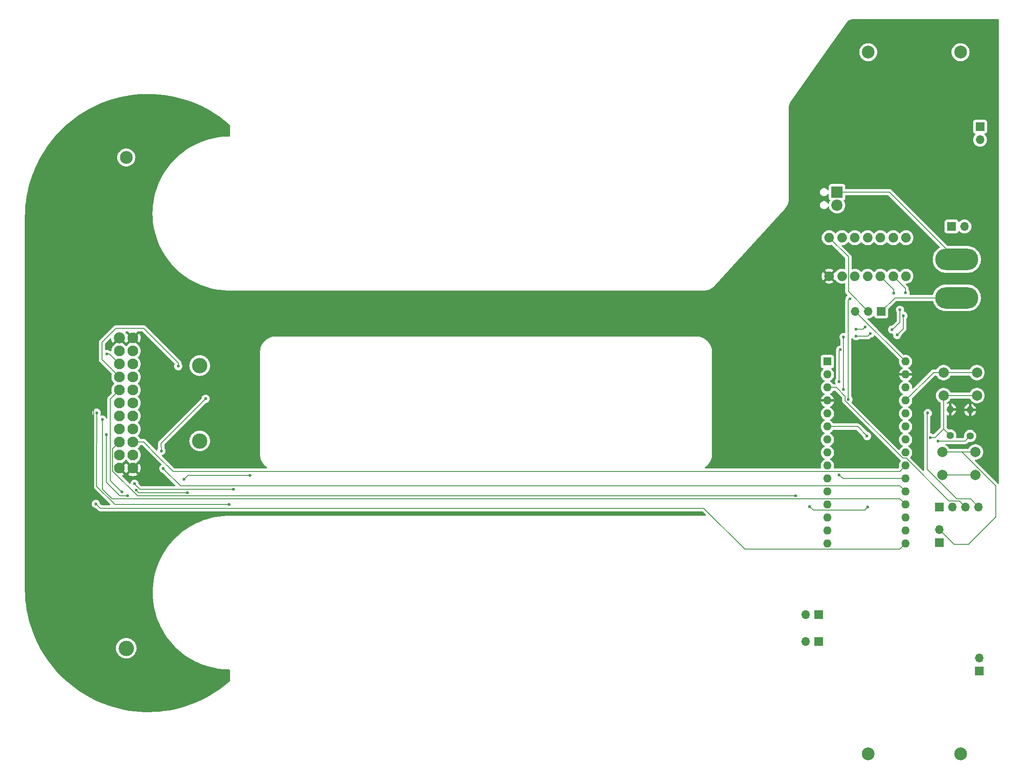
<source format=gbr>
%TF.GenerationSoftware,KiCad,Pcbnew,8.0.0*%
%TF.CreationDate,2024-03-17T01:00:07+02:00*%
%TF.ProjectId,FollowTheLine,466f6c6c-6f77-4546-9865-4c696e652e6b,rev?*%
%TF.SameCoordinates,Original*%
%TF.FileFunction,Copper,L2,Bot*%
%TF.FilePolarity,Positive*%
%FSLAX46Y46*%
G04 Gerber Fmt 4.6, Leading zero omitted, Abs format (unit mm)*
G04 Created by KiCad (PCBNEW 8.0.0) date 2024-03-17 01:00:07*
%MOMM*%
%LPD*%
G01*
G04 APERTURE LIST*
%TA.AperFunction,WasherPad*%
%ADD10C,3.000000*%
%TD*%
%TA.AperFunction,WasherPad*%
%ADD11C,2.500000*%
%TD*%
%TA.AperFunction,ComponentPad*%
%ADD12C,2.100000*%
%TD*%
%TA.AperFunction,ComponentPad*%
%ADD13C,2.184400*%
%TD*%
%TA.AperFunction,ComponentPad*%
%ADD14R,2.200000X2.200000*%
%TD*%
%TA.AperFunction,ComponentPad*%
%ADD15C,2.200000*%
%TD*%
%TA.AperFunction,ComponentPad*%
%ADD16R,1.700000X1.700000*%
%TD*%
%TA.AperFunction,ComponentPad*%
%ADD17O,1.700000X1.700000*%
%TD*%
%TA.AperFunction,ComponentPad*%
%ADD18C,2.000000*%
%TD*%
%TA.AperFunction,ComponentPad*%
%ADD19C,1.879600*%
%TD*%
%TA.AperFunction,ComponentPad*%
%ADD20C,1.400000*%
%TD*%
%TA.AperFunction,ComponentPad*%
%ADD21O,1.400000X1.400000*%
%TD*%
%TA.AperFunction,ComponentPad*%
%ADD22R,1.600000X1.600000*%
%TD*%
%TA.AperFunction,ComponentPad*%
%ADD23O,1.600000X1.600000*%
%TD*%
%TA.AperFunction,ComponentPad*%
%ADD24O,8.400000X4.200000*%
%TD*%
%TA.AperFunction,ViaPad*%
%ADD25C,0.600000*%
%TD*%
%TA.AperFunction,Conductor*%
%ADD26C,0.200000*%
%TD*%
G04 APERTURE END LIST*
D10*
%TO.P,U2,*%
%TO.N,*%
X69635000Y-137050000D03*
D11*
X69635000Y-41250000D03*
D12*
%TO.P,U2,EVEN,EVEN*%
%TO.N,/pin13_EVEN*%
X68285000Y-81555000D03*
%TO.P,U2,GND,GND*%
%TO.N,GND*%
X70910000Y-101880000D03*
X68285000Y-101875000D03*
X70910000Y-76480000D03*
D13*
X68285000Y-76475000D03*
D12*
%TO.P,U2,LED1,LED1*%
%TO.N,/QTRX_pin1_out*%
X70910000Y-84100000D03*
%TO.P,U2,LED2,LED2*%
%TO.N,/led2*%
X68285000Y-84095000D03*
%TO.P,U2,LED3,LED3*%
%TO.N,/Led3*%
X70910000Y-86640000D03*
%TO.P,U2,LED4,LED4*%
%TO.N,/Led4*%
X68285000Y-86635000D03*
%TO.P,U2,LED5,LED5*%
%TO.N,/Led5*%
X70910000Y-89180000D03*
%TO.P,U2,LED6,LED6*%
%TO.N,/pin11_led6*%
X68285000Y-89175000D03*
%TO.P,U2,LED7,LED7*%
%TO.N,/pin12_led7*%
X70910000Y-91720000D03*
%TO.P,U2,LED8,LED8*%
%TO.N,/Led8*%
X68285000Y-91715000D03*
%TO.P,U2,LED9,LED9*%
%TO.N,/Led9*%
X70910000Y-94260000D03*
%TO.P,U2,LED10,LED10*%
%TO.N,/led10*%
X68285000Y-94255000D03*
%TO.P,U2,LED11,LED11*%
%TO.N,/Led11*%
X70910000Y-96800000D03*
%TO.P,U2,LED12,LED12*%
%TO.N,/Led12*%
X68285000Y-96795000D03*
%TO.P,U2,LED13,LED13*%
%TO.N,/QTRX_pin13_out*%
X70910000Y-99340000D03*
%TO.P,U2,ODD,ODD*%
%TO.N,/ODD*%
X70910000Y-81560000D03*
%TO.P,U2,VCC,VCC*%
%TO.N,VCC*%
X68285000Y-99335000D03*
X70910000Y-79020000D03*
X68285000Y-79015000D03*
%TD*%
D14*
%TO.P,J4,1,Pin_1*%
%TO.N,Net-(J4-Pin_1)*%
X208275000Y-48010000D03*
D15*
%TO.P,J4,2,Pin_2*%
%TO.N,GND2*%
X208275000Y-50550000D03*
%TD*%
D11*
%TO.P,,*%
%TO.N,*%
X232360000Y-157700000D03*
%TD*%
%TO.P,,*%
%TO.N,*%
X232360000Y-20700000D03*
%TD*%
D16*
%TO.P,J1,1,Pin_1*%
%TO.N,Net-(J1-Pin_1)*%
X236150000Y-35250000D03*
D17*
%TO.P,J1,2,Pin_2*%
%TO.N,Net-(J1-Pin_2)*%
X236150000Y-37790000D03*
%TD*%
D18*
%TO.P,A7,1,1*%
%TO.N,/HighVolt_out*%
X228775000Y-98750000D03*
X235275000Y-98750000D03*
%TO.P,A7,2,2*%
%TO.N,/A7*%
X228775000Y-103250000D03*
X235275000Y-103250000D03*
%TD*%
D16*
%TO.P,J18,1,Pin_1*%
%TO.N,/QTRX_pin1_out*%
X204725000Y-135725000D03*
D17*
%TO.P,J18,2,Pin_2*%
%TO.N,/QTRX_pin13_out*%
X202185000Y-135725000D03*
%TD*%
D16*
%TO.P,U3,1,IN*%
%TO.N,+12V*%
X216900000Y-71300000D03*
D17*
%TO.P,U3,2,GND*%
%TO.N,GND2*%
X214360000Y-71300000D03*
%TO.P,U3,3,OUT*%
%TO.N,VCC*%
X211820000Y-71300000D03*
%TD*%
D19*
%TO.P,MotorDriver1,AENBL,AENBL*%
%TO.N,/MotorAenb*%
X216730000Y-64410000D03*
%TO.P,MotorDriver1,APHASE,APHASE*%
%TO.N,/MotorAinput*%
X219230000Y-64410000D03*
%TO.P,MotorDriver1,Aout1,Aout1*%
%TO.N,Net-(J1-Pin_2)*%
X219230000Y-56910000D03*
%TO.P,MotorDriver1,Aout2,Aout2*%
%TO.N,Net-(J1-Pin_1)*%
X216730000Y-56910000D03*
%TO.P,MotorDriver1,BENBL,BENBL*%
%TO.N,/MotorBenb*%
X211730000Y-64410000D03*
%TO.P,MotorDriver1,BPHASE,BPHASE*%
%TO.N,/MotorBinput*%
X214230000Y-64410000D03*
%TO.P,MotorDriver1,Bout1,Bout1*%
%TO.N,Net-(J2-Pin_2)*%
X214230000Y-56910000D03*
%TO.P,MotorDriver1,Bout2,Bout2*%
%TO.N,Net-(J2-Pin_1)*%
X211730000Y-56910000D03*
%TO.P,MotorDriver1,GND,GND*%
%TO.N,GND*%
X206730000Y-64410000D03*
%TO.P,MotorDriver1,GND_HigtVolt,GND_HigtVolt*%
%TO.N,GND2*%
X206730000Y-56910000D03*
%TO.P,MotorDriver1,MODE,MODE*%
%TO.N,Net-(J3-Pin_2)*%
X221730000Y-64410000D03*
%TO.P,MotorDriver1,VCC,VCC*%
%TO.N,VCC*%
X209230000Y-64410000D03*
%TO.P,MotorDriver1,VCC_HightVolt,VCC_HightVolt*%
%TO.N,+12V*%
X209230000Y-56910000D03*
%TO.P,MotorDriver1,VMM,VMM*%
%TO.N,Net-(J3-Pin_1)*%
X221730000Y-56910000D03*
%TD*%
D16*
%TO.P,J3,1,Pin_1*%
%TO.N,Net-(J3-Pin_1)*%
X230585000Y-54725000D03*
D17*
%TO.P,J3,2,Pin_2*%
%TO.N,Net-(J3-Pin_2)*%
X233125000Y-54725000D03*
%TD*%
D20*
%TO.P,R1,1*%
%TO.N,/A7*%
X234225000Y-95615000D03*
D21*
%TO.P,R1,2*%
%TO.N,GND*%
X234225000Y-90535000D03*
%TD*%
D16*
%TO.P,J5,1,Pin_1*%
%TO.N,/pin1_qtrx_in (TX)*%
X204690000Y-130500000D03*
D17*
%TO.P,J5,2,Pin_2*%
%TO.N,/pin13_qtrx_in (RX)*%
X202150000Y-130500000D03*
%TD*%
D10*
%TO.P,,*%
%TO.N,*%
X83960000Y-96575000D03*
%TD*%
D11*
%TO.P,,*%
%TO.N,*%
X214360000Y-157700000D03*
%TD*%
D22*
%TO.P,A1,1,TX1*%
%TO.N,/pin1_qtrx_in (TX)*%
X206385000Y-81075000D03*
D23*
%TO.P,A1,2,RX1*%
%TO.N,/pin13_qtrx_in (RX)*%
X206385000Y-83615000D03*
%TO.P,A1,3,~{RESET}*%
%TO.N,/RESET1*%
X206385000Y-86155000D03*
%TO.P,A1,4,GND*%
%TO.N,GND*%
X206385000Y-88695000D03*
%TO.P,A1,5,D2*%
%TO.N,/ODD*%
X206385000Y-91235000D03*
%TO.P,A1,6,D3*%
%TO.N,/MotorAinput*%
X206385000Y-93775000D03*
%TO.P,A1,7,D4*%
%TO.N,/led2*%
X206385000Y-96315000D03*
%TO.P,A1,8,D5*%
%TO.N,/MotorAenb*%
X206385000Y-98855000D03*
%TO.P,A1,9,D6*%
%TO.N,/MotorBinput*%
X206385000Y-101395000D03*
%TO.P,A1,10,D7*%
%TO.N,/Led3*%
X206385000Y-103935000D03*
%TO.P,A1,11,D8*%
%TO.N,/Led4*%
X206385000Y-106475000D03*
%TO.P,A1,12,D9*%
%TO.N,/MotorBenb*%
X206385000Y-109015000D03*
%TO.P,A1,13,D10*%
%TO.N,/Led5*%
X206385000Y-111555000D03*
%TO.P,A1,14,MOSI*%
%TO.N,/pin11_led6*%
X206385000Y-114095000D03*
%TO.P,A1,15,MISO*%
%TO.N,/pin12_led7*%
X206385000Y-116635000D03*
%TO.P,A1,16,SCK*%
%TO.N,/pin13_EVEN*%
X221625000Y-116635000D03*
%TO.P,A1,17,3V3*%
%TO.N,/3V3_out*%
X221625000Y-114095000D03*
%TO.P,A1,18,AREF*%
%TO.N,/ref*%
X221625000Y-111555000D03*
%TO.P,A1,19,A0*%
%TO.N,/Led8*%
X221625000Y-109015000D03*
%TO.P,A1,20,A1*%
%TO.N,/Led9*%
X221625000Y-106475000D03*
%TO.P,A1,21,A2*%
%TO.N,/led10*%
X221625000Y-103935000D03*
%TO.P,A1,22,A3*%
%TO.N,/Led11*%
X221625000Y-101395000D03*
%TO.P,A1,23,SDA/A4*%
%TO.N,/Led12*%
X221625000Y-98855000D03*
%TO.P,A1,24,SCL/A5*%
%TO.N,/A5*%
X221625000Y-96315000D03*
%TO.P,A1,25,A6*%
%TO.N,/A6*%
X221625000Y-93775000D03*
%TO.P,A1,26,A7*%
%TO.N,/A7*%
X221625000Y-91235000D03*
%TO.P,A1,27,+5V*%
%TO.N,/HighVolt_out*%
X221625000Y-88695000D03*
%TO.P,A1,28,~{RESET}*%
%TO.N,/RESET2*%
X221625000Y-86155000D03*
%TO.P,A1,29,GND*%
%TO.N,GND*%
X221625000Y-83615000D03*
%TO.P,A1,30,VIN*%
%TO.N,VCC*%
X221625000Y-81075000D03*
%TD*%
D16*
%TO.P,J6,1,Pin_1*%
%TO.N,/3V3_out*%
X228250000Y-116415000D03*
D17*
%TO.P,J6,2,Pin_2*%
%TO.N,/HighVolt_out*%
X228250000Y-113875000D03*
%TD*%
D18*
%TO.P,A6,1,1*%
%TO.N,/HighVolt_out*%
X229050000Y-83225000D03*
X235550000Y-83225000D03*
%TO.P,A6,2,2*%
%TO.N,/A6*%
X229050000Y-87725000D03*
X235550000Y-87725000D03*
%TD*%
D16*
%TO.P,J9,1,Pin_1*%
%TO.N,/ref*%
X228210000Y-109450000D03*
D17*
%TO.P,J9,2,Pin_2*%
%TO.N,/A5*%
X230750000Y-109450000D03*
%TO.P,J9,3,Pin_3*%
%TO.N,/RESET1*%
X233290000Y-109450000D03*
%TO.P,J9,4,Pin_4*%
%TO.N,/RESET2*%
X235830000Y-109450000D03*
%TD*%
D16*
%TO.P,J2,1,Pin_1*%
%TO.N,Net-(J2-Pin_1)*%
X236000000Y-141475000D03*
D17*
%TO.P,J2,2,Pin_2*%
%TO.N,Net-(J2-Pin_2)*%
X236000000Y-138935000D03*
%TD*%
D20*
%TO.P,R2,1*%
%TO.N,/A6*%
X230325000Y-95515000D03*
D21*
%TO.P,R2,2*%
%TO.N,GND*%
X230325000Y-90435000D03*
%TD*%
D11*
%TO.P,,*%
%TO.N,*%
X214360000Y-20700000D03*
%TD*%
D10*
%TO.P,,*%
%TO.N,*%
X83960000Y-81875000D03*
%TD*%
D24*
%TO.P,S1,1*%
%TO.N,Net-(J4-Pin_1)*%
X231625000Y-61150000D03*
%TO.P,S1,2*%
%TO.N,+12V*%
X231625000Y-68650000D03*
%TD*%
D25*
%TO.N,/MotorBenb*%
X210475000Y-88475000D03*
X210750000Y-68825000D03*
%TO.N,/pin13_EVEN*%
X65800000Y-79600000D03*
X63700000Y-108875000D03*
%TO.N,/MotorAenb*%
X219025000Y-74850000D03*
X211975000Y-76125000D03*
X219325000Y-67750000D03*
X220525000Y-70975000D03*
X208650000Y-84975000D03*
X214775000Y-75625000D03*
X208900000Y-78775000D03*
%TO.N,/Led4*%
X68800000Y-106550000D03*
X71250000Y-104950000D03*
X90525000Y-106050000D03*
%TO.N,GND*%
X211950000Y-92475000D03*
X66000000Y-73275000D03*
X211950000Y-86250000D03*
X64250000Y-107475000D03*
%TO.N,/Led8*%
X64950000Y-92400000D03*
%TO.N,/led10*%
X81550000Y-106675000D03*
X71600000Y-106200000D03*
X208650000Y-103200000D03*
X65725000Y-95325000D03*
X80875000Y-104075000D03*
X93800000Y-103275000D03*
X69925000Y-107315000D03*
%TO.N,/led2*%
X79775000Y-82000000D03*
%TO.N,/Led12*%
X202925000Y-109375000D03*
X214275000Y-109525000D03*
X200225000Y-107300000D03*
%TO.N,/MotorAinput*%
X221200000Y-72125000D03*
X221625000Y-67675000D03*
X214125000Y-95625000D03*
X220000000Y-75900000D03*
%TO.N,/A7*%
X228000000Y-96600000D03*
%TO.N,/RESET2*%
X225975000Y-91150000D03*
%TO.N,/MotorBinput*%
X213750000Y-74325000D03*
X209550000Y-76300000D03*
X211975000Y-74775000D03*
X209550000Y-86525000D03*
%TO.N,/Led9*%
X76850000Y-101975000D03*
%TO.N,/pin11_led6*%
X89750000Y-109000000D03*
X63850000Y-91075000D03*
%TO.N,/A6*%
X226425000Y-95900000D03*
%TO.N,/QTRX_pin1_out*%
X76475000Y-98525000D03*
X85125000Y-88350000D03*
%TD*%
D26*
%TO.N,/MotorBenb*%
X210475000Y-88475000D02*
X210475000Y-69100000D01*
X210475000Y-69100000D02*
X210750000Y-68825000D01*
X210750000Y-68825000D02*
X210725000Y-68850000D01*
%TO.N,/Led11*%
X220495000Y-102525000D02*
X221625000Y-101395000D01*
X78750000Y-102525000D02*
X220495000Y-102525000D01*
X75775000Y-99550000D02*
X73025000Y-96800000D01*
X73025000Y-96800000D02*
X70910000Y-96800000D01*
X75775000Y-99550000D02*
X78750000Y-102525000D01*
%TO.N,/pin13_EVEN*%
X220525000Y-117735000D02*
X190260000Y-117735000D01*
X66355000Y-79625000D02*
X65925000Y-79625000D01*
X68285000Y-81555000D02*
X66355000Y-79625000D01*
X64550000Y-109725000D02*
X63700000Y-108875000D01*
X182250000Y-109725000D02*
X64550000Y-109725000D01*
X65875000Y-79625000D02*
X65900000Y-79625000D01*
X221625000Y-116635000D02*
X220525000Y-117735000D01*
X190260000Y-117735000D02*
X182250000Y-109725000D01*
X65800000Y-79600000D02*
X65875000Y-79625000D01*
X65925000Y-79625000D02*
X65800000Y-79600000D01*
%TO.N,/MotorAenb*%
X220525000Y-73400000D02*
X219075000Y-74850000D01*
X219025000Y-74900000D02*
X219075000Y-74850000D01*
X219350000Y-67030000D02*
X219325000Y-67750000D01*
X208900000Y-78750000D02*
X208825000Y-78825000D01*
X214275000Y-76125000D02*
X214775000Y-75625000D01*
X208875000Y-78775000D02*
X208900000Y-78775000D01*
X216730000Y-64410000D02*
X219350000Y-67030000D01*
X208650000Y-79000000D02*
X208875000Y-78775000D01*
X219075000Y-74850000D02*
X219025000Y-74850000D01*
X211975000Y-76125000D02*
X214275000Y-76125000D01*
X208900000Y-78775000D02*
X208900000Y-78750000D01*
X220525000Y-70975000D02*
X220525000Y-73400000D01*
X214775000Y-75625000D02*
X214725000Y-75675000D01*
X219325000Y-67750000D02*
X219350000Y-67650000D01*
X219025000Y-74850000D02*
X219025000Y-74900000D01*
X208650000Y-84975000D02*
X208650000Y-79000000D01*
%TO.N,/Led4*%
X66535000Y-88385000D02*
X66535000Y-104360000D01*
X72300000Y-106050000D02*
X71250000Y-105000000D01*
X68285000Y-86635000D02*
X66535000Y-88385000D01*
X68800000Y-106625000D02*
X68700000Y-106525000D01*
X66535000Y-104360000D02*
X68725000Y-106550000D01*
X90525000Y-106050000D02*
X72300000Y-106050000D01*
X68725000Y-106550000D02*
X68800000Y-106550000D01*
X68800000Y-106550000D02*
X68800000Y-106625000D01*
X71250000Y-105000000D02*
X71250000Y-104950000D01*
X71250000Y-104950000D02*
X71200000Y-104950000D01*
X71200000Y-104950000D02*
X71225000Y-104975000D01*
%TO.N,GND*%
X234125000Y-90435000D02*
X234225000Y-90535000D01*
X230325000Y-90435000D02*
X234125000Y-90435000D01*
X63250000Y-106475000D02*
X63250000Y-75925000D01*
X211950000Y-86200000D02*
X211950000Y-86250000D01*
X214535000Y-83615000D02*
X211950000Y-86200000D01*
X66000000Y-73175000D02*
X65900000Y-73275000D01*
X211950000Y-86250000D02*
X211900000Y-86250000D01*
X211950000Y-92475000D02*
X208170000Y-88695000D01*
X63250000Y-75925000D02*
X65900000Y-73275000D01*
X64250000Y-107475000D02*
X63250000Y-106475000D01*
X208170000Y-88695000D02*
X206385000Y-88695000D01*
X211900000Y-86250000D02*
X211950000Y-86200000D01*
X65900000Y-73275000D02*
X66000000Y-73275000D01*
X221625000Y-83615000D02*
X214535000Y-83615000D01*
X66000000Y-73275000D02*
X66000000Y-73175000D01*
%TO.N,/Led8*%
X220525000Y-107915000D02*
X66890000Y-107915000D01*
X64950000Y-92400000D02*
X64975000Y-92375000D01*
X221625000Y-109015000D02*
X220525000Y-107915000D01*
X64975000Y-106000000D02*
X64950000Y-92400000D01*
X66890000Y-107915000D02*
X64975000Y-106000000D01*
%TO.N,/led10*%
X209435000Y-103935000D02*
X208700000Y-103200000D01*
X81550000Y-106675000D02*
X72050000Y-106675000D01*
X65725000Y-104675000D02*
X65725000Y-95325000D01*
X69925000Y-107315000D02*
X69925000Y-107150000D01*
X71600000Y-106225000D02*
X71600000Y-106200000D01*
X80875000Y-104050000D02*
X80875000Y-104075000D01*
X208650000Y-103200000D02*
X208650000Y-103150000D01*
X71600000Y-106200000D02*
X71575000Y-106200000D01*
X80850000Y-104075000D02*
X80875000Y-104050000D01*
X72050000Y-106675000D02*
X71600000Y-106225000D01*
X208650000Y-103150000D02*
X208700000Y-103200000D01*
X80875000Y-104075000D02*
X80850000Y-104075000D01*
X68365000Y-107315000D02*
X65725000Y-104675000D01*
X221625000Y-103935000D02*
X209435000Y-103935000D01*
X208700000Y-103200000D02*
X208650000Y-103200000D01*
X81650000Y-103275000D02*
X80875000Y-104050000D01*
X93800000Y-103275000D02*
X81650000Y-103275000D01*
X71575000Y-106200000D02*
X71650000Y-106275000D01*
X69925000Y-107315000D02*
X68365000Y-107315000D01*
%TO.N,/led2*%
X67575000Y-74625000D02*
X64875000Y-77325000D01*
X79775000Y-81334315D02*
X73065685Y-74625000D01*
X79775000Y-82000000D02*
X79775000Y-81334315D01*
X64875000Y-77325000D02*
X64875000Y-80685000D01*
X64875000Y-80685000D02*
X68285000Y-84095000D01*
X73065685Y-74625000D02*
X67575000Y-74625000D01*
%TO.N,/Led12*%
X66935000Y-102434189D02*
X71825811Y-107325000D01*
X214275000Y-109525000D02*
X213685000Y-110115000D01*
X202925000Y-109375000D02*
X202900000Y-109375000D01*
X200225000Y-107300000D02*
X200225000Y-107325000D01*
X66935000Y-98145000D02*
X66935000Y-102434189D01*
X68285000Y-96795000D02*
X66935000Y-98145000D01*
X213685000Y-110115000D02*
X203640000Y-110115000D01*
X71825811Y-107325000D02*
X200225000Y-107300000D01*
X202900000Y-109375000D02*
X202925000Y-109400000D01*
X203640000Y-110115000D02*
X202925000Y-109400000D01*
X202925000Y-109400000D02*
X202925000Y-109375000D01*
%TO.N,/HighVolt_out*%
X235275000Y-98750000D02*
X228775000Y-98750000D01*
X239225000Y-105361522D02*
X239225000Y-111425000D01*
X227095000Y-83225000D02*
X221625000Y-88695000D01*
X229050000Y-83225000D02*
X235550000Y-83225000D01*
X233975000Y-116725000D02*
X231100000Y-116725000D01*
X229050000Y-83225000D02*
X227095000Y-83225000D01*
X228775000Y-98750000D02*
X232613478Y-98750000D01*
X232613478Y-98750000D02*
X239225000Y-105361522D01*
X231100000Y-116725000D02*
X228250000Y-113875000D01*
X239225000Y-111425000D02*
X233975000Y-116675000D01*
X233975000Y-116675000D02*
X233975000Y-116725000D01*
%TO.N,/RESET1*%
X233290000Y-109450000D02*
X232140000Y-108300000D01*
X230095000Y-108300000D02*
X221750000Y-99955000D01*
X232140000Y-108300000D02*
X230095000Y-108300000D01*
X221106471Y-99955000D02*
X209875000Y-88723529D01*
X209875000Y-87875000D02*
X208155000Y-86155000D01*
X208155000Y-86155000D02*
X206385000Y-86155000D01*
X209875000Y-88723529D02*
X209875000Y-87875000D01*
X221750000Y-99955000D02*
X221106471Y-99955000D01*
%TO.N,/MotorAinput*%
X221200000Y-72125000D02*
X221200000Y-74650000D01*
X221625000Y-67675000D02*
X221625000Y-67600000D01*
X221625000Y-66805000D02*
X221625000Y-67675000D01*
X220000000Y-75850000D02*
X220000000Y-75900000D01*
X212275000Y-93775000D02*
X206385000Y-93775000D01*
X214125000Y-95625000D02*
X212275000Y-93775000D01*
X219950000Y-75900000D02*
X219950000Y-75900000D01*
X220000000Y-75900000D02*
X219950000Y-75900000D01*
X219230000Y-64410000D02*
X221625000Y-66805000D01*
X221200000Y-74650000D02*
X220000000Y-75850000D01*
%TO.N,/A7*%
X228775000Y-103250000D02*
X235275000Y-103250000D01*
X228000000Y-96600000D02*
X233240000Y-96600000D01*
X233240000Y-96600000D02*
X234225000Y-95615000D01*
%TO.N,/RESET2*%
X234280000Y-107900000D02*
X235830000Y-109450000D01*
X225825000Y-102138478D02*
X231586522Y-107900000D01*
X231586522Y-107900000D02*
X234280000Y-107900000D01*
X225825000Y-91300000D02*
X225825000Y-102138478D01*
X225975000Y-91150000D02*
X225825000Y-91300000D01*
%TO.N,/MotorBinput*%
X209550000Y-76300000D02*
X209550000Y-76350000D01*
X213300000Y-74775000D02*
X213750000Y-74325000D01*
X213750000Y-74325000D02*
X213700000Y-74375000D01*
X209550000Y-86525000D02*
X209550000Y-76300000D01*
X211975000Y-74775000D02*
X213300000Y-74775000D01*
%TO.N,/Led9*%
X80200000Y-105375000D02*
X76850000Y-102025000D01*
X76800000Y-101975000D02*
X76875000Y-102050000D01*
X76850000Y-102025000D02*
X76850000Y-101975000D01*
X220525000Y-105375000D02*
X80200000Y-105375000D01*
X221625000Y-106475000D02*
X220525000Y-105375000D01*
X76850000Y-101975000D02*
X76800000Y-101975000D01*
%TO.N,/pin11_led6*%
X67409314Y-109000000D02*
X63825000Y-105415686D01*
X63825000Y-103250000D02*
X63850000Y-91075000D01*
X63850000Y-91075000D02*
X63825000Y-91125000D01*
X89750000Y-109000000D02*
X67409314Y-109000000D01*
X63825000Y-105415686D02*
X63825000Y-103250000D01*
%TO.N,/A6*%
X227390000Y-95900000D02*
X229050000Y-94240000D01*
X226425000Y-95900000D02*
X227390000Y-95900000D01*
X229050000Y-94240000D02*
X230325000Y-95515000D01*
X235550000Y-87725000D02*
X229050000Y-87725000D01*
X229050000Y-87725000D02*
X229050000Y-94240000D01*
%TO.N,VCC*%
X211820000Y-71300000D02*
X221595000Y-81075000D01*
X221595000Y-81075000D02*
X221625000Y-81075000D01*
%TO.N,GND2*%
X210490200Y-67430200D02*
X214360000Y-71300000D01*
X210490200Y-60670200D02*
X210490200Y-67430200D01*
X206730000Y-56910000D02*
X210490200Y-60670200D01*
%TO.N,Net-(J4-Pin_1)*%
X218485000Y-48010000D02*
X208275000Y-48010000D01*
X231625000Y-61150000D02*
X218485000Y-48010000D01*
%TO.N,/QTRX_pin1_out*%
X76475000Y-98525000D02*
X76450000Y-98450000D01*
X85125000Y-88350000D02*
X76450000Y-97025000D01*
X76450000Y-97025000D02*
X76475000Y-98525000D01*
%TO.N,+12V*%
X231625000Y-68650000D02*
X219550000Y-68650000D01*
X219550000Y-68650000D02*
X216900000Y-71300000D01*
%TD*%
%TA.AperFunction,Conductor*%
%TO.N,GND*%
G36*
X239619633Y-14202025D02*
G01*
X239667710Y-14209640D01*
X239704595Y-14221625D01*
X239739156Y-14239235D01*
X239770538Y-14262036D01*
X239797963Y-14289461D01*
X239820765Y-14320845D01*
X239836427Y-14351583D01*
X239838372Y-14355399D01*
X239850360Y-14392293D01*
X239857973Y-14440362D01*
X239859499Y-14459757D01*
X239855625Y-104843553D01*
X239835938Y-104910592D01*
X239783132Y-104956345D01*
X239713973Y-104966285D01*
X239650418Y-104937257D01*
X239643944Y-104931229D01*
X239589397Y-104876682D01*
X239589374Y-104876661D01*
X235174894Y-100462181D01*
X235141409Y-100400858D01*
X235146393Y-100331166D01*
X235188265Y-100275233D01*
X235253729Y-100250816D01*
X235262575Y-100250500D01*
X235399335Y-100250500D01*
X235644614Y-100209571D01*
X235879810Y-100128828D01*
X236098509Y-100010474D01*
X236294744Y-99857738D01*
X236463164Y-99674785D01*
X236599173Y-99466607D01*
X236699063Y-99238881D01*
X236760108Y-98997821D01*
X236771580Y-98859380D01*
X236780643Y-98750005D01*
X236780643Y-98749994D01*
X236760109Y-98502187D01*
X236760107Y-98502175D01*
X236699063Y-98261118D01*
X236599173Y-98033393D01*
X236463166Y-97825217D01*
X236400581Y-97757232D01*
X236294744Y-97642262D01*
X236098509Y-97489526D01*
X236098507Y-97489525D01*
X236098506Y-97489524D01*
X235879811Y-97371172D01*
X235879802Y-97371169D01*
X235644616Y-97290429D01*
X235399335Y-97249500D01*
X235150665Y-97249500D01*
X234905383Y-97290429D01*
X234670197Y-97371169D01*
X234670188Y-97371172D01*
X234451493Y-97489524D01*
X234255257Y-97642261D01*
X234086833Y-97825217D01*
X233950827Y-98033391D01*
X233932440Y-98075311D01*
X233887483Y-98128796D01*
X233820747Y-98149486D01*
X233818884Y-98149500D01*
X232700147Y-98149500D01*
X232700131Y-98149499D01*
X232692535Y-98149499D01*
X232534421Y-98149499D01*
X232526825Y-98149499D01*
X232526809Y-98149500D01*
X230231116Y-98149500D01*
X230164077Y-98129815D01*
X230118322Y-98077011D01*
X230117560Y-98075311D01*
X230099172Y-98033391D01*
X229963166Y-97825217D01*
X229900581Y-97757232D01*
X229794744Y-97642262D01*
X229598509Y-97489526D01*
X229598508Y-97489525D01*
X229598505Y-97489523D01*
X229598503Y-97489522D01*
X229495084Y-97433555D01*
X229445493Y-97384335D01*
X229430385Y-97316119D01*
X229454555Y-97250563D01*
X229510331Y-97208482D01*
X229554101Y-97200500D01*
X233153331Y-97200500D01*
X233153347Y-97200501D01*
X233160943Y-97200501D01*
X233319054Y-97200501D01*
X233319057Y-97200501D01*
X233471785Y-97159577D01*
X233521904Y-97130639D01*
X233608716Y-97080520D01*
X233720520Y-96968716D01*
X233720520Y-96968714D01*
X233730728Y-96958507D01*
X233730730Y-96958504D01*
X233865319Y-96823914D01*
X233926640Y-96790431D01*
X233975783Y-96789708D01*
X234113757Y-96815500D01*
X234113759Y-96815500D01*
X234336241Y-96815500D01*
X234336243Y-96815500D01*
X234554940Y-96774618D01*
X234762401Y-96694247D01*
X234951562Y-96577124D01*
X235103787Y-96438352D01*
X235115979Y-96427238D01*
X235173711Y-96350789D01*
X235250058Y-96249689D01*
X235349229Y-96050528D01*
X235410115Y-95836536D01*
X235430643Y-95615000D01*
X235421215Y-95513259D01*
X235410115Y-95393464D01*
X235410114Y-95393462D01*
X235400525Y-95359761D01*
X235349229Y-95179472D01*
X235349224Y-95179461D01*
X235250061Y-94980316D01*
X235250056Y-94980308D01*
X235115979Y-94802761D01*
X234951562Y-94652876D01*
X234951560Y-94652874D01*
X234762404Y-94535754D01*
X234762398Y-94535752D01*
X234741105Y-94527503D01*
X234554940Y-94455382D01*
X234336243Y-94414500D01*
X234113757Y-94414500D01*
X233895060Y-94455382D01*
X233763864Y-94506207D01*
X233687601Y-94535752D01*
X233687595Y-94535754D01*
X233498439Y-94652874D01*
X233498437Y-94652876D01*
X233334020Y-94802761D01*
X233199943Y-94980308D01*
X233199938Y-94980316D01*
X233100775Y-95179461D01*
X233100769Y-95179476D01*
X233039885Y-95393462D01*
X233039884Y-95393464D01*
X233019357Y-95614999D01*
X233019357Y-95615000D01*
X233039885Y-95836537D01*
X233041316Y-95841566D01*
X233040729Y-95911433D01*
X233002462Y-95969892D01*
X232938665Y-95998382D01*
X232922050Y-95999500D01*
X231599498Y-95999500D01*
X231532459Y-95979815D01*
X231486704Y-95927011D01*
X231476760Y-95857853D01*
X231480231Y-95841566D01*
X231481662Y-95836537D01*
X231510115Y-95736536D01*
X231530643Y-95515000D01*
X231510115Y-95293464D01*
X231449229Y-95079472D01*
X231439170Y-95059270D01*
X231350061Y-94880316D01*
X231350056Y-94880308D01*
X231215979Y-94702761D01*
X231051562Y-94552876D01*
X231051560Y-94552874D01*
X230862404Y-94435754D01*
X230862398Y-94435752D01*
X230843361Y-94428377D01*
X230654940Y-94355382D01*
X230436243Y-94314500D01*
X230213757Y-94314500D01*
X230143734Y-94327589D01*
X230075783Y-94340291D01*
X230006268Y-94333259D01*
X229965318Y-94306083D01*
X229686819Y-94027584D01*
X229653334Y-93966261D01*
X229650500Y-93939903D01*
X229650500Y-91641617D01*
X229670185Y-91574578D01*
X229722989Y-91528823D01*
X229792147Y-91518879D01*
X229819294Y-91525991D01*
X229995190Y-91594134D01*
X230075000Y-91609052D01*
X230075000Y-90679975D01*
X230110095Y-90715070D01*
X230189905Y-90761148D01*
X230278922Y-90785000D01*
X230371078Y-90785000D01*
X230460095Y-90761148D01*
X230539905Y-90715070D01*
X230569975Y-90685000D01*
X230575000Y-90685000D01*
X230575000Y-91609052D01*
X230654804Y-91594135D01*
X230862177Y-91513798D01*
X230862179Y-91513797D01*
X231051261Y-91396721D01*
X231215608Y-91246900D01*
X231349631Y-91069425D01*
X231448760Y-90870349D01*
X231473043Y-90785000D01*
X233048505Y-90785000D01*
X233101239Y-90970349D01*
X233200368Y-91169425D01*
X233334391Y-91346900D01*
X233498738Y-91496721D01*
X233687820Y-91613797D01*
X233687822Y-91613798D01*
X233895195Y-91694135D01*
X233975000Y-91709052D01*
X233975000Y-90785000D01*
X233048505Y-90785000D01*
X231473043Y-90785000D01*
X231501495Y-90685000D01*
X230575000Y-90685000D01*
X230569975Y-90685000D01*
X230605070Y-90649905D01*
X230644807Y-90581078D01*
X233875000Y-90581078D01*
X233898852Y-90670095D01*
X233944930Y-90749905D01*
X234010095Y-90815070D01*
X234089905Y-90861148D01*
X234178922Y-90885000D01*
X234271078Y-90885000D01*
X234360095Y-90861148D01*
X234439905Y-90815070D01*
X234469975Y-90785000D01*
X234475000Y-90785000D01*
X234475000Y-91709052D01*
X234554804Y-91694135D01*
X234762177Y-91613798D01*
X234762179Y-91613797D01*
X234951261Y-91496721D01*
X235115608Y-91346900D01*
X235249631Y-91169425D01*
X235348760Y-90970349D01*
X235401495Y-90785000D01*
X234475000Y-90785000D01*
X234469975Y-90785000D01*
X234505070Y-90749905D01*
X234551148Y-90670095D01*
X234575000Y-90581078D01*
X234575000Y-90488922D01*
X234551148Y-90399905D01*
X234505070Y-90320095D01*
X234439905Y-90254930D01*
X234360095Y-90208852D01*
X234271078Y-90185000D01*
X234178922Y-90185000D01*
X234089905Y-90208852D01*
X234010095Y-90254930D01*
X233944930Y-90320095D01*
X233898852Y-90399905D01*
X233875000Y-90488922D01*
X233875000Y-90581078D01*
X230644807Y-90581078D01*
X230651148Y-90570095D01*
X230675000Y-90481078D01*
X230675000Y-90388922D01*
X230651148Y-90299905D01*
X230642543Y-90285000D01*
X233048505Y-90285000D01*
X233975000Y-90285000D01*
X233975000Y-89360946D01*
X234475000Y-89360946D01*
X234475000Y-90285000D01*
X235401495Y-90285000D01*
X235348760Y-90099650D01*
X235249631Y-89900574D01*
X235115608Y-89723099D01*
X234951261Y-89573278D01*
X234762179Y-89456202D01*
X234762177Y-89456201D01*
X234554799Y-89375864D01*
X234475000Y-89360946D01*
X233975000Y-89360946D01*
X233895200Y-89375864D01*
X233687822Y-89456201D01*
X233687820Y-89456202D01*
X233498738Y-89573278D01*
X233334391Y-89723099D01*
X233200368Y-89900574D01*
X233101239Y-90099650D01*
X233048505Y-90285000D01*
X230642543Y-90285000D01*
X230605070Y-90220095D01*
X230539905Y-90154930D01*
X230460095Y-90108852D01*
X230371078Y-90085000D01*
X230278922Y-90085000D01*
X230189905Y-90108852D01*
X230110095Y-90154930D01*
X230075000Y-90190025D01*
X230075000Y-89260946D01*
X230575000Y-89260946D01*
X230575000Y-90185000D01*
X231501495Y-90185000D01*
X231448760Y-89999650D01*
X231349631Y-89800574D01*
X231215608Y-89623099D01*
X231051261Y-89473278D01*
X230862179Y-89356202D01*
X230862177Y-89356201D01*
X230654799Y-89275864D01*
X230575000Y-89260946D01*
X230075000Y-89260946D01*
X229995198Y-89275864D01*
X229819293Y-89344009D01*
X229749670Y-89349871D01*
X229687930Y-89317160D01*
X229653675Y-89256264D01*
X229650500Y-89228382D01*
X229650500Y-89180048D01*
X229670185Y-89113009D01*
X229715481Y-89070993D01*
X229873509Y-88985474D01*
X230069744Y-88832738D01*
X230238164Y-88649785D01*
X230374173Y-88441607D01*
X230392560Y-88399689D01*
X230437517Y-88346204D01*
X230504253Y-88325514D01*
X230506116Y-88325500D01*
X234093884Y-88325500D01*
X234160923Y-88345185D01*
X234206678Y-88397989D01*
X234207440Y-88399689D01*
X234225827Y-88441608D01*
X234361833Y-88649782D01*
X234361836Y-88649785D01*
X234530256Y-88832738D01*
X234726491Y-88985474D01*
X234871154Y-89063762D01*
X234945190Y-89103828D01*
X235180386Y-89184571D01*
X235425665Y-89225500D01*
X235674335Y-89225500D01*
X235919614Y-89184571D01*
X236154810Y-89103828D01*
X236373509Y-88985474D01*
X236569744Y-88832738D01*
X236738164Y-88649785D01*
X236874173Y-88441607D01*
X236974063Y-88213881D01*
X237035108Y-87972821D01*
X237035115Y-87972734D01*
X237055643Y-87725005D01*
X237055643Y-87724994D01*
X237035109Y-87477187D01*
X237035107Y-87477175D01*
X236974063Y-87236118D01*
X236874173Y-87008393D01*
X236738166Y-86800217D01*
X236697001Y-86755500D01*
X236569744Y-86617262D01*
X236373509Y-86464526D01*
X236373507Y-86464525D01*
X236373506Y-86464524D01*
X236154811Y-86346172D01*
X236154802Y-86346169D01*
X235919616Y-86265429D01*
X235674335Y-86224500D01*
X235425665Y-86224500D01*
X235180383Y-86265429D01*
X234945197Y-86346169D01*
X234945188Y-86346172D01*
X234726493Y-86464524D01*
X234530257Y-86617261D01*
X234361833Y-86800217D01*
X234225827Y-87008391D01*
X234207440Y-87050311D01*
X234162483Y-87103796D01*
X234095747Y-87124486D01*
X234093884Y-87124500D01*
X230506116Y-87124500D01*
X230439077Y-87104815D01*
X230393322Y-87052011D01*
X230392560Y-87050311D01*
X230374172Y-87008391D01*
X230238166Y-86800217D01*
X230197001Y-86755500D01*
X230069744Y-86617262D01*
X229873509Y-86464526D01*
X229873507Y-86464525D01*
X229873506Y-86464524D01*
X229654811Y-86346172D01*
X229654802Y-86346169D01*
X229419616Y-86265429D01*
X229174335Y-86224500D01*
X228925665Y-86224500D01*
X228680383Y-86265429D01*
X228445197Y-86346169D01*
X228445188Y-86346172D01*
X228226493Y-86464524D01*
X228030257Y-86617261D01*
X227861833Y-86800217D01*
X227725826Y-87008393D01*
X227625936Y-87236118D01*
X227564892Y-87477175D01*
X227564890Y-87477187D01*
X227544357Y-87724994D01*
X227544357Y-87725005D01*
X227564890Y-87972812D01*
X227564892Y-87972824D01*
X227625936Y-88213881D01*
X227725826Y-88441606D01*
X227861833Y-88649782D01*
X227861836Y-88649785D01*
X228030256Y-88832738D01*
X228226491Y-88985474D01*
X228226494Y-88985475D01*
X228226496Y-88985477D01*
X228242375Y-88994070D01*
X228384517Y-89070993D01*
X228434108Y-89120212D01*
X228449500Y-89180048D01*
X228449500Y-93939902D01*
X228429815Y-94006941D01*
X228413181Y-94027583D01*
X227177584Y-95263181D01*
X227116261Y-95296666D01*
X227089903Y-95299500D01*
X227007412Y-95299500D01*
X226940373Y-95279815D01*
X226930097Y-95272445D01*
X226927263Y-95270185D01*
X226927262Y-95270184D01*
X226850892Y-95222197D01*
X226774521Y-95174210D01*
X226604249Y-95114630D01*
X226535616Y-95106897D01*
X226471202Y-95079830D01*
X226431647Y-95022235D01*
X226425500Y-94983677D01*
X226425500Y-91880809D01*
X226445185Y-91813770D01*
X226472191Y-91783859D01*
X226477252Y-91779821D01*
X226477262Y-91779816D01*
X226604816Y-91652262D01*
X226700789Y-91499522D01*
X226760368Y-91329255D01*
X226760369Y-91329249D01*
X226780565Y-91150003D01*
X226780565Y-91149996D01*
X226760369Y-90970750D01*
X226760368Y-90970745D01*
X226732756Y-90891834D01*
X226700789Y-90800478D01*
X226604816Y-90647738D01*
X226477262Y-90520184D01*
X226419811Y-90484085D01*
X226324523Y-90424211D01*
X226154254Y-90364631D01*
X226154249Y-90364630D01*
X225975004Y-90344435D01*
X225974996Y-90344435D01*
X225795750Y-90364630D01*
X225795745Y-90364631D01*
X225625476Y-90424211D01*
X225472737Y-90520184D01*
X225345184Y-90647737D01*
X225249211Y-90800476D01*
X225189631Y-90970745D01*
X225189630Y-90970750D01*
X225169435Y-91149996D01*
X225169435Y-91150003D01*
X225189630Y-91329249D01*
X225189631Y-91329254D01*
X225217542Y-91409017D01*
X225224500Y-91449972D01*
X225224500Y-102051808D01*
X225224499Y-102051826D01*
X225224499Y-102217534D01*
X225237493Y-102266028D01*
X225235830Y-102335877D01*
X225196667Y-102393740D01*
X225132439Y-102421244D01*
X225063537Y-102409658D01*
X225030037Y-102385802D01*
X222569391Y-99925156D01*
X222535906Y-99863833D01*
X222540890Y-99794141D01*
X222569388Y-99749797D01*
X222625047Y-99694139D01*
X222755568Y-99507734D01*
X222851739Y-99301496D01*
X222910635Y-99081692D01*
X222930468Y-98855000D01*
X222910635Y-98628308D01*
X222851739Y-98408504D01*
X222755568Y-98202266D01*
X222625047Y-98015861D01*
X222625045Y-98015858D01*
X222464141Y-97854954D01*
X222277734Y-97724432D01*
X222277728Y-97724429D01*
X222219725Y-97697382D01*
X222167285Y-97651210D01*
X222148133Y-97584017D01*
X222168348Y-97517135D01*
X222219725Y-97472618D01*
X222277734Y-97445568D01*
X222464139Y-97315047D01*
X222625047Y-97154139D01*
X222755568Y-96967734D01*
X222851739Y-96761496D01*
X222910635Y-96541692D01*
X222930076Y-96319480D01*
X222930468Y-96315001D01*
X222930468Y-96314998D01*
X222910635Y-96088313D01*
X222910635Y-96088308D01*
X222851739Y-95868504D01*
X222755568Y-95662266D01*
X222625047Y-95475861D01*
X222625045Y-95475858D01*
X222464141Y-95314954D01*
X222277734Y-95184432D01*
X222277728Y-95184429D01*
X222219725Y-95157382D01*
X222167285Y-95111210D01*
X222148133Y-95044017D01*
X222168348Y-94977135D01*
X222219725Y-94932618D01*
X222277734Y-94905568D01*
X222464139Y-94775047D01*
X222625047Y-94614139D01*
X222755568Y-94427734D01*
X222851739Y-94221496D01*
X222910635Y-94001692D01*
X222930468Y-93775000D01*
X222910635Y-93548308D01*
X222851739Y-93328504D01*
X222755568Y-93122266D01*
X222625047Y-92935861D01*
X222625045Y-92935858D01*
X222464141Y-92774954D01*
X222277734Y-92644432D01*
X222277728Y-92644429D01*
X222219725Y-92617382D01*
X222167285Y-92571210D01*
X222148133Y-92504017D01*
X222168348Y-92437135D01*
X222219725Y-92392618D01*
X222277734Y-92365568D01*
X222464139Y-92235047D01*
X222625047Y-92074139D01*
X222755568Y-91887734D01*
X222851739Y-91681496D01*
X222910635Y-91461692D01*
X222928783Y-91254255D01*
X222930468Y-91235001D01*
X222930468Y-91234998D01*
X222910635Y-91008313D01*
X222910635Y-91008308D01*
X222855039Y-90800821D01*
X222851741Y-90788511D01*
X222851738Y-90788502D01*
X222850105Y-90785000D01*
X222755568Y-90582266D01*
X222625047Y-90395861D01*
X222625045Y-90395858D01*
X222464141Y-90234954D01*
X222277734Y-90104432D01*
X222277728Y-90104429D01*
X222219725Y-90077382D01*
X222167285Y-90031210D01*
X222148133Y-89964017D01*
X222168348Y-89897135D01*
X222219725Y-89852618D01*
X222220319Y-89852341D01*
X222277734Y-89825568D01*
X222464139Y-89695047D01*
X222625047Y-89534139D01*
X222755568Y-89347734D01*
X222851739Y-89141496D01*
X222910635Y-88921692D01*
X222930468Y-88695000D01*
X222910635Y-88468308D01*
X222890082Y-88391604D01*
X222884847Y-88372066D01*
X222886510Y-88302217D01*
X222916939Y-88252294D01*
X227307416Y-83861819D01*
X227368739Y-83828334D01*
X227395097Y-83825500D01*
X227593884Y-83825500D01*
X227660923Y-83845185D01*
X227706678Y-83897989D01*
X227707440Y-83899689D01*
X227725827Y-83941608D01*
X227861833Y-84149782D01*
X227861836Y-84149785D01*
X228030256Y-84332738D01*
X228226491Y-84485474D01*
X228226493Y-84485475D01*
X228402303Y-84580619D01*
X228445190Y-84603828D01*
X228680386Y-84684571D01*
X228925665Y-84725500D01*
X229174335Y-84725500D01*
X229419614Y-84684571D01*
X229654810Y-84603828D01*
X229873509Y-84485474D01*
X230069744Y-84332738D01*
X230238164Y-84149785D01*
X230374173Y-83941607D01*
X230392560Y-83899689D01*
X230437517Y-83846204D01*
X230504253Y-83825514D01*
X230506116Y-83825500D01*
X234093884Y-83825500D01*
X234160923Y-83845185D01*
X234206678Y-83897989D01*
X234207440Y-83899689D01*
X234225827Y-83941608D01*
X234361833Y-84149782D01*
X234361836Y-84149785D01*
X234530256Y-84332738D01*
X234726491Y-84485474D01*
X234726493Y-84485475D01*
X234902303Y-84580619D01*
X234945190Y-84603828D01*
X235180386Y-84684571D01*
X235425665Y-84725500D01*
X235674335Y-84725500D01*
X235919614Y-84684571D01*
X236154810Y-84603828D01*
X236373509Y-84485474D01*
X236569744Y-84332738D01*
X236738164Y-84149785D01*
X236874173Y-83941607D01*
X236974063Y-83713881D01*
X237035108Y-83472821D01*
X237035109Y-83472812D01*
X237055643Y-83225005D01*
X237055643Y-83224994D01*
X237035109Y-82977187D01*
X237035107Y-82977175D01*
X236974063Y-82736118D01*
X236874173Y-82508393D01*
X236738166Y-82300217D01*
X236706749Y-82266089D01*
X236569744Y-82117262D01*
X236373509Y-81964526D01*
X236373507Y-81964525D01*
X236373506Y-81964524D01*
X236154811Y-81846172D01*
X236154802Y-81846169D01*
X235919616Y-81765429D01*
X235674335Y-81724500D01*
X235425665Y-81724500D01*
X235180383Y-81765429D01*
X234945197Y-81846169D01*
X234945188Y-81846172D01*
X234726493Y-81964524D01*
X234530257Y-82117261D01*
X234530256Y-82117262D01*
X234530189Y-82117335D01*
X234361833Y-82300217D01*
X234225827Y-82508391D01*
X234207440Y-82550311D01*
X234162483Y-82603796D01*
X234095747Y-82624486D01*
X234093884Y-82624500D01*
X230506116Y-82624500D01*
X230439077Y-82604815D01*
X230393322Y-82552011D01*
X230392560Y-82550311D01*
X230374172Y-82508391D01*
X230238166Y-82300217D01*
X230206749Y-82266089D01*
X230069744Y-82117262D01*
X229873509Y-81964526D01*
X229873507Y-81964525D01*
X229873506Y-81964524D01*
X229654811Y-81846172D01*
X229654802Y-81846169D01*
X229419616Y-81765429D01*
X229174335Y-81724500D01*
X228925665Y-81724500D01*
X228680383Y-81765429D01*
X228445197Y-81846169D01*
X228445188Y-81846172D01*
X228226493Y-81964524D01*
X228030257Y-82117261D01*
X228030256Y-82117262D01*
X228030189Y-82117335D01*
X227861833Y-82300217D01*
X227725827Y-82508391D01*
X227707440Y-82550311D01*
X227662483Y-82603796D01*
X227595747Y-82624486D01*
X227593884Y-82624500D01*
X227174057Y-82624500D01*
X227015943Y-82624500D01*
X226863215Y-82665423D01*
X226863214Y-82665423D01*
X226863212Y-82665424D01*
X226863209Y-82665425D01*
X226813096Y-82694359D01*
X226813095Y-82694360D01*
X226789191Y-82708161D01*
X226726285Y-82744479D01*
X226726282Y-82744481D01*
X226614478Y-82856286D01*
X223134428Y-86336335D01*
X223073105Y-86369820D01*
X223003413Y-86364836D01*
X222947480Y-86322964D01*
X222923063Y-86257500D01*
X222923218Y-86237857D01*
X222930468Y-86155000D01*
X222930414Y-86154388D01*
X222921487Y-86052345D01*
X222910635Y-85928308D01*
X222851739Y-85708504D01*
X222755568Y-85502266D01*
X222631112Y-85324523D01*
X222625045Y-85315858D01*
X222464141Y-85154954D01*
X222277734Y-85024432D01*
X222277732Y-85024431D01*
X222266275Y-85019088D01*
X222219132Y-84997105D01*
X222166694Y-84950934D01*
X222147542Y-84883740D01*
X222167758Y-84816859D01*
X222219134Y-84772341D01*
X222277484Y-84745132D01*
X222463820Y-84614657D01*
X222624657Y-84453820D01*
X222755134Y-84267482D01*
X222851265Y-84061326D01*
X222851269Y-84061317D01*
X222903872Y-83865000D01*
X222058012Y-83865000D01*
X222090925Y-83807993D01*
X222125000Y-83680826D01*
X222125000Y-83549174D01*
X222090925Y-83422007D01*
X222058012Y-83365000D01*
X222903872Y-83365000D01*
X222903872Y-83364999D01*
X222851269Y-83168682D01*
X222851265Y-83168673D01*
X222755134Y-82962517D01*
X222624657Y-82776179D01*
X222463820Y-82615342D01*
X222277482Y-82484865D01*
X222219133Y-82457657D01*
X222166694Y-82411484D01*
X222147542Y-82344291D01*
X222167758Y-82277410D01*
X222219129Y-82232895D01*
X222277734Y-82205568D01*
X222464139Y-82075047D01*
X222625047Y-81914139D01*
X222755568Y-81727734D01*
X222851739Y-81521496D01*
X222910635Y-81301692D01*
X222930468Y-81075000D01*
X222930414Y-81074388D01*
X222921416Y-80971535D01*
X222910635Y-80848308D01*
X222851739Y-80628504D01*
X222755568Y-80422266D01*
X222625047Y-80235861D01*
X222625045Y-80235858D01*
X222464141Y-80074954D01*
X222277734Y-79944432D01*
X222277732Y-79944431D01*
X222071497Y-79848261D01*
X222071488Y-79848258D01*
X221851697Y-79789366D01*
X221851693Y-79789365D01*
X221851692Y-79789365D01*
X221851691Y-79789364D01*
X221851686Y-79789364D01*
X221625002Y-79769532D01*
X221624999Y-79769532D01*
X221398313Y-79789364D01*
X221398309Y-79789364D01*
X221398308Y-79789365D01*
X221398303Y-79789366D01*
X221398300Y-79789367D01*
X221278406Y-79821491D01*
X221208556Y-79819828D01*
X221158633Y-79789397D01*
X217720025Y-76350789D01*
X216219239Y-74850003D01*
X218219435Y-74850003D01*
X218239630Y-75029249D01*
X218239631Y-75029254D01*
X218299211Y-75199523D01*
X218360577Y-75297185D01*
X218395184Y-75352262D01*
X218522738Y-75479816D01*
X218579387Y-75515411D01*
X218672966Y-75574211D01*
X218675478Y-75575789D01*
X218845745Y-75635368D01*
X218845750Y-75635369D01*
X219024996Y-75655565D01*
X219025000Y-75655565D01*
X219025001Y-75655565D01*
X219032609Y-75654707D01*
X219069994Y-75650495D01*
X219138815Y-75662549D01*
X219190195Y-75709897D01*
X219207820Y-75777507D01*
X219207098Y-75787597D01*
X219194435Y-75899994D01*
X219194435Y-75900003D01*
X219214630Y-76079249D01*
X219214631Y-76079254D01*
X219274211Y-76249523D01*
X219304522Y-76297762D01*
X219370184Y-76402262D01*
X219497738Y-76529816D01*
X219549761Y-76562504D01*
X219618218Y-76605519D01*
X219650478Y-76625789D01*
X219735793Y-76655642D01*
X219820745Y-76685368D01*
X219820750Y-76685369D01*
X219999996Y-76705565D01*
X220000000Y-76705565D01*
X220000004Y-76705565D01*
X220179249Y-76685369D01*
X220179252Y-76685368D01*
X220179255Y-76685368D01*
X220349522Y-76625789D01*
X220502262Y-76529816D01*
X220629816Y-76402262D01*
X220725789Y-76249522D01*
X220785368Y-76079255D01*
X220793276Y-76009075D01*
X220801511Y-75935981D01*
X220828577Y-75871567D01*
X220837040Y-75862193D01*
X221558506Y-75140728D01*
X221558511Y-75140724D01*
X221568714Y-75130520D01*
X221568716Y-75130520D01*
X221680520Y-75018716D01*
X221749516Y-74899211D01*
X221759577Y-74881785D01*
X221800500Y-74729058D01*
X221800500Y-74570943D01*
X221800500Y-72707412D01*
X221820185Y-72640373D01*
X221827555Y-72630097D01*
X221829810Y-72627267D01*
X221829816Y-72627262D01*
X221925789Y-72474522D01*
X221985368Y-72304255D01*
X221990638Y-72257482D01*
X222005565Y-72125003D01*
X222005565Y-72124996D01*
X221985369Y-71945750D01*
X221985368Y-71945745D01*
X221925788Y-71775476D01*
X221829815Y-71622737D01*
X221702262Y-71495184D01*
X221549521Y-71399210D01*
X221377134Y-71338890D01*
X221320358Y-71298168D01*
X221294610Y-71233216D01*
X221301048Y-71180890D01*
X221310366Y-71154260D01*
X221310368Y-71154255D01*
X221330565Y-70975000D01*
X221325450Y-70929606D01*
X221310369Y-70795750D01*
X221310368Y-70795745D01*
X221250788Y-70625476D01*
X221154815Y-70472737D01*
X221027262Y-70345184D01*
X220874523Y-70249211D01*
X220704254Y-70189631D01*
X220704249Y-70189630D01*
X220525004Y-70169435D01*
X220524996Y-70169435D01*
X220345750Y-70189630D01*
X220345745Y-70189631D01*
X220175476Y-70249211D01*
X220022737Y-70345184D01*
X219895184Y-70472737D01*
X219799211Y-70625476D01*
X219739631Y-70795745D01*
X219739630Y-70795750D01*
X219719435Y-70974996D01*
X219719435Y-70975003D01*
X219739630Y-71154249D01*
X219739631Y-71154254D01*
X219799211Y-71324523D01*
X219895185Y-71477263D01*
X219897445Y-71480097D01*
X219898334Y-71482275D01*
X219898889Y-71483158D01*
X219898734Y-71483255D01*
X219923855Y-71544783D01*
X219924500Y-71557412D01*
X219924500Y-73099901D01*
X219904815Y-73166940D01*
X219888181Y-73187582D01*
X219062812Y-74012950D01*
X219001489Y-74046435D01*
X218989014Y-74048489D01*
X218845750Y-74064630D01*
X218845745Y-74064631D01*
X218675476Y-74124211D01*
X218522737Y-74220184D01*
X218395184Y-74347737D01*
X218299211Y-74500476D01*
X218239631Y-74670745D01*
X218239630Y-74670750D01*
X218219435Y-74849996D01*
X218219435Y-74850003D01*
X216219239Y-74850003D01*
X214233665Y-72864430D01*
X214200181Y-72803108D01*
X214205165Y-72733416D01*
X214247037Y-72677483D01*
X214312501Y-72653066D01*
X214332144Y-72653221D01*
X214360000Y-72655659D01*
X214595408Y-72635063D01*
X214823663Y-72573903D01*
X215037830Y-72474035D01*
X215231401Y-72338495D01*
X215353329Y-72216566D01*
X215414648Y-72183084D01*
X215484340Y-72188068D01*
X215540274Y-72229939D01*
X215557189Y-72260917D01*
X215606202Y-72392328D01*
X215606206Y-72392335D01*
X215692452Y-72507544D01*
X215692455Y-72507547D01*
X215807664Y-72593793D01*
X215807671Y-72593797D01*
X215942517Y-72644091D01*
X215942516Y-72644091D01*
X215949444Y-72644835D01*
X216002127Y-72650500D01*
X217797872Y-72650499D01*
X217857483Y-72644091D01*
X217992331Y-72593796D01*
X218107546Y-72507546D01*
X218193796Y-72392331D01*
X218244091Y-72257483D01*
X218250500Y-72197873D01*
X218250499Y-70850095D01*
X218270184Y-70783057D01*
X218286813Y-70762420D01*
X219762416Y-69286819D01*
X219823739Y-69253334D01*
X219850097Y-69250500D01*
X226895796Y-69250500D01*
X226962835Y-69270185D01*
X227008590Y-69322989D01*
X227016687Y-69346905D01*
X227022197Y-69371045D01*
X227022197Y-69371047D01*
X227022198Y-69371048D01*
X227118665Y-69646738D01*
X227245393Y-69909890D01*
X227267040Y-69944341D01*
X227400792Y-70157206D01*
X227582902Y-70385565D01*
X227789435Y-70592098D01*
X228017794Y-70774208D01*
X228265107Y-70929605D01*
X228528263Y-71056335D01*
X228803955Y-71152803D01*
X229088714Y-71217798D01*
X229088723Y-71217799D01*
X229088728Y-71217800D01*
X229282210Y-71239599D01*
X229378953Y-71250499D01*
X229378956Y-71250500D01*
X229378959Y-71250500D01*
X233871044Y-71250500D01*
X233871045Y-71250499D01*
X234024444Y-71233216D01*
X234161271Y-71217800D01*
X234161274Y-71217799D01*
X234161286Y-71217798D01*
X234446045Y-71152803D01*
X234721737Y-71056335D01*
X234984893Y-70929605D01*
X235232206Y-70774208D01*
X235460565Y-70592098D01*
X235667098Y-70385565D01*
X235849208Y-70157206D01*
X236004605Y-69909893D01*
X236131335Y-69646737D01*
X236227803Y-69371045D01*
X236292798Y-69086286D01*
X236325500Y-68796041D01*
X236325500Y-68503959D01*
X236305082Y-68322738D01*
X236292800Y-68213728D01*
X236292799Y-68213723D01*
X236292798Y-68213714D01*
X236227803Y-67928955D01*
X236131335Y-67653263D01*
X236004605Y-67390107D01*
X235849208Y-67142794D01*
X235667098Y-66914435D01*
X235460565Y-66707902D01*
X235232206Y-66525792D01*
X234984893Y-66370395D01*
X234984890Y-66370393D01*
X234721738Y-66243665D01*
X234446046Y-66147197D01*
X234446044Y-66147196D01*
X234226280Y-66097036D01*
X234161286Y-66082202D01*
X234161283Y-66082201D01*
X234161271Y-66082199D01*
X233871047Y-66049500D01*
X233871041Y-66049500D01*
X229378959Y-66049500D01*
X229378952Y-66049500D01*
X229088728Y-66082199D01*
X229088714Y-66082202D01*
X228803955Y-66147196D01*
X228803953Y-66147197D01*
X228528261Y-66243665D01*
X228265109Y-66370393D01*
X228017795Y-66525791D01*
X227789435Y-66707901D01*
X227582901Y-66914435D01*
X227400791Y-67142795D01*
X227245393Y-67390109D01*
X227118665Y-67653261D01*
X227022198Y-67928951D01*
X227016687Y-67953095D01*
X226982577Y-68014072D01*
X226920915Y-68046929D01*
X226895796Y-68049500D01*
X222516811Y-68049500D01*
X222449772Y-68029815D01*
X222404017Y-67977011D01*
X222394073Y-67907853D01*
X222399770Y-67884545D01*
X222410366Y-67854262D01*
X222410369Y-67854249D01*
X222430565Y-67675003D01*
X222430565Y-67674996D01*
X222410369Y-67495750D01*
X222410368Y-67495745D01*
X222350789Y-67325478D01*
X222254816Y-67172738D01*
X222254814Y-67172736D01*
X222254813Y-67172734D01*
X222252550Y-67169896D01*
X222251659Y-67167715D01*
X222251111Y-67166842D01*
X222251264Y-67166745D01*
X222226144Y-67105209D01*
X222225500Y-67092587D01*
X222225500Y-66725945D01*
X222225500Y-66725943D01*
X222184577Y-66573216D01*
X222157197Y-66525792D01*
X222105524Y-66436290D01*
X222105521Y-66436286D01*
X222105520Y-66436284D01*
X221993716Y-66324480D01*
X221993715Y-66324479D01*
X221989385Y-66320149D01*
X221989374Y-66320139D01*
X221731216Y-66061981D01*
X221697731Y-66000658D01*
X221702715Y-65930966D01*
X221744587Y-65875033D01*
X221810051Y-65850616D01*
X221818897Y-65850300D01*
X221849346Y-65850300D01*
X221849347Y-65850300D01*
X222084784Y-65811012D01*
X222310545Y-65733509D01*
X222520469Y-65619903D01*
X222708832Y-65473295D01*
X222870494Y-65297682D01*
X223001047Y-65097856D01*
X223096929Y-64879267D01*
X223155525Y-64647878D01*
X223155532Y-64647796D01*
X223175236Y-64410005D01*
X223175236Y-64409994D01*
X223155526Y-64172130D01*
X223155524Y-64172118D01*
X223096929Y-63940732D01*
X223013485Y-63750500D01*
X223001047Y-63722144D01*
X222870494Y-63522318D01*
X222708832Y-63346705D01*
X222520469Y-63200097D01*
X222408049Y-63139258D01*
X222310546Y-63086491D01*
X222310541Y-63086489D01*
X222084786Y-63008988D01*
X221927826Y-62982796D01*
X221849347Y-62969700D01*
X221610653Y-62969700D01*
X221551793Y-62979522D01*
X221375213Y-63008988D01*
X221149458Y-63086489D01*
X221149453Y-63086491D01*
X220939529Y-63200098D01*
X220751169Y-63346704D01*
X220589504Y-63522319D01*
X220583808Y-63531039D01*
X220530661Y-63576395D01*
X220461430Y-63585818D01*
X220398094Y-63556315D01*
X220376192Y-63531039D01*
X220370495Y-63522319D01*
X220285146Y-63429605D01*
X220208832Y-63346705D01*
X220020469Y-63200097D01*
X219908049Y-63139258D01*
X219810546Y-63086491D01*
X219810541Y-63086489D01*
X219584786Y-63008988D01*
X219427826Y-62982796D01*
X219349347Y-62969700D01*
X219110653Y-62969700D01*
X219051793Y-62979522D01*
X218875213Y-63008988D01*
X218649458Y-63086489D01*
X218649453Y-63086491D01*
X218439529Y-63200098D01*
X218251169Y-63346704D01*
X218089504Y-63522319D01*
X218083808Y-63531039D01*
X218030661Y-63576395D01*
X217961430Y-63585818D01*
X217898094Y-63556315D01*
X217876192Y-63531039D01*
X217870495Y-63522319D01*
X217785146Y-63429605D01*
X217708832Y-63346705D01*
X217520469Y-63200097D01*
X217408049Y-63139258D01*
X217310546Y-63086491D01*
X217310541Y-63086489D01*
X217084786Y-63008988D01*
X216927826Y-62982796D01*
X216849347Y-62969700D01*
X216610653Y-62969700D01*
X216551793Y-62979522D01*
X216375213Y-63008988D01*
X216149458Y-63086489D01*
X216149453Y-63086491D01*
X215939529Y-63200098D01*
X215751169Y-63346704D01*
X215589504Y-63522319D01*
X215583808Y-63531039D01*
X215530661Y-63576395D01*
X215461430Y-63585818D01*
X215398094Y-63556315D01*
X215376192Y-63531039D01*
X215370495Y-63522319D01*
X215285146Y-63429605D01*
X215208832Y-63346705D01*
X215020469Y-63200097D01*
X214908049Y-63139258D01*
X214810546Y-63086491D01*
X214810541Y-63086489D01*
X214584786Y-63008988D01*
X214427826Y-62982796D01*
X214349347Y-62969700D01*
X214110653Y-62969700D01*
X214051793Y-62979522D01*
X213875213Y-63008988D01*
X213649458Y-63086489D01*
X213649453Y-63086491D01*
X213439529Y-63200098D01*
X213251169Y-63346704D01*
X213089504Y-63522319D01*
X213083808Y-63531039D01*
X213030661Y-63576395D01*
X212961430Y-63585818D01*
X212898094Y-63556315D01*
X212876192Y-63531039D01*
X212870495Y-63522319D01*
X212785146Y-63429605D01*
X212708832Y-63346705D01*
X212520469Y-63200097D01*
X212408049Y-63139258D01*
X212310546Y-63086491D01*
X212310541Y-63086489D01*
X212084786Y-63008988D01*
X211927826Y-62982796D01*
X211849347Y-62969700D01*
X211610653Y-62969700D01*
X211551793Y-62979522D01*
X211375213Y-63008988D01*
X211254963Y-63050270D01*
X211185164Y-63053420D01*
X211124743Y-63018334D01*
X211092882Y-62956151D01*
X211090700Y-62932989D01*
X211090700Y-60759259D01*
X211090701Y-60759246D01*
X211090701Y-60591145D01*
X211090701Y-60591143D01*
X211049777Y-60438415D01*
X211020839Y-60388295D01*
X210970720Y-60301484D01*
X210858916Y-60189680D01*
X210858915Y-60189679D01*
X210854585Y-60185349D01*
X210854574Y-60185339D01*
X209231216Y-58561981D01*
X209197731Y-58500658D01*
X209202715Y-58430966D01*
X209244587Y-58375033D01*
X209310051Y-58350616D01*
X209318897Y-58350300D01*
X209349346Y-58350300D01*
X209349347Y-58350300D01*
X209584784Y-58311012D01*
X209810545Y-58233509D01*
X210020469Y-58119903D01*
X210208832Y-57973295D01*
X210370494Y-57797682D01*
X210376190Y-57788964D01*
X210429335Y-57743606D01*
X210498566Y-57734181D01*
X210561902Y-57763681D01*
X210583810Y-57788964D01*
X210589503Y-57797679D01*
X210589506Y-57797682D01*
X210751168Y-57973295D01*
X210939531Y-58119903D01*
X211149455Y-58233509D01*
X211375216Y-58311012D01*
X211610653Y-58350300D01*
X211610654Y-58350300D01*
X211849346Y-58350300D01*
X211849347Y-58350300D01*
X212084784Y-58311012D01*
X212310545Y-58233509D01*
X212520469Y-58119903D01*
X212708832Y-57973295D01*
X212870494Y-57797682D01*
X212876190Y-57788964D01*
X212929335Y-57743606D01*
X212998566Y-57734181D01*
X213061902Y-57763681D01*
X213083810Y-57788964D01*
X213089503Y-57797679D01*
X213089506Y-57797682D01*
X213251168Y-57973295D01*
X213439531Y-58119903D01*
X213649455Y-58233509D01*
X213875216Y-58311012D01*
X214110653Y-58350300D01*
X214110654Y-58350300D01*
X214349346Y-58350300D01*
X214349347Y-58350300D01*
X214584784Y-58311012D01*
X214810545Y-58233509D01*
X215020469Y-58119903D01*
X215208832Y-57973295D01*
X215370494Y-57797682D01*
X215376190Y-57788964D01*
X215429335Y-57743606D01*
X215498566Y-57734181D01*
X215561902Y-57763681D01*
X215583810Y-57788964D01*
X215589503Y-57797679D01*
X215589506Y-57797682D01*
X215751168Y-57973295D01*
X215939531Y-58119903D01*
X216149455Y-58233509D01*
X216375216Y-58311012D01*
X216610653Y-58350300D01*
X216610654Y-58350300D01*
X216849346Y-58350300D01*
X216849347Y-58350300D01*
X217084784Y-58311012D01*
X217310545Y-58233509D01*
X217520469Y-58119903D01*
X217708832Y-57973295D01*
X217870494Y-57797682D01*
X217876190Y-57788964D01*
X217929335Y-57743606D01*
X217998566Y-57734181D01*
X218061902Y-57763681D01*
X218083810Y-57788964D01*
X218089503Y-57797679D01*
X218089506Y-57797682D01*
X218251168Y-57973295D01*
X218439531Y-58119903D01*
X218649455Y-58233509D01*
X218875216Y-58311012D01*
X219110653Y-58350300D01*
X219110654Y-58350300D01*
X219349346Y-58350300D01*
X219349347Y-58350300D01*
X219584784Y-58311012D01*
X219810545Y-58233509D01*
X220020469Y-58119903D01*
X220208832Y-57973295D01*
X220370494Y-57797682D01*
X220376190Y-57788964D01*
X220429335Y-57743606D01*
X220498566Y-57734181D01*
X220561902Y-57763681D01*
X220583810Y-57788964D01*
X220589503Y-57797679D01*
X220589506Y-57797682D01*
X220751168Y-57973295D01*
X220939531Y-58119903D01*
X221149455Y-58233509D01*
X221375216Y-58311012D01*
X221610653Y-58350300D01*
X221610654Y-58350300D01*
X221849346Y-58350300D01*
X221849347Y-58350300D01*
X222084784Y-58311012D01*
X222310545Y-58233509D01*
X222520469Y-58119903D01*
X222708832Y-57973295D01*
X222870494Y-57797682D01*
X223001047Y-57597856D01*
X223096929Y-57379267D01*
X223155525Y-57147878D01*
X223175236Y-56910000D01*
X223171875Y-56869439D01*
X223155526Y-56672130D01*
X223155524Y-56672118D01*
X223096929Y-56440732D01*
X223001048Y-56222147D01*
X223001047Y-56222144D01*
X222870494Y-56022318D01*
X222708832Y-55846705D01*
X222520469Y-55700097D01*
X222412320Y-55641569D01*
X222310546Y-55586491D01*
X222310541Y-55586489D01*
X222084786Y-55508988D01*
X221927826Y-55482796D01*
X221849347Y-55469700D01*
X221610653Y-55469700D01*
X221551793Y-55479522D01*
X221375213Y-55508988D01*
X221149458Y-55586489D01*
X221149453Y-55586491D01*
X220939529Y-55700098D01*
X220751169Y-55846704D01*
X220589504Y-56022319D01*
X220583808Y-56031039D01*
X220530661Y-56076395D01*
X220461430Y-56085818D01*
X220398094Y-56056315D01*
X220376192Y-56031039D01*
X220370495Y-56022319D01*
X220348937Y-55998901D01*
X220208832Y-55846705D01*
X220020469Y-55700097D01*
X219912320Y-55641569D01*
X219810546Y-55586491D01*
X219810541Y-55586489D01*
X219584786Y-55508988D01*
X219427826Y-55482796D01*
X219349347Y-55469700D01*
X219110653Y-55469700D01*
X219051793Y-55479522D01*
X218875213Y-55508988D01*
X218649458Y-55586489D01*
X218649453Y-55586491D01*
X218439529Y-55700098D01*
X218251169Y-55846704D01*
X218089504Y-56022319D01*
X218083808Y-56031039D01*
X218030661Y-56076395D01*
X217961430Y-56085818D01*
X217898094Y-56056315D01*
X217876192Y-56031039D01*
X217870495Y-56022319D01*
X217848937Y-55998901D01*
X217708832Y-55846705D01*
X217520469Y-55700097D01*
X217412320Y-55641569D01*
X217310546Y-55586491D01*
X217310541Y-55586489D01*
X217084786Y-55508988D01*
X216927826Y-55482796D01*
X216849347Y-55469700D01*
X216610653Y-55469700D01*
X216551793Y-55479522D01*
X216375213Y-55508988D01*
X216149458Y-55586489D01*
X216149453Y-55586491D01*
X215939529Y-55700098D01*
X215751169Y-55846704D01*
X215589504Y-56022319D01*
X215583808Y-56031039D01*
X215530661Y-56076395D01*
X215461430Y-56085818D01*
X215398094Y-56056315D01*
X215376192Y-56031039D01*
X215370495Y-56022319D01*
X215348937Y-55998901D01*
X215208832Y-55846705D01*
X215020469Y-55700097D01*
X214912320Y-55641569D01*
X214810546Y-55586491D01*
X214810541Y-55586489D01*
X214584786Y-55508988D01*
X214427826Y-55482796D01*
X214349347Y-55469700D01*
X214110653Y-55469700D01*
X214051793Y-55479522D01*
X213875213Y-55508988D01*
X213649458Y-55586489D01*
X213649453Y-55586491D01*
X213439529Y-55700098D01*
X213251169Y-55846704D01*
X213089504Y-56022319D01*
X213083808Y-56031039D01*
X213030661Y-56076395D01*
X212961430Y-56085818D01*
X212898094Y-56056315D01*
X212876192Y-56031039D01*
X212870495Y-56022319D01*
X212848937Y-55998901D01*
X212708832Y-55846705D01*
X212520469Y-55700097D01*
X212412320Y-55641569D01*
X212310546Y-55586491D01*
X212310541Y-55586489D01*
X212084786Y-55508988D01*
X211927826Y-55482796D01*
X211849347Y-55469700D01*
X211610653Y-55469700D01*
X211551793Y-55479522D01*
X211375213Y-55508988D01*
X211149458Y-55586489D01*
X211149453Y-55586491D01*
X210939529Y-55700098D01*
X210751169Y-55846704D01*
X210589504Y-56022319D01*
X210583808Y-56031039D01*
X210530661Y-56076395D01*
X210461430Y-56085818D01*
X210398094Y-56056315D01*
X210376192Y-56031039D01*
X210370495Y-56022319D01*
X210348937Y-55998901D01*
X210208832Y-55846705D01*
X210020469Y-55700097D01*
X209912320Y-55641569D01*
X209810546Y-55586491D01*
X209810541Y-55586489D01*
X209584786Y-55508988D01*
X209427826Y-55482796D01*
X209349347Y-55469700D01*
X209110653Y-55469700D01*
X209051793Y-55479522D01*
X208875213Y-55508988D01*
X208649458Y-55586489D01*
X208649453Y-55586491D01*
X208439529Y-55700098D01*
X208251169Y-55846704D01*
X208089504Y-56022319D01*
X208083808Y-56031039D01*
X208030661Y-56076395D01*
X207961430Y-56085818D01*
X207898094Y-56056315D01*
X207876192Y-56031039D01*
X207870495Y-56022319D01*
X207848937Y-55998901D01*
X207708832Y-55846705D01*
X207520469Y-55700097D01*
X207412320Y-55641569D01*
X207310546Y-55586491D01*
X207310541Y-55586489D01*
X207084786Y-55508988D01*
X206927826Y-55482796D01*
X206849347Y-55469700D01*
X206610653Y-55469700D01*
X206551793Y-55479522D01*
X206375213Y-55508988D01*
X206149458Y-55586489D01*
X206149453Y-55586491D01*
X205939529Y-55700098D01*
X205751169Y-55846704D01*
X205589506Y-56022317D01*
X205458951Y-56222147D01*
X205363070Y-56440732D01*
X205304475Y-56672118D01*
X205304473Y-56672130D01*
X205284764Y-56909994D01*
X205284764Y-56910005D01*
X205304473Y-57147869D01*
X205304475Y-57147881D01*
X205363070Y-57379267D01*
X205443101Y-57561718D01*
X205458953Y-57597856D01*
X205589506Y-57797682D01*
X205751168Y-57973295D01*
X205939531Y-58119903D01*
X206149455Y-58233509D01*
X206375216Y-58311012D01*
X206610653Y-58350300D01*
X206610654Y-58350300D01*
X206849346Y-58350300D01*
X206849347Y-58350300D01*
X207084784Y-58311012D01*
X207158223Y-58285799D01*
X207228019Y-58282650D01*
X207286165Y-58315400D01*
X209853381Y-60882616D01*
X209886866Y-60943939D01*
X209889700Y-60970297D01*
X209889700Y-62939992D01*
X209870015Y-63007031D01*
X209817211Y-63052786D01*
X209748053Y-63062730D01*
X209725438Y-63057273D01*
X209584788Y-63008988D01*
X209396434Y-62977557D01*
X209349347Y-62969700D01*
X209110653Y-62969700D01*
X209051793Y-62979522D01*
X208875213Y-63008988D01*
X208649458Y-63086489D01*
X208649453Y-63086491D01*
X208439529Y-63200098D01*
X208251167Y-63346705D01*
X208251165Y-63346707D01*
X208089508Y-63522315D01*
X208089504Y-63522321D01*
X208081973Y-63533847D01*
X208028824Y-63579201D01*
X207965377Y-63589359D01*
X207909942Y-63583610D01*
X207219494Y-64274057D01*
X207203381Y-64213919D01*
X207136502Y-64098080D01*
X207041920Y-64003498D01*
X206926081Y-63936619D01*
X206865941Y-63920504D01*
X207557158Y-63229286D01*
X207557158Y-63229284D01*
X207520203Y-63200521D01*
X207520192Y-63200514D01*
X207310349Y-63086953D01*
X207310339Y-63086948D01*
X207084664Y-63009474D01*
X206849304Y-62970200D01*
X206610696Y-62970200D01*
X206375335Y-63009474D01*
X206149660Y-63086948D01*
X206149655Y-63086950D01*
X205939804Y-63200516D01*
X205902839Y-63229286D01*
X206594058Y-63920504D01*
X206533919Y-63936619D01*
X206418080Y-64003498D01*
X206323498Y-64098080D01*
X206256619Y-64213919D01*
X206240504Y-64274058D01*
X205550056Y-63583610D01*
X205459392Y-63722383D01*
X205459390Y-63722387D01*
X205363545Y-63940895D01*
X205304969Y-64172203D01*
X205304967Y-64172211D01*
X205285265Y-64409993D01*
X205285265Y-64410006D01*
X205304967Y-64647788D01*
X205304969Y-64647796D01*
X205363545Y-64879104D01*
X205459392Y-65097617D01*
X205550055Y-65236388D01*
X206240504Y-64545940D01*
X206256619Y-64606081D01*
X206323498Y-64721920D01*
X206418080Y-64816502D01*
X206533919Y-64883381D01*
X206594057Y-64899495D01*
X205902840Y-65590712D01*
X205902840Y-65590713D01*
X205939802Y-65619482D01*
X205939807Y-65619485D01*
X206149650Y-65733046D01*
X206149660Y-65733051D01*
X206375335Y-65810525D01*
X206610696Y-65849800D01*
X206849304Y-65849800D01*
X207084664Y-65810525D01*
X207310339Y-65733051D01*
X207310349Y-65733046D01*
X207520191Y-65619486D01*
X207520197Y-65619481D01*
X207557158Y-65590713D01*
X207557159Y-65590711D01*
X206865942Y-64899494D01*
X206926081Y-64883381D01*
X207041920Y-64816502D01*
X207136502Y-64721920D01*
X207203381Y-64606081D01*
X207219495Y-64545942D01*
X207909942Y-65236389D01*
X207965375Y-65230640D01*
X208034087Y-65243303D01*
X208081976Y-65286157D01*
X208089506Y-65297682D01*
X208251168Y-65473295D01*
X208439531Y-65619903D01*
X208649455Y-65733509D01*
X208875216Y-65811012D01*
X209110653Y-65850300D01*
X209110654Y-65850300D01*
X209349346Y-65850300D01*
X209349347Y-65850300D01*
X209584784Y-65811012D01*
X209725437Y-65762725D01*
X209795236Y-65759576D01*
X209855657Y-65794662D01*
X209887518Y-65856845D01*
X209889700Y-65880007D01*
X209889700Y-67343530D01*
X209889699Y-67343548D01*
X209889699Y-67509254D01*
X209889698Y-67509254D01*
X209930623Y-67661985D01*
X209959558Y-67712100D01*
X209959559Y-67712104D01*
X209959560Y-67712104D01*
X210009679Y-67798914D01*
X210009681Y-67798917D01*
X210128549Y-67917785D01*
X210128555Y-67917790D01*
X210239162Y-68028397D01*
X210272647Y-68089720D01*
X210267663Y-68159412D01*
X210239163Y-68203759D01*
X210120183Y-68322739D01*
X210024210Y-68475478D01*
X209964630Y-68645750D01*
X209948315Y-68790549D01*
X209932484Y-68838661D01*
X209915426Y-68868208D01*
X209915423Y-68868213D01*
X209894961Y-68944579D01*
X209874499Y-69020943D01*
X209874499Y-69020945D01*
X209874499Y-69189046D01*
X209874500Y-69189059D01*
X209874500Y-75392291D01*
X209854815Y-75459330D01*
X209802011Y-75505085D01*
X209736273Y-75514537D01*
X209736175Y-75515411D01*
X209550004Y-75494435D01*
X209549996Y-75494435D01*
X209370750Y-75514630D01*
X209370745Y-75514631D01*
X209200476Y-75574211D01*
X209047737Y-75670184D01*
X208920184Y-75797737D01*
X208824211Y-75950476D01*
X208764631Y-76120745D01*
X208764630Y-76120750D01*
X208744435Y-76299996D01*
X208744435Y-76300003D01*
X208764630Y-76479249D01*
X208764631Y-76479254D01*
X208824211Y-76649523D01*
X208920185Y-76802263D01*
X208922445Y-76805097D01*
X208923334Y-76807275D01*
X208923889Y-76808158D01*
X208923734Y-76808255D01*
X208948855Y-76869783D01*
X208949500Y-76882412D01*
X208949500Y-77853044D01*
X208929815Y-77920083D01*
X208877011Y-77965838D01*
X208839384Y-77976264D01*
X208720749Y-77989630D01*
X208720745Y-77989631D01*
X208550476Y-78049211D01*
X208397737Y-78145184D01*
X208270184Y-78272737D01*
X208174210Y-78425478D01*
X208114630Y-78595750D01*
X208098943Y-78734982D01*
X208092404Y-78760333D01*
X208092527Y-78760366D01*
X208090424Y-78768212D01*
X208090423Y-78768215D01*
X208049499Y-78920943D01*
X208049499Y-78920945D01*
X208049499Y-79089046D01*
X208049500Y-79089059D01*
X208049500Y-84392587D01*
X208029815Y-84459626D01*
X208022450Y-84469896D01*
X208020186Y-84472734D01*
X207924211Y-84625476D01*
X207864631Y-84795745D01*
X207864630Y-84795750D01*
X207844435Y-84974996D01*
X207844435Y-84975003D01*
X207864630Y-85154249D01*
X207864631Y-85154254D01*
X207924211Y-85324523D01*
X207949348Y-85364528D01*
X207968348Y-85431765D01*
X207947980Y-85498600D01*
X207894712Y-85543814D01*
X207844354Y-85554500D01*
X207616692Y-85554500D01*
X207549653Y-85534815D01*
X207515119Y-85501625D01*
X207391112Y-85324523D01*
X207385045Y-85315858D01*
X207224141Y-85154954D01*
X207037734Y-85024432D01*
X207037728Y-85024429D01*
X206979725Y-84997382D01*
X206927285Y-84951210D01*
X206908133Y-84884017D01*
X206928348Y-84817135D01*
X206979725Y-84772618D01*
X206980319Y-84772341D01*
X207037734Y-84745568D01*
X207224139Y-84615047D01*
X207385047Y-84454139D01*
X207515568Y-84267734D01*
X207611739Y-84061496D01*
X207670635Y-83841692D01*
X207690468Y-83615000D01*
X207690414Y-83614388D01*
X207681416Y-83511535D01*
X207670635Y-83388308D01*
X207624171Y-83214901D01*
X207611741Y-83168511D01*
X207611738Y-83168502D01*
X207597406Y-83137768D01*
X207515568Y-82962266D01*
X207385047Y-82775861D01*
X207385045Y-82775858D01*
X207224143Y-82614956D01*
X207199536Y-82597726D01*
X207155912Y-82543149D01*
X207148719Y-82473650D01*
X207180241Y-82411296D01*
X207240471Y-82375882D01*
X207257404Y-82372861D01*
X207292483Y-82369091D01*
X207427331Y-82318796D01*
X207542546Y-82232546D01*
X207628796Y-82117331D01*
X207679091Y-81982483D01*
X207685500Y-81922873D01*
X207685499Y-80227128D01*
X207679091Y-80167517D01*
X207661279Y-80119761D01*
X207628797Y-80032671D01*
X207628793Y-80032664D01*
X207542547Y-79917455D01*
X207542544Y-79917452D01*
X207427335Y-79831206D01*
X207427328Y-79831202D01*
X207292482Y-79780908D01*
X207292483Y-79780908D01*
X207232883Y-79774501D01*
X207232881Y-79774500D01*
X207232873Y-79774500D01*
X207232864Y-79774500D01*
X205537129Y-79774500D01*
X205537123Y-79774501D01*
X205477516Y-79780908D01*
X205342671Y-79831202D01*
X205342664Y-79831206D01*
X205227455Y-79917452D01*
X205227452Y-79917455D01*
X205141206Y-80032664D01*
X205141202Y-80032671D01*
X205090908Y-80167517D01*
X205087753Y-80196869D01*
X205084501Y-80227123D01*
X205084500Y-80227135D01*
X205084500Y-81922870D01*
X205084501Y-81922876D01*
X205090908Y-81982483D01*
X205141202Y-82117328D01*
X205141206Y-82117335D01*
X205227452Y-82232544D01*
X205227455Y-82232547D01*
X205342664Y-82318793D01*
X205342671Y-82318797D01*
X205387618Y-82335561D01*
X205477517Y-82369091D01*
X205512596Y-82372862D01*
X205577144Y-82399599D01*
X205616993Y-82456991D01*
X205619488Y-82526816D01*
X205583836Y-82586905D01*
X205570464Y-82597725D01*
X205545858Y-82614954D01*
X205384954Y-82775858D01*
X205254432Y-82962265D01*
X205254431Y-82962267D01*
X205158261Y-83168502D01*
X205158258Y-83168511D01*
X205099366Y-83388302D01*
X205099364Y-83388313D01*
X205079532Y-83614998D01*
X205079532Y-83615001D01*
X205099364Y-83841686D01*
X205099366Y-83841697D01*
X205158258Y-84061488D01*
X205158261Y-84061497D01*
X205254431Y-84267732D01*
X205254432Y-84267734D01*
X205384954Y-84454141D01*
X205545858Y-84615045D01*
X205545861Y-84615047D01*
X205732266Y-84745568D01*
X205789681Y-84772341D01*
X205790275Y-84772618D01*
X205842714Y-84818791D01*
X205861866Y-84885984D01*
X205841650Y-84952865D01*
X205790275Y-84997382D01*
X205732267Y-85024431D01*
X205732265Y-85024432D01*
X205545858Y-85154954D01*
X205384954Y-85315858D01*
X205254432Y-85502265D01*
X205254431Y-85502267D01*
X205158261Y-85708502D01*
X205158258Y-85708511D01*
X205099366Y-85928302D01*
X205099364Y-85928313D01*
X205079532Y-86154998D01*
X205079532Y-86155001D01*
X205099364Y-86381686D01*
X205099366Y-86381697D01*
X205158258Y-86601488D01*
X205158261Y-86601497D01*
X205254431Y-86807732D01*
X205254432Y-86807734D01*
X205384954Y-86994141D01*
X205545858Y-87155045D01*
X205545861Y-87155047D01*
X205732266Y-87285568D01*
X205790865Y-87312893D01*
X205843305Y-87359065D01*
X205862457Y-87426258D01*
X205842242Y-87493139D01*
X205790867Y-87537657D01*
X205732515Y-87564867D01*
X205546179Y-87695342D01*
X205385342Y-87856179D01*
X205254865Y-88042517D01*
X205158734Y-88248673D01*
X205158730Y-88248682D01*
X205106127Y-88444999D01*
X205106128Y-88445000D01*
X205951988Y-88445000D01*
X205919075Y-88502007D01*
X205885000Y-88629174D01*
X205885000Y-88760826D01*
X205919075Y-88887993D01*
X205951988Y-88945000D01*
X205106128Y-88945000D01*
X205158730Y-89141317D01*
X205158734Y-89141326D01*
X205254865Y-89347482D01*
X205385342Y-89533820D01*
X205546179Y-89694657D01*
X205732518Y-89825134D01*
X205732520Y-89825135D01*
X205790865Y-89852342D01*
X205843305Y-89898514D01*
X205862457Y-89965707D01*
X205842242Y-90032589D01*
X205790867Y-90077105D01*
X205732268Y-90104431D01*
X205732264Y-90104433D01*
X205545858Y-90234954D01*
X205384954Y-90395858D01*
X205254432Y-90582265D01*
X205254431Y-90582267D01*
X205158261Y-90788502D01*
X205158258Y-90788511D01*
X205099366Y-91008302D01*
X205099364Y-91008313D01*
X205079532Y-91234998D01*
X205079532Y-91235001D01*
X205099364Y-91461686D01*
X205099366Y-91461697D01*
X205158258Y-91681488D01*
X205158261Y-91681497D01*
X205254431Y-91887732D01*
X205254432Y-91887734D01*
X205384954Y-92074141D01*
X205545858Y-92235045D01*
X205545861Y-92235047D01*
X205732266Y-92365568D01*
X205790275Y-92392618D01*
X205842714Y-92438791D01*
X205861866Y-92505984D01*
X205841650Y-92572865D01*
X205790275Y-92617382D01*
X205732267Y-92644431D01*
X205732265Y-92644432D01*
X205545858Y-92774954D01*
X205384954Y-92935858D01*
X205254432Y-93122265D01*
X205254431Y-93122267D01*
X205158261Y-93328502D01*
X205158258Y-93328511D01*
X205099366Y-93548302D01*
X205099364Y-93548313D01*
X205079532Y-93774998D01*
X205079532Y-93775001D01*
X205099364Y-94001686D01*
X205099366Y-94001697D01*
X205158258Y-94221488D01*
X205158261Y-94221497D01*
X205254431Y-94427732D01*
X205254432Y-94427734D01*
X205384954Y-94614141D01*
X205545858Y-94775045D01*
X205585441Y-94802761D01*
X205732266Y-94905568D01*
X205790275Y-94932618D01*
X205842714Y-94978791D01*
X205861866Y-95045984D01*
X205841650Y-95112865D01*
X205790275Y-95157382D01*
X205732267Y-95184431D01*
X205732265Y-95184432D01*
X205545858Y-95314954D01*
X205384954Y-95475858D01*
X205254432Y-95662265D01*
X205254431Y-95662267D01*
X205158261Y-95868502D01*
X205158258Y-95868511D01*
X205099366Y-96088302D01*
X205099364Y-96088313D01*
X205079532Y-96314998D01*
X205079532Y-96315001D01*
X205099364Y-96541686D01*
X205099366Y-96541697D01*
X205158258Y-96761488D01*
X205158261Y-96761497D01*
X205254431Y-96967732D01*
X205254432Y-96967734D01*
X205384954Y-97154141D01*
X205545858Y-97315045D01*
X205545861Y-97315047D01*
X205732266Y-97445568D01*
X205790275Y-97472618D01*
X205842714Y-97518791D01*
X205861866Y-97585984D01*
X205841650Y-97652865D01*
X205790275Y-97697382D01*
X205732267Y-97724431D01*
X205732265Y-97724432D01*
X205545858Y-97854954D01*
X205384954Y-98015858D01*
X205254432Y-98202265D01*
X205254431Y-98202267D01*
X205158261Y-98408502D01*
X205158258Y-98408511D01*
X205099366Y-98628302D01*
X205099364Y-98628313D01*
X205079532Y-98854998D01*
X205079532Y-98855001D01*
X205099364Y-99081686D01*
X205099366Y-99081697D01*
X205158258Y-99301488D01*
X205158261Y-99301497D01*
X205254431Y-99507732D01*
X205254432Y-99507734D01*
X205384954Y-99694141D01*
X205545858Y-99855045D01*
X205545861Y-99855047D01*
X205732266Y-99985568D01*
X205785677Y-100010474D01*
X205790275Y-100012618D01*
X205842714Y-100058791D01*
X205861866Y-100125984D01*
X205841650Y-100192865D01*
X205790275Y-100237382D01*
X205732267Y-100264431D01*
X205732265Y-100264432D01*
X205545858Y-100394954D01*
X205384954Y-100555858D01*
X205254432Y-100742265D01*
X205254431Y-100742267D01*
X205158261Y-100948502D01*
X205158258Y-100948511D01*
X205099366Y-101168302D01*
X205099364Y-101168313D01*
X205079532Y-101394998D01*
X205079532Y-101395001D01*
X205099364Y-101621686D01*
X205099366Y-101621697D01*
X205138677Y-101768407D01*
X205137014Y-101838257D01*
X205097851Y-101896119D01*
X205033623Y-101923623D01*
X205018902Y-101924500D01*
X182596436Y-101924500D01*
X182529397Y-101904815D01*
X182483642Y-101852011D01*
X182473698Y-101782853D01*
X182502723Y-101719297D01*
X182523551Y-101700182D01*
X182750860Y-101535032D01*
X182750867Y-101535027D01*
X182984586Y-101324586D01*
X183195027Y-101090867D01*
X183379885Y-100836432D01*
X183537134Y-100564068D01*
X183665053Y-100276759D01*
X183762238Y-99977652D01*
X183827626Y-99670026D01*
X183860500Y-99357250D01*
X183860500Y-99200000D01*
X183860500Y-99134108D01*
X183860500Y-79134108D01*
X183860500Y-79042750D01*
X183827626Y-78729974D01*
X183762238Y-78422348D01*
X183665053Y-78123241D01*
X183537134Y-77835932D01*
X183537131Y-77835928D01*
X183537130Y-77835924D01*
X183379887Y-77563571D01*
X183379884Y-77563566D01*
X183195032Y-77309139D01*
X183195025Y-77309130D01*
X183097214Y-77200500D01*
X182984586Y-77075414D01*
X182840774Y-76945925D01*
X182750869Y-76864974D01*
X182750860Y-76864967D01*
X182496433Y-76680115D01*
X182496428Y-76680112D01*
X182224075Y-76522869D01*
X182224068Y-76522866D01*
X182127790Y-76480000D01*
X181936759Y-76394947D01*
X181936754Y-76394945D01*
X181936751Y-76394944D01*
X181637649Y-76297761D01*
X181637647Y-76297760D01*
X181372415Y-76241384D01*
X181330026Y-76232374D01*
X181017250Y-76199500D01*
X180925892Y-76199500D01*
X98800892Y-76199500D01*
X98735000Y-76199500D01*
X98577750Y-76199500D01*
X98264974Y-76232374D01*
X98264970Y-76232374D01*
X98264968Y-76232375D01*
X97957352Y-76297760D01*
X97957350Y-76297761D01*
X97658248Y-76394944D01*
X97658241Y-76394946D01*
X97658241Y-76394947D01*
X97626287Y-76409174D01*
X97370931Y-76522866D01*
X97370924Y-76522869D01*
X97098571Y-76680112D01*
X97098566Y-76680115D01*
X96844139Y-76864967D01*
X96844130Y-76864974D01*
X96610414Y-77075414D01*
X96399974Y-77309130D01*
X96399967Y-77309139D01*
X96215115Y-77563566D01*
X96215112Y-77563571D01*
X96057869Y-77835924D01*
X96057866Y-77835931D01*
X96057866Y-77835932D01*
X95942467Y-78095122D01*
X95929944Y-78123248D01*
X95832761Y-78422350D01*
X95832760Y-78422352D01*
X95773285Y-78702163D01*
X95767374Y-78729974D01*
X95734500Y-79042750D01*
X95734500Y-79134108D01*
X95734500Y-99134108D01*
X95734500Y-99200000D01*
X95734500Y-99357250D01*
X95758259Y-99583302D01*
X95767375Y-99670031D01*
X95832760Y-99977647D01*
X95832761Y-99977649D01*
X95925941Y-100264432D01*
X95929947Y-100276759D01*
X96002520Y-100439759D01*
X96057866Y-100564068D01*
X96057869Y-100564075D01*
X96215112Y-100836428D01*
X96215115Y-100836433D01*
X96399967Y-101090860D01*
X96399974Y-101090869D01*
X96474950Y-101174138D01*
X96610414Y-101324586D01*
X96704249Y-101409075D01*
X96844130Y-101535025D01*
X96844139Y-101535032D01*
X97071449Y-101700182D01*
X97114115Y-101755512D01*
X97120094Y-101825125D01*
X97087488Y-101886920D01*
X97026650Y-101921277D01*
X96998564Y-101924500D01*
X79050097Y-101924500D01*
X78983058Y-101904815D01*
X78962416Y-101888181D01*
X76593359Y-99519124D01*
X76559874Y-99457801D01*
X76564858Y-99388109D01*
X76606730Y-99332176D01*
X76647849Y-99313146D01*
X76647682Y-99312668D01*
X76652607Y-99310944D01*
X76653462Y-99310549D01*
X76654253Y-99310368D01*
X76654255Y-99310368D01*
X76824522Y-99250789D01*
X76977262Y-99154816D01*
X77104816Y-99027262D01*
X77200789Y-98874522D01*
X77260368Y-98704255D01*
X77268926Y-98628302D01*
X77280565Y-98525003D01*
X77280565Y-98524996D01*
X77260369Y-98345750D01*
X77260368Y-98345745D01*
X77223555Y-98240540D01*
X77200789Y-98175478D01*
X77190617Y-98159290D01*
X77127135Y-98058259D01*
X77104816Y-98022738D01*
X77102040Y-98019962D01*
X77100819Y-98017727D01*
X77100475Y-98017295D01*
X77100550Y-98017234D01*
X77068555Y-97958639D01*
X77065738Y-97934347D01*
X77064972Y-97888405D01*
X77055535Y-97322142D01*
X77074100Y-97254785D01*
X77091833Y-97232400D01*
X77749232Y-96575001D01*
X81954390Y-96575001D01*
X81974804Y-96860433D01*
X82035628Y-97140037D01*
X82035630Y-97140043D01*
X82035631Y-97140046D01*
X82104910Y-97325789D01*
X82135635Y-97408166D01*
X82272770Y-97659309D01*
X82272775Y-97659317D01*
X82444254Y-97888387D01*
X82444270Y-97888405D01*
X82646594Y-98090729D01*
X82646612Y-98090745D01*
X82875682Y-98262224D01*
X82875690Y-98262229D01*
X83126833Y-98399364D01*
X83126832Y-98399364D01*
X83126836Y-98399365D01*
X83126839Y-98399367D01*
X83394954Y-98499369D01*
X83394960Y-98499370D01*
X83394962Y-98499371D01*
X83674566Y-98560195D01*
X83674568Y-98560195D01*
X83674572Y-98560196D01*
X83928220Y-98578337D01*
X83959999Y-98580610D01*
X83960000Y-98580610D01*
X83960001Y-98580610D01*
X83988595Y-98578564D01*
X84245428Y-98560196D01*
X84407241Y-98524996D01*
X84525037Y-98499371D01*
X84525037Y-98499370D01*
X84525046Y-98499369D01*
X84793161Y-98399367D01*
X85044315Y-98262226D01*
X85273395Y-98090739D01*
X85475739Y-97888395D01*
X85647226Y-97659315D01*
X85784367Y-97408161D01*
X85884369Y-97140046D01*
X85891129Y-97108972D01*
X85945195Y-96860433D01*
X85945195Y-96860432D01*
X85945196Y-96860428D01*
X85965610Y-96575000D01*
X85945196Y-96289572D01*
X85937635Y-96254816D01*
X85884371Y-96009962D01*
X85884370Y-96009960D01*
X85884369Y-96009954D01*
X85784367Y-95741839D01*
X85781471Y-95736536D01*
X85647229Y-95490690D01*
X85647224Y-95490682D01*
X85475745Y-95261612D01*
X85475729Y-95261594D01*
X85273405Y-95059270D01*
X85273387Y-95059254D01*
X85044317Y-94887775D01*
X85044309Y-94887770D01*
X84793166Y-94750635D01*
X84793167Y-94750635D01*
X84685915Y-94710632D01*
X84525046Y-94650631D01*
X84525043Y-94650630D01*
X84525037Y-94650628D01*
X84245433Y-94589804D01*
X83960001Y-94569390D01*
X83959999Y-94569390D01*
X83674566Y-94589804D01*
X83394962Y-94650628D01*
X83126833Y-94750635D01*
X82875690Y-94887770D01*
X82875682Y-94887775D01*
X82646612Y-95059254D01*
X82646594Y-95059270D01*
X82444270Y-95261594D01*
X82444254Y-95261612D01*
X82272775Y-95490682D01*
X82272770Y-95490690D01*
X82135635Y-95741833D01*
X82035628Y-96009962D01*
X81974804Y-96289566D01*
X81954390Y-96574998D01*
X81954390Y-96575001D01*
X77749232Y-96575001D01*
X85143536Y-89180698D01*
X85204857Y-89147215D01*
X85217310Y-89145163D01*
X85304255Y-89135368D01*
X85474522Y-89075789D01*
X85627262Y-88979816D01*
X85754816Y-88852262D01*
X85850789Y-88699522D01*
X85910368Y-88529255D01*
X85916481Y-88475000D01*
X85930565Y-88350003D01*
X85930565Y-88349996D01*
X85910369Y-88170750D01*
X85910368Y-88170745D01*
X85881210Y-88087416D01*
X85850789Y-88000478D01*
X85754816Y-87847738D01*
X85627262Y-87720184D01*
X85587107Y-87694953D01*
X85474523Y-87624211D01*
X85304254Y-87564631D01*
X85304249Y-87564630D01*
X85125004Y-87544435D01*
X85124996Y-87544435D01*
X84945750Y-87564630D01*
X84945745Y-87564631D01*
X84775476Y-87624211D01*
X84622737Y-87720184D01*
X84495184Y-87847737D01*
X84399210Y-88000478D01*
X84339630Y-88170750D01*
X84329837Y-88257667D01*
X84302770Y-88322081D01*
X84294298Y-88331464D01*
X76086823Y-96538940D01*
X76076267Y-96548355D01*
X76073331Y-96550687D01*
X76022523Y-96603216D01*
X76021077Y-96604687D01*
X75969479Y-96656286D01*
X75967209Y-96659245D01*
X75966998Y-96659489D01*
X75966961Y-96659540D01*
X75965796Y-96661084D01*
X75965641Y-96661320D01*
X75963403Y-96664339D01*
X75927939Y-96728197D01*
X75926923Y-96729991D01*
X75890420Y-96793218D01*
X75888979Y-96796697D01*
X75888852Y-96796960D01*
X75888852Y-96796961D01*
X75888118Y-96798777D01*
X75888110Y-96798794D01*
X75888018Y-96799075D01*
X75886636Y-96802574D01*
X75868920Y-96873389D01*
X75868403Y-96875385D01*
X75849498Y-96945942D01*
X75849009Y-96949661D01*
X75848954Y-96949951D01*
X75848714Y-96951903D01*
X75848709Y-96951933D01*
X75848692Y-96952248D01*
X75848266Y-96955959D01*
X75849482Y-97028919D01*
X75849499Y-97030985D01*
X75849499Y-97104057D01*
X75849987Y-97107764D01*
X75851031Y-97121884D01*
X75864891Y-97953556D01*
X75846326Y-98020914D01*
X75845902Y-98021594D01*
X75749211Y-98175476D01*
X75689629Y-98345752D01*
X75689446Y-98346556D01*
X75689184Y-98347022D01*
X75687332Y-98352318D01*
X75686404Y-98351993D01*
X75655335Y-98407533D01*
X75593673Y-98440389D01*
X75524036Y-98434691D01*
X75480875Y-98406640D01*
X73512590Y-96438355D01*
X73512588Y-96438352D01*
X73393717Y-96319481D01*
X73393709Y-96319475D01*
X73281715Y-96254816D01*
X73281714Y-96254815D01*
X73281714Y-96254816D01*
X73256785Y-96240423D01*
X73104057Y-96199499D01*
X72945943Y-96199499D01*
X72938347Y-96199499D01*
X72938331Y-96199500D01*
X72422368Y-96199500D01*
X72355329Y-96179815D01*
X72309574Y-96127011D01*
X72307807Y-96122953D01*
X72295777Y-96093910D01*
X72168262Y-95885826D01*
X72168261Y-95885823D01*
X72045282Y-95741833D01*
X72009759Y-95700241D01*
X72009757Y-95700239D01*
X72009756Y-95700238D01*
X71920832Y-95624290D01*
X71882638Y-95565784D01*
X71882139Y-95495916D01*
X71919493Y-95436869D01*
X71920832Y-95435710D01*
X71970298Y-95393462D01*
X72009759Y-95359759D01*
X72168259Y-95174179D01*
X72295777Y-94966089D01*
X72389172Y-94740612D01*
X72446146Y-94503302D01*
X72465294Y-94260000D01*
X72446146Y-94016698D01*
X72389172Y-93779388D01*
X72387355Y-93775001D01*
X72295777Y-93553910D01*
X72168262Y-93345826D01*
X72168261Y-93345823D01*
X72081602Y-93244359D01*
X72009759Y-93160241D01*
X72009757Y-93160239D01*
X72009756Y-93160238D01*
X71920832Y-93084290D01*
X71882638Y-93025784D01*
X71882139Y-92955916D01*
X71919493Y-92896869D01*
X71920832Y-92895710D01*
X71952276Y-92868853D01*
X72009759Y-92819759D01*
X72168259Y-92634179D01*
X72295777Y-92426089D01*
X72389172Y-92200612D01*
X72446146Y-91963302D01*
X72465294Y-91720000D01*
X72446146Y-91476698D01*
X72389172Y-91239388D01*
X72387355Y-91235001D01*
X72295777Y-91013910D01*
X72168262Y-90805826D01*
X72168261Y-90805823D01*
X72035094Y-90649905D01*
X72009759Y-90620241D01*
X72009757Y-90620239D01*
X72009756Y-90620238D01*
X71920832Y-90544290D01*
X71882638Y-90485784D01*
X71882139Y-90415916D01*
X71919493Y-90356869D01*
X71920832Y-90355710D01*
X71952276Y-90328853D01*
X72009759Y-90279759D01*
X72168259Y-90094179D01*
X72295777Y-89886089D01*
X72389172Y-89660612D01*
X72446146Y-89423302D01*
X72465294Y-89180000D01*
X72446146Y-88936698D01*
X72389172Y-88699388D01*
X72387355Y-88695001D01*
X72295777Y-88473910D01*
X72168262Y-88265826D01*
X72168261Y-88265823D01*
X72104859Y-88191589D01*
X72009759Y-88080241D01*
X72009757Y-88080239D01*
X72009756Y-88080238D01*
X71920832Y-88004290D01*
X71882638Y-87945784D01*
X71882139Y-87875916D01*
X71919493Y-87816869D01*
X71920832Y-87815710D01*
X71952276Y-87788853D01*
X72009759Y-87739759D01*
X72168259Y-87554179D01*
X72295777Y-87346089D01*
X72389172Y-87120612D01*
X72446146Y-86883302D01*
X72465294Y-86640000D01*
X72446146Y-86396698D01*
X72389172Y-86159388D01*
X72387355Y-86155001D01*
X72295777Y-85933910D01*
X72168262Y-85725826D01*
X72168261Y-85725823D01*
X72021936Y-85554499D01*
X72009759Y-85540241D01*
X72009757Y-85540239D01*
X72009756Y-85540238D01*
X71920832Y-85464290D01*
X71882638Y-85405784D01*
X71882139Y-85335916D01*
X71919493Y-85276869D01*
X71920832Y-85275710D01*
X71952276Y-85248853D01*
X72009759Y-85199759D01*
X72168259Y-85014179D01*
X72295777Y-84806089D01*
X72389172Y-84580612D01*
X72446146Y-84343302D01*
X72465294Y-84100000D01*
X72446146Y-83856698D01*
X72389172Y-83619388D01*
X72387355Y-83615001D01*
X72295777Y-83393910D01*
X72168262Y-83185826D01*
X72168261Y-83185823D01*
X72009756Y-83000238D01*
X71920832Y-82924290D01*
X71882638Y-82865784D01*
X71882139Y-82795916D01*
X71919493Y-82736869D01*
X71920832Y-82735710D01*
X71969246Y-82694360D01*
X72009759Y-82659759D01*
X72168259Y-82474179D01*
X72295777Y-82266089D01*
X72389172Y-82040612D01*
X72446146Y-81803302D01*
X72465294Y-81560000D01*
X72446146Y-81316698D01*
X72389172Y-81079388D01*
X72387355Y-81075001D01*
X72295777Y-80853910D01*
X72180321Y-80665505D01*
X72168261Y-80645825D01*
X72168261Y-80645823D01*
X72096322Y-80561594D01*
X72009759Y-80460241D01*
X72009757Y-80460239D01*
X72009756Y-80460238D01*
X71920832Y-80384290D01*
X71882638Y-80325784D01*
X71882139Y-80255916D01*
X71919493Y-80196869D01*
X71920832Y-80195710D01*
X71953843Y-80167516D01*
X72009759Y-80119759D01*
X72168259Y-79934179D01*
X72295777Y-79726089D01*
X72389172Y-79500612D01*
X72446146Y-79263302D01*
X72465294Y-79020000D01*
X72446146Y-78776698D01*
X72389172Y-78539388D01*
X72387098Y-78534380D01*
X72295777Y-78313910D01*
X72168262Y-78105826D01*
X72168261Y-78105823D01*
X72126074Y-78056429D01*
X72009759Y-77920241D01*
X71880190Y-77809579D01*
X71866735Y-77798087D01*
X71852073Y-77775627D01*
X71039410Y-76962962D01*
X71102993Y-76945925D01*
X71217007Y-76880099D01*
X71310099Y-76787007D01*
X71375925Y-76672993D01*
X71392962Y-76609409D01*
X72171494Y-77387941D01*
X72171495Y-77387941D01*
X72295331Y-77185861D01*
X72388696Y-76960457D01*
X72445651Y-76723219D01*
X72464792Y-76480000D01*
X72445651Y-76236780D01*
X72388696Y-75999542D01*
X72295331Y-75774138D01*
X72171494Y-75572057D01*
X71392962Y-76350589D01*
X71375925Y-76287007D01*
X71310099Y-76172993D01*
X71217007Y-76079901D01*
X71102993Y-76014075D01*
X71039408Y-75997037D01*
X71774627Y-75261819D01*
X71835950Y-75228334D01*
X71862308Y-75225500D01*
X72765588Y-75225500D01*
X72832627Y-75245185D01*
X72853269Y-75261819D01*
X79053652Y-81462202D01*
X79087137Y-81523525D01*
X79082153Y-81593217D01*
X79070966Y-81615852D01*
X79049211Y-81650476D01*
X79049210Y-81650478D01*
X78989633Y-81820737D01*
X78989630Y-81820750D01*
X78969435Y-81999996D01*
X78969435Y-82000003D01*
X78989630Y-82179249D01*
X78989631Y-82179254D01*
X79049211Y-82349523D01*
X79127206Y-82473650D01*
X79145184Y-82502262D01*
X79272738Y-82629816D01*
X79425478Y-82725789D01*
X79478894Y-82744480D01*
X79595745Y-82785368D01*
X79595750Y-82785369D01*
X79774996Y-82805565D01*
X79775000Y-82805565D01*
X79775004Y-82805565D01*
X79954249Y-82785369D01*
X79954252Y-82785368D01*
X79954255Y-82785368D01*
X80124522Y-82725789D01*
X80277262Y-82629816D01*
X80404816Y-82502262D01*
X80500789Y-82349522D01*
X80560368Y-82179255D01*
X80562489Y-82160433D01*
X80580565Y-82000003D01*
X80580565Y-81999996D01*
X80566482Y-81875001D01*
X81954390Y-81875001D01*
X81974804Y-82160433D01*
X82035628Y-82440037D01*
X82035630Y-82440043D01*
X82035631Y-82440046D01*
X82130486Y-82694361D01*
X82135635Y-82708166D01*
X82272770Y-82959309D01*
X82272775Y-82959317D01*
X82444254Y-83188387D01*
X82444270Y-83188405D01*
X82646594Y-83390729D01*
X82646612Y-83390745D01*
X82875682Y-83562224D01*
X82875690Y-83562229D01*
X83126833Y-83699364D01*
X83126832Y-83699364D01*
X83126836Y-83699365D01*
X83126839Y-83699367D01*
X83394954Y-83799369D01*
X83394960Y-83799370D01*
X83394962Y-83799371D01*
X83674566Y-83860195D01*
X83674568Y-83860195D01*
X83674572Y-83860196D01*
X83928220Y-83878337D01*
X83959999Y-83880610D01*
X83960000Y-83880610D01*
X83960001Y-83880610D01*
X83988595Y-83878564D01*
X84245428Y-83860196D01*
X84284475Y-83851702D01*
X84525037Y-83799371D01*
X84525037Y-83799370D01*
X84525046Y-83799369D01*
X84793161Y-83699367D01*
X85044315Y-83562226D01*
X85273395Y-83390739D01*
X85475739Y-83188395D01*
X85647226Y-82959315D01*
X85784367Y-82708161D01*
X85884369Y-82440046D01*
X85929432Y-82232893D01*
X85945195Y-82160433D01*
X85945195Y-82160432D01*
X85945196Y-82160428D01*
X85965610Y-81875000D01*
X85945196Y-81589572D01*
X85937675Y-81555000D01*
X85884371Y-81309962D01*
X85884370Y-81309960D01*
X85884369Y-81309954D01*
X85784367Y-81041839D01*
X85679316Y-80849454D01*
X85647229Y-80790690D01*
X85647224Y-80790682D01*
X85475745Y-80561612D01*
X85475729Y-80561594D01*
X85273405Y-80359270D01*
X85273387Y-80359254D01*
X85044317Y-80187775D01*
X85044309Y-80187770D01*
X84793166Y-80050635D01*
X84793167Y-80050635D01*
X84685915Y-80010632D01*
X84525046Y-79950631D01*
X84525043Y-79950630D01*
X84525037Y-79950628D01*
X84245433Y-79889804D01*
X83960001Y-79869390D01*
X83959999Y-79869390D01*
X83674566Y-79889804D01*
X83394962Y-79950628D01*
X83126833Y-80050635D01*
X82875690Y-80187770D01*
X82875682Y-80187775D01*
X82646612Y-80359254D01*
X82646594Y-80359270D01*
X82444270Y-80561594D01*
X82444254Y-80561612D01*
X82272775Y-80790682D01*
X82272770Y-80790690D01*
X82135635Y-81041833D01*
X82035628Y-81309962D01*
X81974804Y-81589566D01*
X81954390Y-81874998D01*
X81954390Y-81875001D01*
X80566482Y-81875001D01*
X80560369Y-81820750D01*
X80560368Y-81820745D01*
X80500788Y-81650476D01*
X80426423Y-81532126D01*
X80404816Y-81497738D01*
X80404814Y-81497736D01*
X80404813Y-81497734D01*
X80402550Y-81494896D01*
X80401659Y-81492715D01*
X80401111Y-81491842D01*
X80401264Y-81491745D01*
X80376144Y-81430209D01*
X80375500Y-81417587D01*
X80375500Y-81255258D01*
X80375499Y-81255254D01*
X80364615Y-81214633D01*
X80364615Y-81214632D01*
X80334577Y-81102530D01*
X80299537Y-81041839D01*
X80299537Y-81041838D01*
X80255524Y-80965605D01*
X80255521Y-80965601D01*
X80255520Y-80965599D01*
X80143716Y-80853795D01*
X80143715Y-80853794D01*
X80139385Y-80849464D01*
X80139374Y-80849454D01*
X73553275Y-74263355D01*
X73553273Y-74263352D01*
X73434402Y-74144481D01*
X73434394Y-74144475D01*
X73340772Y-74090423D01*
X73340770Y-74090422D01*
X73297475Y-74065425D01*
X73297474Y-74065424D01*
X73284948Y-74062067D01*
X73144742Y-74024499D01*
X72986628Y-74024499D01*
X72979032Y-74024499D01*
X72979016Y-74024500D01*
X67661670Y-74024500D01*
X67661654Y-74024499D01*
X67654058Y-74024499D01*
X67495943Y-74024499D01*
X67421543Y-74044435D01*
X67343214Y-74065423D01*
X67343209Y-74065426D01*
X67206290Y-74144475D01*
X67206282Y-74144481D01*
X64394481Y-76956282D01*
X64394479Y-76956285D01*
X64387401Y-76968545D01*
X64365018Y-77007314D01*
X64315423Y-77093215D01*
X64274499Y-77245943D01*
X64274499Y-77245945D01*
X64274499Y-77414046D01*
X64274500Y-77414059D01*
X64274500Y-80598330D01*
X64274499Y-80598348D01*
X64274499Y-80764054D01*
X64274498Y-80764054D01*
X64274499Y-80764057D01*
X64298575Y-80853910D01*
X64315423Y-80916784D01*
X64315424Y-80916787D01*
X64318561Y-80922220D01*
X64318562Y-80922222D01*
X64394477Y-81053712D01*
X64394481Y-81053717D01*
X64513349Y-81172585D01*
X64513355Y-81172590D01*
X66790977Y-83450212D01*
X66824462Y-83511535D01*
X66819478Y-83581227D01*
X66817859Y-83585339D01*
X66805828Y-83614388D01*
X66761417Y-83799369D01*
X66748853Y-83851702D01*
X66729706Y-84095000D01*
X66748853Y-84338297D01*
X66748853Y-84338300D01*
X66748854Y-84338302D01*
X66784187Y-84485474D01*
X66805830Y-84575619D01*
X66899222Y-84801089D01*
X67026737Y-85009173D01*
X67026738Y-85009176D01*
X67039767Y-85024431D01*
X67185241Y-85194759D01*
X67253250Y-85252844D01*
X67274168Y-85270710D01*
X67312361Y-85329217D01*
X67312859Y-85399085D01*
X67275505Y-85458131D01*
X67274168Y-85459290D01*
X67185241Y-85535241D01*
X67026738Y-85720823D01*
X67026737Y-85720826D01*
X66899222Y-85928910D01*
X66805830Y-86154380D01*
X66748853Y-86391702D01*
X66729706Y-86635000D01*
X66748853Y-86878297D01*
X66748853Y-86878300D01*
X66748854Y-86878302D01*
X66790150Y-87050311D01*
X66805829Y-87115615D01*
X66805830Y-87115617D01*
X66817857Y-87144654D01*
X66825324Y-87214123D01*
X66794049Y-87276602D01*
X66790976Y-87279786D01*
X66166286Y-87904478D01*
X66054481Y-88016282D01*
X66054479Y-88016284D01*
X66028525Y-88061239D01*
X66017555Y-88080241D01*
X65996489Y-88116728D01*
X65975423Y-88153214D01*
X65964227Y-88195000D01*
X65934499Y-88305943D01*
X65934499Y-88305945D01*
X65934499Y-88474046D01*
X65934500Y-88474059D01*
X65934500Y-92060018D01*
X65914815Y-92127057D01*
X65862011Y-92172812D01*
X65792853Y-92182756D01*
X65729297Y-92153731D01*
X65693458Y-92100973D01*
X65679127Y-92060018D01*
X65675789Y-92050478D01*
X65579816Y-91897738D01*
X65452262Y-91770184D01*
X65372395Y-91720000D01*
X65299523Y-91674211D01*
X65129254Y-91614631D01*
X65129249Y-91614630D01*
X64950004Y-91594435D01*
X64949996Y-91594435D01*
X64770750Y-91614630D01*
X64770742Y-91614632D01*
X64702210Y-91638613D01*
X64632432Y-91642174D01*
X64571804Y-91607445D01*
X64539577Y-91545452D01*
X64545982Y-91475876D01*
X64556263Y-91455598D01*
X64575788Y-91424524D01*
X64609124Y-91329255D01*
X64635368Y-91254255D01*
X64637044Y-91239380D01*
X64655565Y-91075003D01*
X64655565Y-91074996D01*
X64635369Y-90895750D01*
X64635368Y-90895745D01*
X64623262Y-90861148D01*
X64575789Y-90725478D01*
X64543116Y-90673480D01*
X64509662Y-90620238D01*
X64479816Y-90572738D01*
X64352262Y-90445184D01*
X64341241Y-90438259D01*
X64199523Y-90349211D01*
X64029254Y-90289631D01*
X64029249Y-90289630D01*
X63850004Y-90269435D01*
X63849996Y-90269435D01*
X63670750Y-90289630D01*
X63670745Y-90289631D01*
X63500476Y-90349211D01*
X63347737Y-90445184D01*
X63220184Y-90572737D01*
X63124211Y-90725476D01*
X63064631Y-90895745D01*
X63064630Y-90895750D01*
X63044435Y-91074996D01*
X63044435Y-91075003D01*
X63064630Y-91254249D01*
X63064631Y-91254254D01*
X63124211Y-91424523D01*
X63220186Y-91577265D01*
X63221253Y-91578603D01*
X63221672Y-91579630D01*
X63223889Y-91583158D01*
X63223270Y-91583546D01*
X63247660Y-91643290D01*
X63248304Y-91656168D01*
X63224679Y-103161731D01*
X63224500Y-103164439D01*
X63224500Y-103170943D01*
X63224500Y-103249418D01*
X63224364Y-103316048D01*
X63224326Y-103334381D01*
X63224500Y-103337071D01*
X63224500Y-105329016D01*
X63224499Y-105329034D01*
X63224499Y-105494740D01*
X63224498Y-105494740D01*
X63265423Y-105647473D01*
X63273070Y-105660717D01*
X63273072Y-105660719D01*
X63344477Y-105784398D01*
X63344481Y-105784403D01*
X63463349Y-105903271D01*
X63463355Y-105903276D01*
X66472898Y-108912819D01*
X66506383Y-108974142D01*
X66501399Y-109043834D01*
X66459527Y-109099767D01*
X66394063Y-109124184D01*
X66385217Y-109124500D01*
X64850098Y-109124500D01*
X64783059Y-109104815D01*
X64762417Y-109088181D01*
X64530700Y-108856465D01*
X64497215Y-108795142D01*
X64495163Y-108782686D01*
X64485368Y-108695745D01*
X64425789Y-108525478D01*
X64329816Y-108372738D01*
X64202262Y-108245184D01*
X64197914Y-108242452D01*
X64049523Y-108149211D01*
X63879254Y-108089631D01*
X63879249Y-108089630D01*
X63700004Y-108069435D01*
X63699996Y-108069435D01*
X63520750Y-108089630D01*
X63520745Y-108089631D01*
X63350476Y-108149211D01*
X63197737Y-108245184D01*
X63070184Y-108372737D01*
X62974211Y-108525476D01*
X62914631Y-108695745D01*
X62914630Y-108695750D01*
X62894435Y-108874996D01*
X62894435Y-108875003D01*
X62914630Y-109054249D01*
X62914631Y-109054254D01*
X62974211Y-109224523D01*
X63050384Y-109345750D01*
X63070184Y-109377262D01*
X63197738Y-109504816D01*
X63350478Y-109600789D01*
X63520745Y-109660368D01*
X63607669Y-109670161D01*
X63672080Y-109697226D01*
X63681464Y-109705699D01*
X64181284Y-110205520D01*
X64181286Y-110205521D01*
X64181290Y-110205524D01*
X64317246Y-110284017D01*
X64318216Y-110284577D01*
X64470943Y-110325501D01*
X64470945Y-110325501D01*
X64636654Y-110325501D01*
X64636670Y-110325500D01*
X181949903Y-110325500D01*
X182016942Y-110345185D01*
X182037584Y-110361819D01*
X182671600Y-110995835D01*
X182705085Y-111057158D01*
X182700101Y-111126850D01*
X182658229Y-111182783D01*
X182592765Y-111207200D01*
X182572016Y-111206943D01*
X182401069Y-111190457D01*
X182401049Y-111190456D01*
X182247561Y-111192033D01*
X182246287Y-111192040D01*
X90371223Y-111191082D01*
X90366399Y-111190988D01*
X89994851Y-111176519D01*
X89994841Y-111176519D01*
X89994838Y-111176519D01*
X89682879Y-111180327D01*
X89226922Y-111185894D01*
X89226913Y-111185895D01*
X88460525Y-111234534D01*
X87697629Y-111322315D01*
X87697590Y-111322320D01*
X86940156Y-111449013D01*
X86190239Y-111614275D01*
X86190218Y-111614280D01*
X85449700Y-111817695D01*
X84720544Y-112058728D01*
X84720516Y-112058737D01*
X84004692Y-112336735D01*
X83303965Y-112651011D01*
X82620261Y-113000704D01*
X82620227Y-113000723D01*
X81955335Y-113384914D01*
X81955310Y-113384930D01*
X81310912Y-113802648D01*
X80688720Y-114252786D01*
X80090381Y-114734152D01*
X79517403Y-115245534D01*
X78971396Y-115785492D01*
X78971394Y-115785494D01*
X78453686Y-116352716D01*
X78453685Y-116352716D01*
X77965658Y-116945691D01*
X77508620Y-117562830D01*
X77508610Y-117562844D01*
X77083757Y-118202526D01*
X77083732Y-118202567D01*
X76692159Y-118863138D01*
X76692139Y-118863174D01*
X76334860Y-119542929D01*
X76334855Y-119542939D01*
X76012825Y-120240052D01*
X76012805Y-120240099D01*
X75726833Y-120952833D01*
X75477713Y-121679206D01*
X75477707Y-121679225D01*
X75266052Y-122417447D01*
X75092439Y-123165520D01*
X74957317Y-123921498D01*
X74861045Y-124683383D01*
X74861043Y-124683402D01*
X74803870Y-125449214D01*
X74803869Y-125449223D01*
X74785944Y-126216943D01*
X74785944Y-126216975D01*
X74807312Y-126984606D01*
X74807312Y-126984614D01*
X74867921Y-127750161D01*
X74867924Y-127750188D01*
X74967613Y-128511633D01*
X74967617Y-128511663D01*
X75098623Y-129226094D01*
X75106123Y-129266993D01*
X75237596Y-129822171D01*
X75283091Y-130014282D01*
X75283092Y-130014286D01*
X75498048Y-130751527D01*
X75498049Y-130751530D01*
X75571869Y-130963664D01*
X75750443Y-131476829D01*
X76039605Y-132188264D01*
X76122906Y-132366486D01*
X76364782Y-132883977D01*
X76364794Y-132884001D01*
X76725114Y-133562136D01*
X77119670Y-134220986D01*
X77543930Y-134853599D01*
X77547414Y-134858793D01*
X78007219Y-135473880D01*
X78497886Y-136064642D01*
X79012007Y-136622883D01*
X79018133Y-136629535D01*
X79018140Y-136629542D01*
X79566573Y-137167056D01*
X79566584Y-137167066D01*
X79566588Y-137167070D01*
X80141824Y-137675850D01*
X80742333Y-138154539D01*
X81366542Y-138601884D01*
X82012816Y-139016713D01*
X82012830Y-139016721D01*
X82679456Y-139397937D01*
X82679462Y-139397940D01*
X83217861Y-139670275D01*
X83364739Y-139744569D01*
X84066849Y-140055689D01*
X84066865Y-140055695D01*
X84066877Y-140055700D01*
X84619463Y-140267454D01*
X84783954Y-140330488D01*
X85491396Y-140560827D01*
X85514180Y-140568246D01*
X85547118Y-140577135D01*
X86255606Y-140768338D01*
X87006299Y-140930243D01*
X87006315Y-140930245D01*
X87006332Y-140930249D01*
X87604888Y-141027608D01*
X87764291Y-141053537D01*
X88527598Y-141137896D01*
X89294221Y-141183099D01*
X89604487Y-141185509D01*
X89613053Y-141186103D01*
X89616193Y-141186102D01*
X89616195Y-141186103D01*
X89669881Y-141186098D01*
X89694062Y-141188478D01*
X89724645Y-141194560D01*
X89769346Y-141213076D01*
X89784912Y-141223477D01*
X89819127Y-141257694D01*
X89829528Y-141273262D01*
X89848042Y-141317969D01*
X89854169Y-141348789D01*
X89856549Y-141372985D01*
X89856540Y-141433770D01*
X89856624Y-141435045D01*
X89858565Y-143398652D01*
X89838947Y-143465711D01*
X89815841Y-143492424D01*
X89293867Y-143945435D01*
X89290028Y-143948634D01*
X88537153Y-144550613D01*
X88533188Y-144553654D01*
X87756707Y-145124780D01*
X87752623Y-145127660D01*
X86953705Y-145667076D01*
X86949507Y-145669788D01*
X86129562Y-146176539D01*
X86125260Y-146179080D01*
X85285514Y-146652411D01*
X85281112Y-146654776D01*
X84423024Y-147093865D01*
X84418530Y-147096052D01*
X83543404Y-147500229D01*
X83538826Y-147502232D01*
X82648146Y-147870812D01*
X82643491Y-147872629D01*
X81738709Y-148205014D01*
X81733985Y-148206643D01*
X80816481Y-148502323D01*
X80811695Y-148503759D01*
X79883090Y-148762213D01*
X79878249Y-148763456D01*
X78939956Y-148984291D01*
X78935070Y-148985338D01*
X77988607Y-149168196D01*
X77983682Y-149169044D01*
X77030683Y-149313609D01*
X77025729Y-149314259D01*
X76067650Y-149420311D01*
X76062673Y-149420761D01*
X75101096Y-149488125D01*
X75096105Y-149488374D01*
X74132579Y-149516941D01*
X74127582Y-149516988D01*
X73163715Y-149506709D01*
X73158720Y-149506555D01*
X72196044Y-149457449D01*
X72191059Y-149457094D01*
X71231128Y-149369238D01*
X71226162Y-149368682D01*
X70270578Y-149242224D01*
X70265638Y-149241469D01*
X69315893Y-149076606D01*
X69310988Y-149075652D01*
X68368694Y-148872665D01*
X68363831Y-148871515D01*
X67430432Y-148630712D01*
X67425620Y-148629366D01*
X66502735Y-148351168D01*
X66497980Y-148349630D01*
X65587012Y-148034458D01*
X65582323Y-148032729D01*
X64684815Y-147681118D01*
X64680200Y-147679202D01*
X64209221Y-147472430D01*
X63797555Y-147291698D01*
X63793050Y-147289611D01*
X62926764Y-146866874D01*
X62922323Y-146864596D01*
X62530863Y-146653632D01*
X62073745Y-146407283D01*
X62069401Y-146404828D01*
X61239975Y-145913716D01*
X61235727Y-145911084D01*
X60426728Y-145386931D01*
X60422602Y-145384138D01*
X59635373Y-144827811D01*
X59631393Y-144824876D01*
X58867249Y-144237305D01*
X58863349Y-144234180D01*
X58339906Y-143797029D01*
X58123468Y-143616271D01*
X58119709Y-143613001D01*
X57405358Y-142965813D01*
X57401723Y-142962384D01*
X57262355Y-142825498D01*
X56714003Y-142286912D01*
X56710545Y-142283377D01*
X56050579Y-141580724D01*
X56047266Y-141577051D01*
X55732020Y-141213076D01*
X55416181Y-140848416D01*
X55412986Y-140844574D01*
X54811764Y-140091095D01*
X54808727Y-140087127D01*
X54238359Y-139310045D01*
X54235484Y-139305957D01*
X53696905Y-138506548D01*
X53694197Y-138502349D01*
X53237027Y-137760967D01*
X53188243Y-137681855D01*
X53185711Y-137677558D01*
X53176454Y-137661097D01*
X52832812Y-137050001D01*
X67629390Y-137050001D01*
X67649804Y-137335433D01*
X67710628Y-137615037D01*
X67710630Y-137615043D01*
X67710631Y-137615046D01*
X67727808Y-137661098D01*
X67810635Y-137883166D01*
X67947770Y-138134309D01*
X67947775Y-138134317D01*
X68119254Y-138363387D01*
X68119270Y-138363405D01*
X68321594Y-138565729D01*
X68321612Y-138565745D01*
X68550682Y-138737224D01*
X68550690Y-138737229D01*
X68801833Y-138874364D01*
X68801832Y-138874364D01*
X68801836Y-138874365D01*
X68801839Y-138874367D01*
X69069954Y-138974369D01*
X69069960Y-138974370D01*
X69069962Y-138974371D01*
X69349566Y-139035195D01*
X69349568Y-139035195D01*
X69349572Y-139035196D01*
X69603220Y-139053337D01*
X69634999Y-139055610D01*
X69635000Y-139055610D01*
X69635001Y-139055610D01*
X69663595Y-139053564D01*
X69920428Y-139035196D01*
X70005357Y-139016721D01*
X70200037Y-138974371D01*
X70200037Y-138974370D01*
X70200046Y-138974369D01*
X70468161Y-138874367D01*
X70719315Y-138737226D01*
X70948395Y-138565739D01*
X71150739Y-138363395D01*
X71322226Y-138134315D01*
X71459367Y-137883161D01*
X71559369Y-137615046D01*
X71620196Y-137335428D01*
X71640610Y-137050000D01*
X71620196Y-136764572D01*
X71619962Y-136763498D01*
X71559371Y-136484962D01*
X71559370Y-136484960D01*
X71559369Y-136484954D01*
X71459367Y-136216839D01*
X71443982Y-136188664D01*
X71322229Y-135965690D01*
X71322224Y-135965682D01*
X71150745Y-135736612D01*
X71150729Y-135736594D01*
X70948405Y-135534270D01*
X70948387Y-135534254D01*
X70719317Y-135362775D01*
X70719309Y-135362770D01*
X70468166Y-135225635D01*
X70468167Y-135225635D01*
X70360915Y-135185632D01*
X70200046Y-135125631D01*
X70200043Y-135125630D01*
X70200037Y-135125628D01*
X69920433Y-135064804D01*
X69635001Y-135044390D01*
X69634999Y-135044390D01*
X69349566Y-135064804D01*
X69069962Y-135125628D01*
X68801833Y-135225635D01*
X68550690Y-135362770D01*
X68550682Y-135362775D01*
X68321612Y-135534254D01*
X68321594Y-135534270D01*
X68119270Y-135736594D01*
X68119254Y-135736612D01*
X67947775Y-135965682D01*
X67947770Y-135965690D01*
X67810635Y-136216833D01*
X67710628Y-136484962D01*
X67649804Y-136764566D01*
X67629390Y-137049998D01*
X67629390Y-137050001D01*
X52832812Y-137050001D01*
X52713231Y-136837351D01*
X52710875Y-136832955D01*
X52702900Y-136817331D01*
X52272634Y-135974395D01*
X52270457Y-135969910D01*
X52268509Y-135965682D01*
X51867167Y-135094398D01*
X51865169Y-135089819D01*
X51497463Y-134198724D01*
X51495672Y-134194119D01*
X51164186Y-133288977D01*
X51162562Y-133284251D01*
X51059500Y-132963343D01*
X50867805Y-132366458D01*
X50866390Y-132361727D01*
X50608834Y-131432740D01*
X50607616Y-131427971D01*
X50387720Y-130489441D01*
X50386680Y-130484562D01*
X50204773Y-129537921D01*
X50203933Y-129533013D01*
X50193159Y-129461506D01*
X50060320Y-128579837D01*
X50059677Y-128574892D01*
X50042145Y-128415040D01*
X49954579Y-127616646D01*
X49954142Y-127611744D01*
X49887740Y-126650059D01*
X49887499Y-126645126D01*
X49859899Y-125681533D01*
X49859848Y-125677983D01*
X49859848Y-52688687D01*
X49859899Y-52685137D01*
X49875070Y-52155449D01*
X49887500Y-51721470D01*
X49887741Y-51716546D01*
X49954142Y-50754856D01*
X49954579Y-50749954D01*
X50059679Y-49791691D01*
X50060322Y-49786753D01*
X50061300Y-49780261D01*
X50203936Y-48833560D01*
X50204771Y-48828687D01*
X50386682Y-47882019D01*
X50387721Y-47877150D01*
X50411301Y-47776510D01*
X50607613Y-46938638D01*
X50608845Y-46933818D01*
X50623534Y-46880836D01*
X50866391Y-46004862D01*
X50867796Y-46000163D01*
X51162562Y-45082340D01*
X51164184Y-45077622D01*
X51283497Y-44751830D01*
X51495676Y-44172462D01*
X51497455Y-44167891D01*
X51865174Y-43276759D01*
X51867165Y-43272198D01*
X52270468Y-42396656D01*
X52272621Y-42392221D01*
X52710888Y-41533611D01*
X52713217Y-41529266D01*
X52870256Y-41250004D01*
X67879592Y-41250004D01*
X67899196Y-41511620D01*
X67899197Y-41511625D01*
X67957576Y-41767402D01*
X67957578Y-41767411D01*
X67957580Y-41767416D01*
X68053432Y-42011643D01*
X68184614Y-42238857D01*
X68306894Y-42392191D01*
X68348198Y-42443985D01*
X68529753Y-42612441D01*
X68540521Y-42622433D01*
X68757296Y-42770228D01*
X68757301Y-42770230D01*
X68757302Y-42770231D01*
X68757303Y-42770232D01*
X68882843Y-42830688D01*
X68993673Y-42884061D01*
X68993674Y-42884061D01*
X68993677Y-42884063D01*
X69244385Y-42961396D01*
X69503818Y-43000500D01*
X69766182Y-43000500D01*
X70025615Y-42961396D01*
X70276323Y-42884063D01*
X70512704Y-42770228D01*
X70729479Y-42622433D01*
X70921805Y-42443981D01*
X71085386Y-42238857D01*
X71216568Y-42011643D01*
X71312420Y-41767416D01*
X71370802Y-41511630D01*
X71390408Y-41250000D01*
X71385247Y-41181136D01*
X71370803Y-40988379D01*
X71370802Y-40988374D01*
X71370802Y-40988370D01*
X71312420Y-40732584D01*
X71216568Y-40488357D01*
X71085386Y-40261143D01*
X70921805Y-40056019D01*
X70921804Y-40056018D01*
X70921801Y-40056014D01*
X70729479Y-39877567D01*
X70703798Y-39860058D01*
X70512704Y-39729772D01*
X70512700Y-39729770D01*
X70512697Y-39729768D01*
X70512696Y-39729767D01*
X70276325Y-39615938D01*
X70276327Y-39615938D01*
X70025623Y-39538606D01*
X70025619Y-39538605D01*
X70025615Y-39538604D01*
X69900823Y-39519794D01*
X69766187Y-39499500D01*
X69766182Y-39499500D01*
X69503818Y-39499500D01*
X69503812Y-39499500D01*
X69342247Y-39523853D01*
X69244385Y-39538604D01*
X69244382Y-39538605D01*
X69244376Y-39538606D01*
X68993673Y-39615938D01*
X68757303Y-39729767D01*
X68757302Y-39729768D01*
X68540520Y-39877567D01*
X68348198Y-40056014D01*
X68184614Y-40261143D01*
X68053432Y-40488356D01*
X67957582Y-40732578D01*
X67957576Y-40732597D01*
X67899197Y-40988374D01*
X67899196Y-40988379D01*
X67879592Y-41249995D01*
X67879592Y-41250004D01*
X52870256Y-41250004D01*
X53185735Y-40688990D01*
X53188229Y-40684758D01*
X53694220Y-39864202D01*
X53696857Y-39860113D01*
X54235495Y-39060616D01*
X54238340Y-39056570D01*
X54808731Y-38279456D01*
X54811760Y-38275500D01*
X54829184Y-38253664D01*
X55413002Y-37521995D01*
X55416155Y-37518203D01*
X56047260Y-36789546D01*
X56050578Y-36785867D01*
X56710565Y-36083192D01*
X56713974Y-36079706D01*
X57401751Y-35404179D01*
X57405321Y-35400811D01*
X58119738Y-34753563D01*
X58123469Y-34750318D01*
X58863339Y-34132418D01*
X58867230Y-34129300D01*
X59631430Y-33541686D01*
X59635368Y-33538782D01*
X60422598Y-32982454D01*
X60426711Y-32979669D01*
X61235760Y-32455484D01*
X61239934Y-32452898D01*
X62069441Y-31961740D01*
X62073704Y-31959330D01*
X62922364Y-31501973D01*
X62926721Y-31499737D01*
X63793088Y-31076960D01*
X63797510Y-31074911D01*
X64680223Y-30687379D01*
X64684788Y-30685484D01*
X65582329Y-30333859D01*
X65587001Y-30332137D01*
X66498024Y-30016946D01*
X66502686Y-30015438D01*
X67425644Y-29737217D01*
X67430404Y-29735886D01*
X68363874Y-29495065D01*
X68368647Y-29493936D01*
X69310995Y-29290938D01*
X69315881Y-29289987D01*
X70265644Y-29125121D01*
X70270569Y-29124369D01*
X71226166Y-28997909D01*
X71231121Y-28997354D01*
X72191088Y-28909495D01*
X72196014Y-28909145D01*
X73158738Y-28860036D01*
X73163697Y-28859883D01*
X74127620Y-28849604D01*
X74132542Y-28849650D01*
X75096112Y-28878218D01*
X75101088Y-28878466D01*
X75940245Y-28937255D01*
X76062673Y-28945832D01*
X76067652Y-28946282D01*
X77025774Y-29052339D01*
X77030639Y-29052978D01*
X77983714Y-29197554D01*
X77988574Y-29198391D01*
X78935071Y-29381256D01*
X78939957Y-29382303D01*
X79878283Y-29603146D01*
X79883045Y-29604369D01*
X80811719Y-29862841D01*
X80816471Y-29864267D01*
X81734006Y-30159958D01*
X81738691Y-30161574D01*
X82643502Y-30493969D01*
X82648139Y-30495779D01*
X83538841Y-30864370D01*
X83543391Y-30866361D01*
X84418559Y-31270557D01*
X84422999Y-31272718D01*
X85084637Y-31611281D01*
X85281114Y-31711820D01*
X85285516Y-31714185D01*
X86125262Y-32187517D01*
X86129564Y-32190058D01*
X86477246Y-32404936D01*
X86949550Y-32696834D01*
X86953701Y-32699517D01*
X87752621Y-33238935D01*
X87756681Y-33241797D01*
X88160408Y-33538752D01*
X88533189Y-33812945D01*
X88537148Y-33815982D01*
X88712517Y-33956202D01*
X89290029Y-34417965D01*
X89293868Y-34421164D01*
X89815838Y-34874171D01*
X89853566Y-34932979D01*
X89858562Y-34967944D01*
X89856624Y-36906620D01*
X89856551Y-36907740D01*
X89856551Y-36968784D01*
X89854168Y-36992976D01*
X89848075Y-37023607D01*
X89829560Y-37068306D01*
X89819129Y-37083917D01*
X89784927Y-37118122D01*
X89769319Y-37128553D01*
X89724616Y-37147073D01*
X89694223Y-37153120D01*
X89670038Y-37155504D01*
X89612867Y-37155509D01*
X89604519Y-37156089D01*
X89293618Y-37158500D01*
X89293575Y-37158501D01*
X88525694Y-37203768D01*
X87761124Y-37288256D01*
X87761110Y-37288258D01*
X87001823Y-37411752D01*
X86249902Y-37573912D01*
X86249874Y-37573919D01*
X85507247Y-37774326D01*
X85507219Y-37774334D01*
X84775781Y-38012477D01*
X84775764Y-38012483D01*
X84057477Y-38287725D01*
X84057472Y-38287727D01*
X84057468Y-38287729D01*
X83917593Y-38349709D01*
X83354178Y-38599363D01*
X82667752Y-38946562D01*
X81999991Y-39328417D01*
X81352632Y-39743934D01*
X81352618Y-39743943D01*
X80727378Y-40192017D01*
X80727376Y-40192019D01*
X80125861Y-40671500D01*
X79549653Y-41181128D01*
X79549644Y-41181136D01*
X79000289Y-41719544D01*
X79000281Y-41719552D01*
X78479159Y-42285384D01*
X77987672Y-42877121D01*
X77527090Y-43493235D01*
X77527086Y-43493242D01*
X77098635Y-44132089D01*
X77098631Y-44132095D01*
X76703412Y-44792038D01*
X76342458Y-45471351D01*
X76016738Y-46168213D01*
X76016721Y-46168252D01*
X75727090Y-46880822D01*
X75727085Y-46880836D01*
X75474272Y-47607318D01*
X75474267Y-47607334D01*
X75258942Y-48345818D01*
X75081671Y-49094366D01*
X74942927Y-49850972D01*
X74942924Y-49850989D01*
X74843064Y-50613697D01*
X74843062Y-50613720D01*
X74782347Y-51380545D01*
X74782347Y-51380552D01*
X74760937Y-52149467D01*
X74760937Y-52149499D01*
X74778887Y-52918501D01*
X74778888Y-52918512D01*
X74836151Y-53685597D01*
X74836154Y-53685625D01*
X74932581Y-54448779D01*
X75067924Y-55206022D01*
X75197300Y-55763493D01*
X75241823Y-55955341D01*
X75277752Y-56080659D01*
X75453818Y-56694769D01*
X75703375Y-57422432D01*
X75989805Y-58136318D01*
X75989812Y-58136334D01*
X75989814Y-58136338D01*
X76195775Y-58582199D01*
X76312406Y-58834680D01*
X76670278Y-59515570D01*
X76670290Y-59515591D01*
X76745693Y-59642794D01*
X77062532Y-60177298D01*
X77235955Y-60438415D01*
X77488111Y-60818077D01*
X77488114Y-60818082D01*
X77945912Y-61436253D01*
X77945913Y-61436254D01*
X77945917Y-61436259D01*
X78069390Y-61586286D01*
X78434742Y-62030209D01*
X78781277Y-62409890D01*
X78953309Y-62598376D01*
X79500261Y-63139273D01*
X80074165Y-63651484D01*
X80629282Y-64098080D01*
X80673527Y-64133675D01*
X80758155Y-64194901D01*
X81296752Y-64584562D01*
X81296773Y-64584575D01*
X81296775Y-64584577D01*
X81942217Y-65002974D01*
X81942234Y-65002985D01*
X82608275Y-65387843D01*
X83293131Y-65738127D01*
X83995007Y-66052920D01*
X84109110Y-66097233D01*
X84712040Y-66331388D01*
X84712053Y-66331392D01*
X84712068Y-66331398D01*
X85442434Y-66572832D01*
X86184195Y-66776590D01*
X86184199Y-66776591D01*
X86184204Y-66776592D01*
X86935387Y-66942134D01*
X86935392Y-66942134D01*
X86935407Y-66942138D01*
X87694104Y-67069043D01*
X88041876Y-67109058D01*
X88458295Y-67156972D01*
X88819020Y-67179865D01*
X89225968Y-67205693D01*
X89225972Y-67205694D01*
X89225976Y-67205694D01*
X89225991Y-67205695D01*
X89995171Y-67215085D01*
X90367258Y-67200595D01*
X90372057Y-67200502D01*
X182257009Y-67218857D01*
X182257906Y-67218862D01*
X182411642Y-67220443D01*
X182411652Y-67220442D01*
X182428088Y-67218857D01*
X182564568Y-67205695D01*
X182723561Y-67190362D01*
X182723562Y-67190361D01*
X182723570Y-67190361D01*
X183030542Y-67127339D01*
X183030560Y-67127333D01*
X183030565Y-67127332D01*
X183143872Y-67091182D01*
X183329092Y-67032090D01*
X183615844Y-66905689D01*
X183887560Y-66749565D01*
X184141169Y-66565482D01*
X184373805Y-66355520D01*
X184476800Y-66240469D01*
X184477230Y-66239991D01*
X197877633Y-51495427D01*
X197886673Y-51486455D01*
X197979643Y-51403226D01*
X198189599Y-51170585D01*
X198373676Y-50916974D01*
X198406153Y-50860451D01*
X198529796Y-50645257D01*
X198537030Y-50628846D01*
X204934500Y-50628846D01*
X204965261Y-50783489D01*
X204965264Y-50783501D01*
X205025602Y-50929172D01*
X205025609Y-50929185D01*
X205113210Y-51060288D01*
X205113213Y-51060292D01*
X205224707Y-51171786D01*
X205224711Y-51171789D01*
X205355814Y-51259390D01*
X205355827Y-51259397D01*
X205501498Y-51319735D01*
X205501503Y-51319737D01*
X205656153Y-51350499D01*
X205656156Y-51350500D01*
X205656158Y-51350500D01*
X205813844Y-51350500D01*
X205813845Y-51350499D01*
X205968497Y-51319737D01*
X206114179Y-51259394D01*
X206245289Y-51171789D01*
X206356789Y-51060289D01*
X206444394Y-50929179D01*
X206444395Y-50929176D01*
X206444397Y-50929173D01*
X206472862Y-50860451D01*
X206516702Y-50806047D01*
X206582996Y-50783982D01*
X206650696Y-50801261D01*
X206698307Y-50852398D01*
X206707997Y-50878956D01*
X206748126Y-51046110D01*
X206844533Y-51278859D01*
X206976160Y-51493653D01*
X206976161Y-51493656D01*
X207031604Y-51558571D01*
X207139776Y-51685224D01*
X207288066Y-51811875D01*
X207331343Y-51848838D01*
X207331346Y-51848839D01*
X207546140Y-51980466D01*
X207778889Y-52076873D01*
X208023852Y-52135683D01*
X208275000Y-52155449D01*
X208526148Y-52135683D01*
X208771111Y-52076873D01*
X209003859Y-51980466D01*
X209218659Y-51848836D01*
X209410224Y-51685224D01*
X209573836Y-51493659D01*
X209705466Y-51278859D01*
X209801873Y-51046111D01*
X209860683Y-50801148D01*
X209880449Y-50550000D01*
X209860683Y-50298852D01*
X209801873Y-50053889D01*
X209795999Y-50039707D01*
X209705466Y-49821140D01*
X209624479Y-49688983D01*
X209606234Y-49621538D01*
X209627350Y-49554935D01*
X209655891Y-49524929D01*
X209732546Y-49467546D01*
X209818796Y-49352331D01*
X209869091Y-49217483D01*
X209875500Y-49157873D01*
X209875500Y-48734500D01*
X209895185Y-48667461D01*
X209947989Y-48621706D01*
X209999500Y-48610500D01*
X218184903Y-48610500D01*
X218251942Y-48630185D01*
X218272584Y-48646819D01*
X228297483Y-58671718D01*
X228330968Y-58733041D01*
X228325984Y-58802733D01*
X228284112Y-58858666D01*
X228268000Y-58868449D01*
X228268147Y-58868715D01*
X228265108Y-58870394D01*
X228017795Y-59025791D01*
X227789435Y-59207901D01*
X227582901Y-59414435D01*
X227400791Y-59642795D01*
X227245393Y-59890109D01*
X227118665Y-60153261D01*
X227022197Y-60428953D01*
X227022196Y-60428955D01*
X226957202Y-60713714D01*
X226957199Y-60713728D01*
X226924500Y-61003952D01*
X226924500Y-61296047D01*
X226957199Y-61586271D01*
X226957202Y-61586285D01*
X227022196Y-61871044D01*
X227022197Y-61871046D01*
X227118665Y-62146738D01*
X227245393Y-62409890D01*
X227245395Y-62409893D01*
X227400792Y-62657206D01*
X227582902Y-62885565D01*
X227789435Y-63092098D01*
X228017794Y-63274208D01*
X228265107Y-63429605D01*
X228528263Y-63556335D01*
X228803955Y-63652803D01*
X229088714Y-63717798D01*
X229088723Y-63717799D01*
X229088728Y-63717800D01*
X229282210Y-63739599D01*
X229378953Y-63750499D01*
X229378956Y-63750500D01*
X229378959Y-63750500D01*
X233871044Y-63750500D01*
X233871045Y-63750499D01*
X234019371Y-63733787D01*
X234161271Y-63717800D01*
X234161274Y-63717799D01*
X234161286Y-63717798D01*
X234446045Y-63652803D01*
X234721737Y-63556335D01*
X234984893Y-63429605D01*
X235232206Y-63274208D01*
X235460565Y-63092098D01*
X235667098Y-62885565D01*
X235849208Y-62657206D01*
X236004605Y-62409893D01*
X236131335Y-62146737D01*
X236227803Y-61871045D01*
X236292798Y-61586286D01*
X236325500Y-61296041D01*
X236325500Y-61003959D01*
X236292798Y-60713714D01*
X236227803Y-60428955D01*
X236131335Y-60153263D01*
X236004605Y-59890107D01*
X235849208Y-59642794D01*
X235667098Y-59414435D01*
X235460565Y-59207902D01*
X235232206Y-59025792D01*
X234984893Y-58870395D01*
X234984890Y-58870393D01*
X234721738Y-58743665D01*
X234446046Y-58647197D01*
X234446044Y-58647196D01*
X234226280Y-58597036D01*
X234161286Y-58582202D01*
X234161283Y-58582201D01*
X234161271Y-58582199D01*
X233871047Y-58549500D01*
X233871041Y-58549500D01*
X229925097Y-58549500D01*
X229858058Y-58529815D01*
X229837416Y-58513181D01*
X226947105Y-55622870D01*
X229234500Y-55622870D01*
X229234501Y-55622876D01*
X229240908Y-55682483D01*
X229291202Y-55817328D01*
X229291206Y-55817335D01*
X229377452Y-55932544D01*
X229377455Y-55932547D01*
X229492664Y-56018793D01*
X229492671Y-56018797D01*
X229627517Y-56069091D01*
X229627516Y-56069091D01*
X229634444Y-56069835D01*
X229687127Y-56075500D01*
X231482872Y-56075499D01*
X231542483Y-56069091D01*
X231677331Y-56018796D01*
X231792546Y-55932546D01*
X231878796Y-55817331D01*
X231927810Y-55685916D01*
X231969681Y-55629984D01*
X232035145Y-55605566D01*
X232103418Y-55620417D01*
X232131673Y-55641569D01*
X232253599Y-55763495D01*
X232350384Y-55831265D01*
X232447165Y-55899032D01*
X232447167Y-55899033D01*
X232447170Y-55899035D01*
X232661337Y-55998903D01*
X232889592Y-56060063D01*
X233066034Y-56075500D01*
X233124999Y-56080659D01*
X233125000Y-56080659D01*
X233125001Y-56080659D01*
X233164234Y-56077226D01*
X233360408Y-56060063D01*
X233588663Y-55998903D01*
X233802830Y-55899035D01*
X233996401Y-55763495D01*
X234163495Y-55596401D01*
X234299035Y-55402830D01*
X234398903Y-55188663D01*
X234460063Y-54960408D01*
X234480659Y-54725000D01*
X234460063Y-54489592D01*
X234398903Y-54261337D01*
X234299035Y-54047171D01*
X234258433Y-53989184D01*
X234163494Y-53853597D01*
X233996402Y-53686506D01*
X233996395Y-53686501D01*
X233802834Y-53550967D01*
X233802830Y-53550965D01*
X233802828Y-53550964D01*
X233588663Y-53451097D01*
X233588659Y-53451096D01*
X233588655Y-53451094D01*
X233360413Y-53389938D01*
X233360403Y-53389936D01*
X233125001Y-53369341D01*
X233124999Y-53369341D01*
X232889596Y-53389936D01*
X232889586Y-53389938D01*
X232661344Y-53451094D01*
X232661335Y-53451098D01*
X232447171Y-53550964D01*
X232447169Y-53550965D01*
X232253600Y-53686503D01*
X232131673Y-53808430D01*
X232070350Y-53841914D01*
X232000658Y-53836930D01*
X231944725Y-53795058D01*
X231927810Y-53764081D01*
X231878797Y-53632671D01*
X231878793Y-53632664D01*
X231792547Y-53517455D01*
X231792544Y-53517452D01*
X231677335Y-53431206D01*
X231677328Y-53431202D01*
X231542482Y-53380908D01*
X231542483Y-53380908D01*
X231482883Y-53374501D01*
X231482881Y-53374500D01*
X231482873Y-53374500D01*
X231482864Y-53374500D01*
X229687129Y-53374500D01*
X229687123Y-53374501D01*
X229627516Y-53380908D01*
X229492671Y-53431202D01*
X229492664Y-53431206D01*
X229377455Y-53517452D01*
X229377452Y-53517455D01*
X229291206Y-53632664D01*
X229291202Y-53632671D01*
X229240908Y-53767517D01*
X229234501Y-53827116D01*
X229234500Y-53827135D01*
X229234500Y-55622870D01*
X226947105Y-55622870D01*
X218972590Y-47648355D01*
X218972588Y-47648352D01*
X218853717Y-47529481D01*
X218853716Y-47529480D01*
X218766904Y-47479360D01*
X218766904Y-47479359D01*
X218766900Y-47479358D01*
X218716785Y-47450423D01*
X218564057Y-47409499D01*
X218405943Y-47409499D01*
X218398347Y-47409499D01*
X218398331Y-47409500D01*
X209999499Y-47409500D01*
X209932460Y-47389815D01*
X209886705Y-47337011D01*
X209875499Y-47285500D01*
X209875499Y-46862129D01*
X209875498Y-46862123D01*
X209875497Y-46862116D01*
X209869091Y-46802517D01*
X209840029Y-46724599D01*
X209818797Y-46667671D01*
X209818793Y-46667664D01*
X209732547Y-46552455D01*
X209732544Y-46552452D01*
X209617335Y-46466206D01*
X209617328Y-46466202D01*
X209482482Y-46415908D01*
X209482483Y-46415908D01*
X209422883Y-46409501D01*
X209422881Y-46409500D01*
X209422873Y-46409500D01*
X209422864Y-46409500D01*
X207127129Y-46409500D01*
X207127123Y-46409501D01*
X207067516Y-46415908D01*
X206932671Y-46466202D01*
X206932664Y-46466206D01*
X206817455Y-46552452D01*
X206817452Y-46552455D01*
X206731206Y-46667664D01*
X206731202Y-46667671D01*
X206680908Y-46802517D01*
X206674501Y-46862116D01*
X206674501Y-46862123D01*
X206674500Y-46862135D01*
X206674500Y-47566425D01*
X206654815Y-47633464D01*
X206602011Y-47679219D01*
X206532853Y-47689163D01*
X206469297Y-47660138D01*
X206447398Y-47635316D01*
X206356789Y-47499711D01*
X206356786Y-47499707D01*
X206245292Y-47388213D01*
X206245288Y-47388210D01*
X206114185Y-47300609D01*
X206114172Y-47300602D01*
X205968501Y-47240264D01*
X205968489Y-47240261D01*
X205813845Y-47209500D01*
X205813842Y-47209500D01*
X205656158Y-47209500D01*
X205656155Y-47209500D01*
X205501510Y-47240261D01*
X205501498Y-47240264D01*
X205355827Y-47300602D01*
X205355814Y-47300609D01*
X205224711Y-47388210D01*
X205224707Y-47388213D01*
X205113213Y-47499707D01*
X205113210Y-47499711D01*
X205025609Y-47630814D01*
X205025602Y-47630827D01*
X204965264Y-47776498D01*
X204965261Y-47776510D01*
X204934500Y-47931153D01*
X204934500Y-48088846D01*
X204965261Y-48243489D01*
X204965264Y-48243501D01*
X205025602Y-48389172D01*
X205025609Y-48389185D01*
X205113210Y-48520288D01*
X205113213Y-48520292D01*
X205224707Y-48631786D01*
X205224711Y-48631789D01*
X205355814Y-48719390D01*
X205355827Y-48719397D01*
X205501498Y-48779735D01*
X205501503Y-48779737D01*
X205656153Y-48810499D01*
X205656156Y-48810500D01*
X205656158Y-48810500D01*
X205813844Y-48810500D01*
X205813845Y-48810499D01*
X205968497Y-48779737D01*
X206114179Y-48719394D01*
X206245289Y-48631789D01*
X206356789Y-48520289D01*
X206444394Y-48389179D01*
X206444394Y-48389178D01*
X206447398Y-48384683D01*
X206501010Y-48339878D01*
X206570335Y-48331171D01*
X206633362Y-48361325D01*
X206670082Y-48420768D01*
X206674500Y-48453574D01*
X206674500Y-49157870D01*
X206674501Y-49157876D01*
X206680908Y-49217483D01*
X206731202Y-49352328D01*
X206731206Y-49352335D01*
X206817452Y-49467544D01*
X206817455Y-49467547D01*
X206894104Y-49524927D01*
X206935975Y-49580861D01*
X206940959Y-49650552D01*
X206925520Y-49688983D01*
X206844533Y-49821140D01*
X206748126Y-50053889D01*
X206707997Y-50221043D01*
X206673206Y-50281635D01*
X206611180Y-50313799D01*
X206541611Y-50307323D01*
X206486587Y-50264263D01*
X206472862Y-50239548D01*
X206444397Y-50170827D01*
X206444390Y-50170814D01*
X206356789Y-50039711D01*
X206356786Y-50039707D01*
X206245292Y-49928213D01*
X206245288Y-49928210D01*
X206114185Y-49840609D01*
X206114172Y-49840602D01*
X205968501Y-49780264D01*
X205968489Y-49780261D01*
X205813845Y-49749500D01*
X205813842Y-49749500D01*
X205656158Y-49749500D01*
X205656155Y-49749500D01*
X205501510Y-49780261D01*
X205501498Y-49780264D01*
X205355827Y-49840602D01*
X205355814Y-49840609D01*
X205224711Y-49928210D01*
X205224707Y-49928213D01*
X205113213Y-50039707D01*
X205113210Y-50039711D01*
X205025609Y-50170814D01*
X205025602Y-50170827D01*
X204965264Y-50316498D01*
X204965261Y-50316510D01*
X204934500Y-50471153D01*
X204934500Y-50628846D01*
X198537030Y-50628846D01*
X198634604Y-50407482D01*
X198656193Y-50358505D01*
X198751440Y-50059956D01*
X198814461Y-49752985D01*
X198844543Y-49441058D01*
X198842970Y-49288086D01*
X198842964Y-49286630D01*
X198843163Y-49157864D01*
X198860691Y-37790000D01*
X234794341Y-37790000D01*
X234814936Y-38025403D01*
X234814938Y-38025413D01*
X234876094Y-38253655D01*
X234876096Y-38253659D01*
X234876097Y-38253663D01*
X234892235Y-38288270D01*
X234975965Y-38467830D01*
X234975967Y-38467834D01*
X234992760Y-38491816D01*
X235111505Y-38661401D01*
X235278599Y-38828495D01*
X235366947Y-38890357D01*
X235472165Y-38964032D01*
X235472167Y-38964033D01*
X235472170Y-38964035D01*
X235686337Y-39063903D01*
X235914592Y-39125063D01*
X236102918Y-39141539D01*
X236149999Y-39145659D01*
X236150000Y-39145659D01*
X236150001Y-39145659D01*
X236189234Y-39142226D01*
X236385408Y-39125063D01*
X236613663Y-39063903D01*
X236827830Y-38964035D01*
X237021401Y-38828495D01*
X237188495Y-38661401D01*
X237324035Y-38467830D01*
X237423903Y-38253663D01*
X237485063Y-38025408D01*
X237505659Y-37790000D01*
X237485063Y-37554592D01*
X237423903Y-37326337D01*
X237324035Y-37112171D01*
X237318609Y-37104422D01*
X237188496Y-36918600D01*
X237176516Y-36906620D01*
X237066567Y-36796671D01*
X237033084Y-36735351D01*
X237038068Y-36665659D01*
X237079939Y-36609725D01*
X237110915Y-36592810D01*
X237242331Y-36543796D01*
X237357546Y-36457546D01*
X237443796Y-36342331D01*
X237494091Y-36207483D01*
X237500500Y-36147873D01*
X237500499Y-34352128D01*
X237494091Y-34292517D01*
X237443796Y-34157669D01*
X237443795Y-34157668D01*
X237443793Y-34157664D01*
X237357547Y-34042455D01*
X237357544Y-34042452D01*
X237242335Y-33956206D01*
X237242328Y-33956202D01*
X237107482Y-33905908D01*
X237107483Y-33905908D01*
X237047883Y-33899501D01*
X237047881Y-33899500D01*
X237047873Y-33899500D01*
X237047864Y-33899500D01*
X235252129Y-33899500D01*
X235252123Y-33899501D01*
X235192516Y-33905908D01*
X235057671Y-33956202D01*
X235057664Y-33956206D01*
X234942455Y-34042452D01*
X234942452Y-34042455D01*
X234856206Y-34157664D01*
X234856202Y-34157671D01*
X234805908Y-34292517D01*
X234799501Y-34352116D01*
X234799501Y-34352123D01*
X234799500Y-34352135D01*
X234799500Y-36147870D01*
X234799501Y-36147876D01*
X234805908Y-36207483D01*
X234856202Y-36342328D01*
X234856206Y-36342335D01*
X234942452Y-36457544D01*
X234942455Y-36457547D01*
X235057664Y-36543793D01*
X235057671Y-36543797D01*
X235189081Y-36592810D01*
X235245015Y-36634681D01*
X235269432Y-36700145D01*
X235254580Y-36768418D01*
X235233430Y-36796673D01*
X235111503Y-36918600D01*
X234975965Y-37112169D01*
X234975964Y-37112171D01*
X234876098Y-37326335D01*
X234876094Y-37326344D01*
X234814938Y-37554586D01*
X234814936Y-37554596D01*
X234794341Y-37789999D01*
X234794341Y-37790000D01*
X198860691Y-37790000D01*
X198870262Y-31582390D01*
X198871033Y-31569799D01*
X198871022Y-31568819D01*
X198871024Y-31568816D01*
X198870386Y-31506523D01*
X198870381Y-31505298D01*
X198870381Y-31505188D01*
X198870519Y-31499343D01*
X198876924Y-31363619D01*
X198881029Y-31276608D01*
X198882512Y-31262474D01*
X198906188Y-31117492D01*
X198917882Y-31045881D01*
X198920972Y-31032020D01*
X198980901Y-30820916D01*
X198985556Y-30807495D01*
X199069267Y-30604616D01*
X199075427Y-30591823D01*
X199181811Y-30399865D01*
X199189399Y-30387856D01*
X199291312Y-30245343D01*
X199301074Y-30233350D01*
X199302324Y-30231995D01*
X199302328Y-30231992D01*
X199328871Y-30194382D01*
X199333608Y-30188103D01*
X199362506Y-30152235D01*
X199364035Y-30148775D01*
X199376135Y-30127417D01*
X206029962Y-20700004D01*
X212604592Y-20700004D01*
X212624196Y-20961620D01*
X212624197Y-20961625D01*
X212682576Y-21217402D01*
X212682578Y-21217411D01*
X212682580Y-21217416D01*
X212778432Y-21461643D01*
X212909614Y-21688857D01*
X213041736Y-21854533D01*
X213073198Y-21893985D01*
X213254753Y-22062441D01*
X213265521Y-22072433D01*
X213482296Y-22220228D01*
X213482301Y-22220230D01*
X213482302Y-22220231D01*
X213482303Y-22220232D01*
X213607843Y-22280688D01*
X213718673Y-22334061D01*
X213718674Y-22334061D01*
X213718677Y-22334063D01*
X213969385Y-22411396D01*
X214228818Y-22450500D01*
X214491182Y-22450500D01*
X214750615Y-22411396D01*
X215001323Y-22334063D01*
X215237704Y-22220228D01*
X215454479Y-22072433D01*
X215646805Y-21893981D01*
X215810386Y-21688857D01*
X215941568Y-21461643D01*
X216037420Y-21217416D01*
X216095802Y-20961630D01*
X216115408Y-20700004D01*
X230604592Y-20700004D01*
X230624196Y-20961620D01*
X230624197Y-20961625D01*
X230682576Y-21217402D01*
X230682578Y-21217411D01*
X230682580Y-21217416D01*
X230778432Y-21461643D01*
X230909614Y-21688857D01*
X231041736Y-21854533D01*
X231073198Y-21893985D01*
X231254753Y-22062441D01*
X231265521Y-22072433D01*
X231482296Y-22220228D01*
X231482301Y-22220230D01*
X231482302Y-22220231D01*
X231482303Y-22220232D01*
X231607843Y-22280688D01*
X231718673Y-22334061D01*
X231718674Y-22334061D01*
X231718677Y-22334063D01*
X231969385Y-22411396D01*
X232228818Y-22450500D01*
X232491182Y-22450500D01*
X232750615Y-22411396D01*
X233001323Y-22334063D01*
X233237704Y-22220228D01*
X233454479Y-22072433D01*
X233646805Y-21893981D01*
X233810386Y-21688857D01*
X233941568Y-21461643D01*
X234037420Y-21217416D01*
X234095802Y-20961630D01*
X234115408Y-20700000D01*
X234095802Y-20438370D01*
X234037420Y-20182584D01*
X233941568Y-19938357D01*
X233810386Y-19711143D01*
X233646805Y-19506019D01*
X233646804Y-19506018D01*
X233646801Y-19506014D01*
X233454479Y-19327567D01*
X233237704Y-19179772D01*
X233237700Y-19179770D01*
X233237697Y-19179768D01*
X233237696Y-19179767D01*
X233001325Y-19065938D01*
X233001327Y-19065938D01*
X232750623Y-18988606D01*
X232750619Y-18988605D01*
X232750615Y-18988604D01*
X232625823Y-18969794D01*
X232491187Y-18949500D01*
X232491182Y-18949500D01*
X232228818Y-18949500D01*
X232228812Y-18949500D01*
X232067247Y-18973853D01*
X231969385Y-18988604D01*
X231969382Y-18988605D01*
X231969376Y-18988606D01*
X231718673Y-19065938D01*
X231482303Y-19179767D01*
X231482302Y-19179768D01*
X231265520Y-19327567D01*
X231073198Y-19506014D01*
X230909614Y-19711143D01*
X230778432Y-19938356D01*
X230682582Y-20182578D01*
X230682576Y-20182597D01*
X230624197Y-20438374D01*
X230624196Y-20438379D01*
X230604592Y-20699995D01*
X230604592Y-20700004D01*
X216115408Y-20700004D01*
X216115408Y-20700000D01*
X216095802Y-20438370D01*
X216037420Y-20182584D01*
X215941568Y-19938357D01*
X215810386Y-19711143D01*
X215646805Y-19506019D01*
X215646804Y-19506018D01*
X215646801Y-19506014D01*
X215454479Y-19327567D01*
X215237704Y-19179772D01*
X215237700Y-19179770D01*
X215237697Y-19179768D01*
X215237696Y-19179767D01*
X215001325Y-19065938D01*
X215001327Y-19065938D01*
X214750623Y-18988606D01*
X214750619Y-18988605D01*
X214750615Y-18988604D01*
X214625823Y-18969794D01*
X214491187Y-18949500D01*
X214491182Y-18949500D01*
X214228818Y-18949500D01*
X214228812Y-18949500D01*
X214067247Y-18973853D01*
X213969385Y-18988604D01*
X213969382Y-18988605D01*
X213969376Y-18988606D01*
X213718673Y-19065938D01*
X213482303Y-19179767D01*
X213482302Y-19179768D01*
X213265520Y-19327567D01*
X213073198Y-19506014D01*
X212909614Y-19711143D01*
X212778432Y-19938356D01*
X212682582Y-20182578D01*
X212682576Y-20182597D01*
X212624197Y-20438374D01*
X212624196Y-20438379D01*
X212604592Y-20699995D01*
X212604592Y-20700004D01*
X206029962Y-20700004D01*
X210231461Y-14747148D01*
X210252085Y-14724493D01*
X210377948Y-14616661D01*
X210388839Y-14608330D01*
X210564067Y-14489082D01*
X210575816Y-14482006D01*
X210763147Y-14382881D01*
X210775604Y-14377149D01*
X210972760Y-14299351D01*
X210985780Y-14295031D01*
X211190327Y-14239523D01*
X211203737Y-14236671D01*
X211394748Y-14206994D01*
X211413754Y-14205525D01*
X239600237Y-14200501D01*
X239619633Y-14202025D01*
G37*
%TD.AperFunction*%
%TA.AperFunction,Conductor*%
G36*
X72791942Y-97420185D02*
G01*
X72812584Y-97436819D01*
X76466986Y-101091221D01*
X76500471Y-101152544D01*
X76495487Y-101222236D01*
X76453615Y-101278169D01*
X76445277Y-101283896D01*
X76347737Y-101345184D01*
X76220184Y-101472737D01*
X76124211Y-101625476D01*
X76064631Y-101795745D01*
X76064630Y-101795750D01*
X76044435Y-101974996D01*
X76044435Y-101975003D01*
X76064630Y-102154249D01*
X76064631Y-102154254D01*
X76124211Y-102324523D01*
X76220184Y-102477262D01*
X76347738Y-102604816D01*
X76500478Y-102700789D01*
X76670745Y-102760368D01*
X76701317Y-102763812D01*
X76765729Y-102790876D01*
X76775116Y-102799351D01*
X79213584Y-105237819D01*
X79247069Y-105299142D01*
X79242085Y-105368834D01*
X79200213Y-105424767D01*
X79134749Y-105449184D01*
X79125903Y-105449500D01*
X72600097Y-105449500D01*
X72533058Y-105429815D01*
X72512416Y-105413181D01*
X72087050Y-104987815D01*
X72053565Y-104926492D01*
X72051511Y-104914017D01*
X72035369Y-104770750D01*
X72035368Y-104770745D01*
X71987883Y-104635042D01*
X71975789Y-104600478D01*
X71970968Y-104592806D01*
X71931960Y-104530725D01*
X71879816Y-104447738D01*
X71752262Y-104320184D01*
X71599523Y-104224211D01*
X71429254Y-104164631D01*
X71429249Y-104164630D01*
X71250004Y-104144435D01*
X71249996Y-104144435D01*
X71070750Y-104164630D01*
X71070745Y-104164631D01*
X70900476Y-104224211D01*
X70747737Y-104320184D01*
X70620184Y-104447737D01*
X70524211Y-104600476D01*
X70464631Y-104770745D01*
X70464631Y-104770748D01*
X70458642Y-104823899D01*
X70431575Y-104888312D01*
X70373980Y-104927867D01*
X70304143Y-104930004D01*
X70247741Y-104897695D01*
X68853042Y-103502996D01*
X68819557Y-103441673D01*
X68824541Y-103371981D01*
X68866413Y-103316048D01*
X68893271Y-103300754D01*
X68990858Y-103260332D01*
X68990860Y-103260331D01*
X69192941Y-103136495D01*
X69192941Y-103136494D01*
X68414409Y-102357962D01*
X68477993Y-102340925D01*
X68592007Y-102275099D01*
X68685099Y-102182007D01*
X68750925Y-102067993D01*
X68767962Y-102004409D01*
X69546493Y-102782940D01*
X69561797Y-102781129D01*
X69590948Y-102781128D01*
X69648504Y-102787940D01*
X70427037Y-102009408D01*
X70444075Y-102072993D01*
X70509901Y-102187007D01*
X70602993Y-102280099D01*
X70717007Y-102345925D01*
X70780590Y-102362962D01*
X70002057Y-103141494D01*
X70204138Y-103265331D01*
X70429542Y-103358696D01*
X70666780Y-103415651D01*
X70666779Y-103415651D01*
X70910000Y-103434792D01*
X71153219Y-103415651D01*
X71390457Y-103358696D01*
X71615861Y-103265331D01*
X71817941Y-103141495D01*
X71817941Y-103141494D01*
X71039410Y-102362962D01*
X71102993Y-102345925D01*
X71217007Y-102280099D01*
X71310099Y-102187007D01*
X71375925Y-102072993D01*
X71392962Y-102009409D01*
X72171494Y-102787941D01*
X72171495Y-102787941D01*
X72295331Y-102585861D01*
X72388696Y-102360457D01*
X72445651Y-102123219D01*
X72464792Y-101880000D01*
X72445651Y-101636780D01*
X72388696Y-101399542D01*
X72295331Y-101174138D01*
X72171494Y-100972057D01*
X71392962Y-101750589D01*
X71375925Y-101687007D01*
X71310099Y-101572993D01*
X71217007Y-101479901D01*
X71102993Y-101414075D01*
X71039409Y-101397037D01*
X71840038Y-100596406D01*
X71866731Y-100561915D01*
X72009759Y-100439759D01*
X72168259Y-100254179D01*
X72295777Y-100046089D01*
X72389172Y-99820612D01*
X72446146Y-99583302D01*
X72465294Y-99340000D01*
X72446146Y-99096698D01*
X72389172Y-98859388D01*
X72387355Y-98855001D01*
X72295777Y-98633910D01*
X72168262Y-98425826D01*
X72168261Y-98425823D01*
X72027590Y-98261119D01*
X72009759Y-98240241D01*
X72009757Y-98240239D01*
X72009756Y-98240238D01*
X71920832Y-98164290D01*
X71882638Y-98105784D01*
X71882139Y-98035916D01*
X71919493Y-97976869D01*
X71920832Y-97975710D01*
X71952276Y-97948853D01*
X72009759Y-97899759D01*
X72168259Y-97714179D01*
X72295777Y-97506089D01*
X72302638Y-97489526D01*
X72307807Y-97477047D01*
X72351648Y-97422644D01*
X72417942Y-97400579D01*
X72422368Y-97400500D01*
X72724903Y-97400500D01*
X72791942Y-97420185D01*
G37*
%TD.AperFunction*%
%TA.AperFunction,Conductor*%
G36*
X207921942Y-86775185D02*
G01*
X207942584Y-86791819D01*
X209238181Y-88087416D01*
X209271666Y-88148739D01*
X209274500Y-88175097D01*
X209274500Y-88636859D01*
X209274499Y-88636877D01*
X209274499Y-88802583D01*
X209274498Y-88802583D01*
X209274499Y-88802586D01*
X209312659Y-88945000D01*
X209315424Y-88955316D01*
X209332835Y-88985472D01*
X209332836Y-88985474D01*
X209394477Y-89092241D01*
X209394481Y-89092246D01*
X209513349Y-89211114D01*
X209513355Y-89211119D01*
X220653842Y-100351608D01*
X220687327Y-100412931D01*
X220682343Y-100482623D01*
X220653844Y-100526969D01*
X220624952Y-100555861D01*
X220494432Y-100742265D01*
X220494431Y-100742267D01*
X220398261Y-100948502D01*
X220398258Y-100948511D01*
X220339366Y-101168302D01*
X220339364Y-101168313D01*
X220319532Y-101394998D01*
X220319532Y-101395001D01*
X220339364Y-101621686D01*
X220339366Y-101621697D01*
X220365152Y-101717931D01*
X220363489Y-101787781D01*
X220333059Y-101837704D01*
X220282584Y-101888180D01*
X220221261Y-101921666D01*
X220194902Y-101924500D01*
X207751098Y-101924500D01*
X207684059Y-101904815D01*
X207638304Y-101852011D01*
X207628360Y-101782853D01*
X207631323Y-101768407D01*
X207644848Y-101717931D01*
X207670635Y-101621692D01*
X207690468Y-101395000D01*
X207670635Y-101168308D01*
X207618536Y-100973870D01*
X207611741Y-100948511D01*
X207611738Y-100948502D01*
X207603865Y-100931618D01*
X207515568Y-100742266D01*
X207405009Y-100584370D01*
X207385045Y-100555858D01*
X207224141Y-100394954D01*
X207037734Y-100264432D01*
X207037728Y-100264429D01*
X206979725Y-100237382D01*
X206927285Y-100191210D01*
X206908133Y-100124017D01*
X206928348Y-100057135D01*
X206979725Y-100012618D01*
X206984323Y-100010474D01*
X207037734Y-99985568D01*
X207224139Y-99855047D01*
X207385047Y-99694139D01*
X207515568Y-99507734D01*
X207611739Y-99301496D01*
X207670635Y-99081692D01*
X207690468Y-98855000D01*
X207670635Y-98628308D01*
X207611739Y-98408504D01*
X207515568Y-98202266D01*
X207385047Y-98015861D01*
X207385045Y-98015858D01*
X207224141Y-97854954D01*
X207037734Y-97724432D01*
X207037728Y-97724429D01*
X206979725Y-97697382D01*
X206927285Y-97651210D01*
X206908133Y-97584017D01*
X206928348Y-97517135D01*
X206979725Y-97472618D01*
X207037734Y-97445568D01*
X207224139Y-97315047D01*
X207385047Y-97154139D01*
X207515568Y-96967734D01*
X207611739Y-96761496D01*
X207670635Y-96541692D01*
X207690076Y-96319480D01*
X207690468Y-96315001D01*
X207690468Y-96314998D01*
X207670635Y-96088313D01*
X207670635Y-96088308D01*
X207611739Y-95868504D01*
X207515568Y-95662266D01*
X207385047Y-95475861D01*
X207385045Y-95475858D01*
X207224141Y-95314954D01*
X207037734Y-95184432D01*
X207037728Y-95184429D01*
X206979725Y-95157382D01*
X206927285Y-95111210D01*
X206908133Y-95044017D01*
X206928348Y-94977135D01*
X206979725Y-94932618D01*
X207037734Y-94905568D01*
X207224139Y-94775047D01*
X207385047Y-94614139D01*
X207515118Y-94428375D01*
X207569693Y-94384752D01*
X207616692Y-94375500D01*
X211974903Y-94375500D01*
X212041942Y-94395185D01*
X212062584Y-94411819D01*
X213294298Y-95643533D01*
X213327783Y-95704856D01*
X213329837Y-95717330D01*
X213339630Y-95804249D01*
X213399210Y-95974521D01*
X213474228Y-96093911D01*
X213495184Y-96127262D01*
X213622738Y-96254816D01*
X213775478Y-96350789D01*
X213945745Y-96410368D01*
X213945750Y-96410369D01*
X214124996Y-96430565D01*
X214125000Y-96430565D01*
X214125004Y-96430565D01*
X214304249Y-96410369D01*
X214304252Y-96410368D01*
X214304255Y-96410368D01*
X214474522Y-96350789D01*
X214627262Y-96254816D01*
X214754816Y-96127262D01*
X214850789Y-95974522D01*
X214910368Y-95804255D01*
X214917401Y-95741839D01*
X214930565Y-95625003D01*
X214930565Y-95624996D01*
X214910369Y-95445750D01*
X214910368Y-95445745D01*
X214878531Y-95354761D01*
X214850789Y-95275478D01*
X214842076Y-95261612D01*
X214790457Y-95179461D01*
X214754816Y-95122738D01*
X214627262Y-94995184D01*
X214527689Y-94932618D01*
X214474521Y-94899210D01*
X214304249Y-94839630D01*
X214217330Y-94829837D01*
X214152916Y-94802770D01*
X214143533Y-94794298D01*
X212762590Y-93413355D01*
X212762588Y-93413352D01*
X212643717Y-93294481D01*
X212643716Y-93294480D01*
X212556904Y-93244360D01*
X212556904Y-93244359D01*
X212556900Y-93244358D01*
X212506785Y-93215423D01*
X212354057Y-93174499D01*
X212195943Y-93174499D01*
X212188347Y-93174499D01*
X212188331Y-93174500D01*
X207616692Y-93174500D01*
X207549653Y-93154815D01*
X207515119Y-93121625D01*
X207385047Y-92935861D01*
X207385045Y-92935858D01*
X207224141Y-92774954D01*
X207037734Y-92644432D01*
X207037728Y-92644429D01*
X206979725Y-92617382D01*
X206927285Y-92571210D01*
X206908133Y-92504017D01*
X206928348Y-92437135D01*
X206979725Y-92392618D01*
X207037734Y-92365568D01*
X207224139Y-92235047D01*
X207385047Y-92074139D01*
X207515568Y-91887734D01*
X207611739Y-91681496D01*
X207670635Y-91461692D01*
X207688783Y-91254255D01*
X207690468Y-91235001D01*
X207690468Y-91234998D01*
X207670635Y-91008313D01*
X207670635Y-91008308D01*
X207615039Y-90800821D01*
X207611741Y-90788511D01*
X207611738Y-90788502D01*
X207610105Y-90785000D01*
X207515568Y-90582266D01*
X207385047Y-90395861D01*
X207385045Y-90395858D01*
X207224141Y-90234954D01*
X207037734Y-90104432D01*
X207037732Y-90104431D01*
X207026275Y-90099088D01*
X206979132Y-90077105D01*
X206926694Y-90030934D01*
X206907542Y-89963740D01*
X206927758Y-89896859D01*
X206979134Y-89852341D01*
X207037484Y-89825132D01*
X207223820Y-89694657D01*
X207384657Y-89533820D01*
X207515134Y-89347482D01*
X207611265Y-89141326D01*
X207611269Y-89141317D01*
X207663872Y-88945000D01*
X206818012Y-88945000D01*
X206850925Y-88887993D01*
X206885000Y-88760826D01*
X206885000Y-88629174D01*
X206850925Y-88502007D01*
X206818012Y-88445000D01*
X207663872Y-88445000D01*
X207663872Y-88444999D01*
X207611269Y-88248682D01*
X207611265Y-88248673D01*
X207515134Y-88042517D01*
X207384657Y-87856179D01*
X207223820Y-87695342D01*
X207037482Y-87564865D01*
X206979133Y-87537657D01*
X206926694Y-87491484D01*
X206907542Y-87424291D01*
X206927758Y-87357410D01*
X206979129Y-87312895D01*
X207037734Y-87285568D01*
X207224139Y-87155047D01*
X207385047Y-86994139D01*
X207515118Y-86808375D01*
X207569693Y-86764752D01*
X207616692Y-86755500D01*
X207854903Y-86755500D01*
X207921942Y-86775185D01*
G37*
%TD.AperFunction*%
%TA.AperFunction,Conductor*%
G36*
X69688496Y-100297232D02*
G01*
X69689655Y-100298571D01*
X69806620Y-100435520D01*
X69810241Y-100439759D01*
X69953262Y-100561910D01*
X69953263Y-100561911D01*
X69967924Y-100584370D01*
X70780591Y-101397037D01*
X70717007Y-101414075D01*
X70602993Y-101479901D01*
X70509901Y-101572993D01*
X70444075Y-101687007D01*
X70427037Y-101750590D01*
X69648504Y-100972057D01*
X69633199Y-100973869D01*
X69604051Y-100973870D01*
X69546494Y-100967058D01*
X68767962Y-101745590D01*
X68750925Y-101682007D01*
X68685099Y-101567993D01*
X68592007Y-101474901D01*
X68477993Y-101409075D01*
X68414409Y-101392037D01*
X69215038Y-100591406D01*
X69241731Y-100556915D01*
X69384759Y-100434759D01*
X69501075Y-100298569D01*
X69559582Y-100260377D01*
X69629450Y-100259878D01*
X69688496Y-100297232D01*
G37*
%TD.AperFunction*%
%TA.AperFunction,Conductor*%
G36*
X215659058Y-75988877D02*
G01*
X215666496Y-75995732D01*
X220326718Y-80655954D01*
X220360203Y-80717277D01*
X220358812Y-80775727D01*
X220339367Y-80848299D01*
X220339364Y-80848313D01*
X220319532Y-81074998D01*
X220319532Y-81075001D01*
X220339364Y-81301686D01*
X220339366Y-81301697D01*
X220398258Y-81521488D01*
X220398261Y-81521497D01*
X220494431Y-81727732D01*
X220494432Y-81727734D01*
X220624954Y-81914141D01*
X220785858Y-82075045D01*
X220785861Y-82075047D01*
X220972266Y-82205568D01*
X221030865Y-82232893D01*
X221083305Y-82279065D01*
X221102457Y-82346258D01*
X221082242Y-82413139D01*
X221030867Y-82457657D01*
X220972515Y-82484867D01*
X220786179Y-82615342D01*
X220625342Y-82776179D01*
X220494865Y-82962517D01*
X220398734Y-83168673D01*
X220398730Y-83168682D01*
X220346127Y-83364999D01*
X220346128Y-83365000D01*
X221191988Y-83365000D01*
X221159075Y-83422007D01*
X221125000Y-83549174D01*
X221125000Y-83680826D01*
X221159075Y-83807993D01*
X221191988Y-83865000D01*
X220346128Y-83865000D01*
X220398730Y-84061317D01*
X220398734Y-84061326D01*
X220494865Y-84267482D01*
X220625342Y-84453820D01*
X220786179Y-84614657D01*
X220972518Y-84745134D01*
X220972520Y-84745135D01*
X221030865Y-84772342D01*
X221083305Y-84818514D01*
X221102457Y-84885707D01*
X221082242Y-84952589D01*
X221030867Y-84997105D01*
X220972268Y-85024431D01*
X220972264Y-85024433D01*
X220785858Y-85154954D01*
X220624954Y-85315858D01*
X220494432Y-85502265D01*
X220494431Y-85502267D01*
X220398261Y-85708502D01*
X220398258Y-85708511D01*
X220339366Y-85928302D01*
X220339364Y-85928313D01*
X220319532Y-86154998D01*
X220319532Y-86155001D01*
X220339364Y-86381686D01*
X220339366Y-86381697D01*
X220398258Y-86601488D01*
X220398261Y-86601497D01*
X220494431Y-86807732D01*
X220494432Y-86807734D01*
X220624954Y-86994141D01*
X220785858Y-87155045D01*
X220785861Y-87155047D01*
X220972266Y-87285568D01*
X221030275Y-87312618D01*
X221082714Y-87358791D01*
X221101866Y-87425984D01*
X221081650Y-87492865D01*
X221030275Y-87537382D01*
X220972267Y-87564431D01*
X220972265Y-87564432D01*
X220785858Y-87694954D01*
X220624954Y-87855858D01*
X220494432Y-88042265D01*
X220494431Y-88042267D01*
X220398261Y-88248502D01*
X220398258Y-88248511D01*
X220339366Y-88468302D01*
X220339364Y-88468313D01*
X220319532Y-88694998D01*
X220319532Y-88695001D01*
X220339364Y-88921686D01*
X220339366Y-88921697D01*
X220398258Y-89141488D01*
X220398261Y-89141497D01*
X220494431Y-89347732D01*
X220494432Y-89347734D01*
X220624954Y-89534141D01*
X220785858Y-89695045D01*
X220785861Y-89695047D01*
X220972266Y-89825568D01*
X221029681Y-89852341D01*
X221030275Y-89852618D01*
X221082714Y-89898791D01*
X221101866Y-89965984D01*
X221081650Y-90032865D01*
X221030275Y-90077382D01*
X220972267Y-90104431D01*
X220972265Y-90104432D01*
X220785858Y-90234954D01*
X220624954Y-90395858D01*
X220494432Y-90582265D01*
X220494431Y-90582267D01*
X220398261Y-90788502D01*
X220398258Y-90788511D01*
X220339366Y-91008302D01*
X220339364Y-91008313D01*
X220319532Y-91234998D01*
X220319532Y-91235001D01*
X220339364Y-91461686D01*
X220339366Y-91461697D01*
X220398258Y-91681488D01*
X220398261Y-91681497D01*
X220494431Y-91887732D01*
X220494432Y-91887734D01*
X220624954Y-92074141D01*
X220785858Y-92235045D01*
X220785861Y-92235047D01*
X220972266Y-92365568D01*
X221030275Y-92392618D01*
X221082714Y-92438791D01*
X221101866Y-92505984D01*
X221081650Y-92572865D01*
X221030275Y-92617382D01*
X220972267Y-92644431D01*
X220972265Y-92644432D01*
X220785858Y-92774954D01*
X220624954Y-92935858D01*
X220494432Y-93122265D01*
X220494431Y-93122267D01*
X220398261Y-93328502D01*
X220398258Y-93328511D01*
X220339366Y-93548302D01*
X220339364Y-93548313D01*
X220319532Y-93774998D01*
X220319532Y-93775001D01*
X220339364Y-94001686D01*
X220339366Y-94001697D01*
X220398258Y-94221488D01*
X220398261Y-94221497D01*
X220494431Y-94427732D01*
X220494432Y-94427734D01*
X220624954Y-94614141D01*
X220785858Y-94775045D01*
X220825441Y-94802761D01*
X220972266Y-94905568D01*
X221030275Y-94932618D01*
X221082714Y-94978791D01*
X221101866Y-95045984D01*
X221081650Y-95112865D01*
X221030275Y-95157382D01*
X220972267Y-95184431D01*
X220972265Y-95184432D01*
X220785858Y-95314954D01*
X220624954Y-95475858D01*
X220494432Y-95662265D01*
X220494431Y-95662267D01*
X220398261Y-95868502D01*
X220398258Y-95868511D01*
X220339366Y-96088302D01*
X220339364Y-96088313D01*
X220319532Y-96314998D01*
X220319532Y-96315001D01*
X220339364Y-96541686D01*
X220339366Y-96541697D01*
X220398258Y-96761488D01*
X220398261Y-96761497D01*
X220494431Y-96967732D01*
X220494432Y-96967734D01*
X220624954Y-97154141D01*
X220785858Y-97315045D01*
X220785861Y-97315047D01*
X220972266Y-97445568D01*
X221030275Y-97472618D01*
X221082714Y-97518791D01*
X221101866Y-97585984D01*
X221081650Y-97652865D01*
X221030275Y-97697382D01*
X220972267Y-97724431D01*
X220972265Y-97724432D01*
X220785858Y-97854954D01*
X220624954Y-98015858D01*
X220494430Y-98202268D01*
X220494429Y-98202269D01*
X220476583Y-98240540D01*
X220430409Y-98292979D01*
X220363215Y-98312129D01*
X220296335Y-98291912D01*
X220276521Y-98275814D01*
X211125792Y-89125085D01*
X211092307Y-89063762D01*
X211097291Y-88994070D01*
X211108479Y-88971432D01*
X211200789Y-88824522D01*
X211260368Y-88654255D01*
X211260872Y-88649782D01*
X211280565Y-88475003D01*
X211280565Y-88474996D01*
X211260369Y-88295750D01*
X211260368Y-88295745D01*
X211232614Y-88216429D01*
X211200789Y-88125478D01*
X211104816Y-87972738D01*
X211104814Y-87972736D01*
X211104813Y-87972734D01*
X211102550Y-87969896D01*
X211101659Y-87967715D01*
X211101111Y-87966842D01*
X211101264Y-87966745D01*
X211076144Y-87905209D01*
X211075500Y-87892587D01*
X211075500Y-76628476D01*
X211095185Y-76561437D01*
X211147989Y-76515682D01*
X211217147Y-76505738D01*
X211280703Y-76534763D01*
X211304493Y-76562503D01*
X211345184Y-76627262D01*
X211472738Y-76754816D01*
X211516012Y-76782007D01*
X211590089Y-76828553D01*
X211625478Y-76850789D01*
X211795745Y-76910368D01*
X211795750Y-76910369D01*
X211974996Y-76930565D01*
X211975000Y-76930565D01*
X211975004Y-76930565D01*
X212154249Y-76910369D01*
X212154252Y-76910368D01*
X212154255Y-76910368D01*
X212324522Y-76850789D01*
X212477262Y-76754816D01*
X212477267Y-76754810D01*
X212480097Y-76752555D01*
X212482275Y-76751665D01*
X212483158Y-76751111D01*
X212483255Y-76751265D01*
X212544783Y-76726145D01*
X212557412Y-76725500D01*
X214188331Y-76725500D01*
X214188347Y-76725501D01*
X214195943Y-76725501D01*
X214354054Y-76725501D01*
X214354057Y-76725501D01*
X214506785Y-76684577D01*
X214556904Y-76655639D01*
X214643716Y-76605520D01*
X214755520Y-76493716D01*
X214755521Y-76493714D01*
X214774713Y-76474522D01*
X214793535Y-76455700D01*
X214854858Y-76422215D01*
X214867315Y-76420163D01*
X214954255Y-76410368D01*
X215124522Y-76350789D01*
X215277262Y-76254816D01*
X215404816Y-76127262D01*
X215473821Y-76017440D01*
X215526156Y-75971150D01*
X215595209Y-75960502D01*
X215659058Y-75988877D01*
G37*
%TD.AperFunction*%
%TA.AperFunction,Conductor*%
G36*
X66620405Y-76531343D02*
G01*
X66676338Y-76573215D01*
X66700689Y-76637796D01*
X66707539Y-76724840D01*
X66766048Y-76968545D01*
X66861952Y-77200079D01*
X66992816Y-77413629D01*
X67802037Y-76604407D01*
X67819075Y-76667993D01*
X67884901Y-76782007D01*
X67977993Y-76875099D01*
X68092007Y-76940925D01*
X68155590Y-76957962D01*
X67308215Y-77805337D01*
X67297091Y-77819711D01*
X67185241Y-77915241D01*
X67026738Y-78100823D01*
X67026737Y-78100826D01*
X66899222Y-78308910D01*
X66805830Y-78534380D01*
X66748853Y-78771702D01*
X66734565Y-78953252D01*
X66709681Y-79018540D01*
X66653450Y-79060011D01*
X66583724Y-79064498D01*
X66578871Y-79063302D01*
X66434057Y-79024499D01*
X66434054Y-79024499D01*
X66407939Y-79024499D01*
X66340900Y-79004814D01*
X66320258Y-78988180D01*
X66302262Y-78970184D01*
X66149523Y-78874211D01*
X65979254Y-78814631D01*
X65979249Y-78814630D01*
X65800004Y-78794435D01*
X65799996Y-78794435D01*
X65613825Y-78815411D01*
X65613484Y-78812388D01*
X65557132Y-78808828D01*
X65500853Y-78767423D01*
X65475894Y-78702163D01*
X65475500Y-78692291D01*
X65475500Y-77625096D01*
X65495185Y-77558057D01*
X65511814Y-77537420D01*
X66489393Y-76559842D01*
X66550713Y-76526359D01*
X66620405Y-76531343D01*
G37*
%TD.AperFunction*%
%TA.AperFunction,Conductor*%
G36*
X69577182Y-77413629D02*
G01*
X69597500Y-77411224D01*
X69607017Y-77402614D01*
X69639229Y-77397216D01*
X70427037Y-76609408D01*
X70444075Y-76672993D01*
X70509901Y-76787007D01*
X70602993Y-76880099D01*
X70717007Y-76945925D01*
X70780590Y-76962962D01*
X69979973Y-77763579D01*
X69953263Y-77798088D01*
X69816099Y-77915238D01*
X69810241Y-77920241D01*
X69700091Y-78049211D01*
X69693925Y-78056430D01*
X69635418Y-78094623D01*
X69565550Y-78095122D01*
X69506504Y-78057768D01*
X69505345Y-78056429D01*
X69384761Y-77915243D01*
X69384756Y-77915238D01*
X69272908Y-77819711D01*
X69266294Y-77809579D01*
X69266160Y-77809714D01*
X68414410Y-76957962D01*
X68477993Y-76940925D01*
X68592007Y-76875099D01*
X68685099Y-76782007D01*
X68750925Y-76667993D01*
X68767962Y-76604409D01*
X69577182Y-77413629D01*
G37*
%TD.AperFunction*%
%TA.AperFunction,Conductor*%
G36*
X70024731Y-75245185D02*
G01*
X70045373Y-75261819D01*
X70780591Y-75997037D01*
X70717007Y-76014075D01*
X70602993Y-76079901D01*
X70509901Y-76172993D01*
X70444075Y-76287007D01*
X70427037Y-76350590D01*
X69638541Y-75562094D01*
X69608373Y-75556984D01*
X69568398Y-75526045D01*
X69486395Y-75430032D01*
X69457824Y-75366270D01*
X69468261Y-75297185D01*
X69514392Y-75244709D01*
X69580685Y-75225500D01*
X69957692Y-75225500D01*
X70024731Y-75245185D01*
G37*
%TD.AperFunction*%
%TD*%
M02*

</source>
